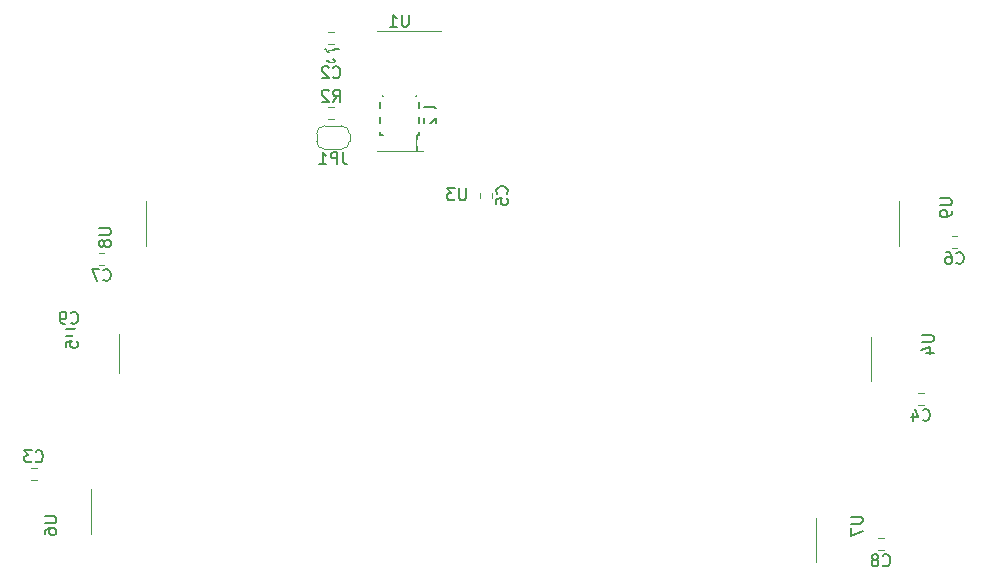
<source format=gbr>
G04 #@! TF.GenerationSoftware,KiCad,Pcbnew,(5.1.8)-1*
G04 #@! TF.CreationDate,2021-05-14T20:15:17-04:00*
G04 #@! TF.ProjectId,DogeKey2,446f6765-4b65-4793-922e-6b696361645f,1*
G04 #@! TF.SameCoordinates,Original*
G04 #@! TF.FileFunction,Legend,Bot*
G04 #@! TF.FilePolarity,Positive*
%FSLAX46Y46*%
G04 Gerber Fmt 4.6, Leading zero omitted, Abs format (unit mm)*
G04 Created by KiCad (PCBNEW (5.1.8)-1) date 2021-05-14 20:15:17*
%MOMM*%
%LPD*%
G01*
G04 APERTURE LIST*
%ADD10C,0.120000*%
%ADD11C,0.150000*%
%ADD12C,0.100000*%
%ADD13C,0.010000*%
%ADD14C,0.152400*%
G04 APERTURE END LIST*
D10*
X144150000Y-60800000D02*
X140350000Y-60800000D01*
X178500000Y-72900000D02*
X178500000Y-69100000D01*
X114875000Y-68850000D02*
X114875000Y-72650000D01*
X112500000Y-82000000D02*
X112500000Y-85800000D01*
X173850000Y-88225000D02*
X173850000Y-84425000D01*
X117100000Y-57600000D02*
X117100000Y-61400000D01*
X180850000Y-61400000D02*
X180850000Y-57600000D01*
X132562742Y-44372500D02*
X133037258Y-44372500D01*
X132562742Y-43327500D02*
X133037258Y-43327500D01*
X132562742Y-44827500D02*
X133037258Y-44827500D01*
X132562742Y-45872500D02*
X133037258Y-45872500D01*
X107862258Y-81247500D02*
X107387742Y-81247500D01*
X107862258Y-80202500D02*
X107387742Y-80202500D01*
X182487742Y-74897500D02*
X182962258Y-74897500D01*
X182487742Y-73852500D02*
X182962258Y-73852500D01*
X145377500Y-57412258D02*
X145377500Y-56937742D01*
X146422500Y-57412258D02*
X146422500Y-56937742D01*
X132270000Y-53250000D02*
X133670000Y-53250000D01*
X134370000Y-52550000D02*
X134370000Y-51950000D01*
X133670000Y-51250000D02*
X132270000Y-51250000D01*
X131570000Y-51950000D02*
X131570000Y-52550000D01*
X133670000Y-53250000D02*
G75*
G03*
X134370000Y-52550000I0J700000D01*
G01*
X134370000Y-51950000D02*
G75*
G03*
X133670000Y-51250000I-700000J0D01*
G01*
X132270000Y-51250000D02*
G75*
G03*
X131570000Y-51950000I0J-700000D01*
G01*
X131570000Y-52550000D02*
G75*
G03*
X132270000Y-53250000I700000J0D01*
G01*
X133037258Y-49677500D02*
X132562742Y-49677500D01*
X133037258Y-50722500D02*
X132562742Y-50722500D01*
X138600000Y-43240000D02*
X142100000Y-43240000D01*
X138600000Y-43240000D02*
X136650000Y-43240000D01*
X138600000Y-53360000D02*
X140550000Y-53360000D01*
X138600000Y-53360000D02*
X136650000Y-53360000D01*
D11*
X140050000Y-52075000D02*
X140050000Y-53300000D01*
X136925000Y-52075000D02*
X136925000Y-48725000D01*
X140275000Y-52075000D02*
X140275000Y-48725000D01*
X136925000Y-52075000D02*
X137225000Y-52075000D01*
X136925000Y-48725000D02*
X137225000Y-48725000D01*
X140275000Y-48725000D02*
X139975000Y-48725000D01*
X140275000Y-52075000D02*
X140050000Y-52075000D01*
D10*
X185342742Y-60557500D02*
X185817258Y-60557500D01*
X185342742Y-61602500D02*
X185817258Y-61602500D01*
X113122742Y-63032500D02*
X113597258Y-63032500D01*
X113122742Y-61987500D02*
X113597258Y-61987500D01*
X179112742Y-86147500D02*
X179587258Y-86147500D01*
X179112742Y-87192500D02*
X179587258Y-87192500D01*
X110852258Y-68467500D02*
X110377742Y-68467500D01*
X110852258Y-69512500D02*
X110377742Y-69512500D01*
D11*
X144211904Y-56552380D02*
X144211904Y-57361904D01*
X144164285Y-57457142D01*
X144116666Y-57504761D01*
X144021428Y-57552380D01*
X143830952Y-57552380D01*
X143735714Y-57504761D01*
X143688095Y-57457142D01*
X143640476Y-57361904D01*
X143640476Y-56552380D01*
X143259523Y-56552380D02*
X142640476Y-56552380D01*
X142973809Y-56933333D01*
X142830952Y-56933333D01*
X142735714Y-56980952D01*
X142688095Y-57028571D01*
X142640476Y-57123809D01*
X142640476Y-57361904D01*
X142688095Y-57457142D01*
X142735714Y-57504761D01*
X142830952Y-57552380D01*
X143116666Y-57552380D01*
X143211904Y-57504761D01*
X143259523Y-57457142D01*
X182827380Y-68988095D02*
X183636904Y-68988095D01*
X183732142Y-69035714D01*
X183779761Y-69083333D01*
X183827380Y-69178571D01*
X183827380Y-69369047D01*
X183779761Y-69464285D01*
X183732142Y-69511904D01*
X183636904Y-69559523D01*
X182827380Y-69559523D01*
X183160714Y-70464285D02*
X183827380Y-70464285D01*
X182779761Y-70226190D02*
X183494047Y-69988095D01*
X183494047Y-70607142D01*
X110352380Y-68488095D02*
X111161904Y-68488095D01*
X111257142Y-68535714D01*
X111304761Y-68583333D01*
X111352380Y-68678571D01*
X111352380Y-68869047D01*
X111304761Y-68964285D01*
X111257142Y-69011904D01*
X111161904Y-69059523D01*
X110352380Y-69059523D01*
X110352380Y-70011904D02*
X110352380Y-69535714D01*
X110828571Y-69488095D01*
X110780952Y-69535714D01*
X110733333Y-69630952D01*
X110733333Y-69869047D01*
X110780952Y-69964285D01*
X110828571Y-70011904D01*
X110923809Y-70059523D01*
X111161904Y-70059523D01*
X111257142Y-70011904D01*
X111304761Y-69964285D01*
X111352380Y-69869047D01*
X111352380Y-69630952D01*
X111304761Y-69535714D01*
X111257142Y-69488095D01*
X108552380Y-84338095D02*
X109361904Y-84338095D01*
X109457142Y-84385714D01*
X109504761Y-84433333D01*
X109552380Y-84528571D01*
X109552380Y-84719047D01*
X109504761Y-84814285D01*
X109457142Y-84861904D01*
X109361904Y-84909523D01*
X108552380Y-84909523D01*
X108552380Y-85814285D02*
X108552380Y-85623809D01*
X108600000Y-85528571D01*
X108647619Y-85480952D01*
X108790476Y-85385714D01*
X108980952Y-85338095D01*
X109361904Y-85338095D01*
X109457142Y-85385714D01*
X109504761Y-85433333D01*
X109552380Y-85528571D01*
X109552380Y-85719047D01*
X109504761Y-85814285D01*
X109457142Y-85861904D01*
X109361904Y-85909523D01*
X109123809Y-85909523D01*
X109028571Y-85861904D01*
X108980952Y-85814285D01*
X108933333Y-85719047D01*
X108933333Y-85528571D01*
X108980952Y-85433333D01*
X109028571Y-85385714D01*
X109123809Y-85338095D01*
X176802380Y-84363095D02*
X177611904Y-84363095D01*
X177707142Y-84410714D01*
X177754761Y-84458333D01*
X177802380Y-84553571D01*
X177802380Y-84744047D01*
X177754761Y-84839285D01*
X177707142Y-84886904D01*
X177611904Y-84934523D01*
X176802380Y-84934523D01*
X176802380Y-85315476D02*
X176802380Y-85982142D01*
X177802380Y-85553571D01*
X113152380Y-59938095D02*
X113961904Y-59938095D01*
X114057142Y-59985714D01*
X114104761Y-60033333D01*
X114152380Y-60128571D01*
X114152380Y-60319047D01*
X114104761Y-60414285D01*
X114057142Y-60461904D01*
X113961904Y-60509523D01*
X113152380Y-60509523D01*
X113580952Y-61128571D02*
X113533333Y-61033333D01*
X113485714Y-60985714D01*
X113390476Y-60938095D01*
X113342857Y-60938095D01*
X113247619Y-60985714D01*
X113200000Y-61033333D01*
X113152380Y-61128571D01*
X113152380Y-61319047D01*
X113200000Y-61414285D01*
X113247619Y-61461904D01*
X113342857Y-61509523D01*
X113390476Y-61509523D01*
X113485714Y-61461904D01*
X113533333Y-61414285D01*
X113580952Y-61319047D01*
X113580952Y-61128571D01*
X113628571Y-61033333D01*
X113676190Y-60985714D01*
X113771428Y-60938095D01*
X113961904Y-60938095D01*
X114057142Y-60985714D01*
X114104761Y-61033333D01*
X114152380Y-61128571D01*
X114152380Y-61319047D01*
X114104761Y-61414285D01*
X114057142Y-61461904D01*
X113961904Y-61509523D01*
X113771428Y-61509523D01*
X113676190Y-61461904D01*
X113628571Y-61414285D01*
X113580952Y-61319047D01*
X184352380Y-57413095D02*
X185161904Y-57413095D01*
X185257142Y-57460714D01*
X185304761Y-57508333D01*
X185352380Y-57603571D01*
X185352380Y-57794047D01*
X185304761Y-57889285D01*
X185257142Y-57936904D01*
X185161904Y-57984523D01*
X184352380Y-57984523D01*
X185352380Y-58508333D02*
X185352380Y-58698809D01*
X185304761Y-58794047D01*
X185257142Y-58841666D01*
X185114285Y-58936904D01*
X184923809Y-58984523D01*
X184542857Y-58984523D01*
X184447619Y-58936904D01*
X184400000Y-58889285D01*
X184352380Y-58794047D01*
X184352380Y-58603571D01*
X184400000Y-58508333D01*
X184447619Y-58460714D01*
X184542857Y-58413095D01*
X184780952Y-58413095D01*
X184876190Y-58460714D01*
X184923809Y-58508333D01*
X184971428Y-58603571D01*
X184971428Y-58794047D01*
X184923809Y-58889285D01*
X184876190Y-58936904D01*
X184780952Y-58984523D01*
X132966666Y-45637142D02*
X133014285Y-45684761D01*
X133157142Y-45732380D01*
X133252380Y-45732380D01*
X133395238Y-45684761D01*
X133490476Y-45589523D01*
X133538095Y-45494285D01*
X133585714Y-45303809D01*
X133585714Y-45160952D01*
X133538095Y-44970476D01*
X133490476Y-44875238D01*
X133395238Y-44780000D01*
X133252380Y-44732380D01*
X133157142Y-44732380D01*
X133014285Y-44780000D01*
X132966666Y-44827619D01*
X132014285Y-45732380D02*
X132585714Y-45732380D01*
X132300000Y-45732380D02*
X132300000Y-44732380D01*
X132395238Y-44875238D01*
X132490476Y-44970476D01*
X132585714Y-45018095D01*
X132966666Y-47137142D02*
X133014285Y-47184761D01*
X133157142Y-47232380D01*
X133252380Y-47232380D01*
X133395238Y-47184761D01*
X133490476Y-47089523D01*
X133538095Y-46994285D01*
X133585714Y-46803809D01*
X133585714Y-46660952D01*
X133538095Y-46470476D01*
X133490476Y-46375238D01*
X133395238Y-46280000D01*
X133252380Y-46232380D01*
X133157142Y-46232380D01*
X133014285Y-46280000D01*
X132966666Y-46327619D01*
X132585714Y-46327619D02*
X132538095Y-46280000D01*
X132442857Y-46232380D01*
X132204761Y-46232380D01*
X132109523Y-46280000D01*
X132061904Y-46327619D01*
X132014285Y-46422857D01*
X132014285Y-46518095D01*
X132061904Y-46660952D01*
X132633333Y-47232380D01*
X132014285Y-47232380D01*
X107791666Y-79652142D02*
X107839285Y-79699761D01*
X107982142Y-79747380D01*
X108077380Y-79747380D01*
X108220238Y-79699761D01*
X108315476Y-79604523D01*
X108363095Y-79509285D01*
X108410714Y-79318809D01*
X108410714Y-79175952D01*
X108363095Y-78985476D01*
X108315476Y-78890238D01*
X108220238Y-78795000D01*
X108077380Y-78747380D01*
X107982142Y-78747380D01*
X107839285Y-78795000D01*
X107791666Y-78842619D01*
X107458333Y-78747380D02*
X106839285Y-78747380D01*
X107172619Y-79128333D01*
X107029761Y-79128333D01*
X106934523Y-79175952D01*
X106886904Y-79223571D01*
X106839285Y-79318809D01*
X106839285Y-79556904D01*
X106886904Y-79652142D01*
X106934523Y-79699761D01*
X107029761Y-79747380D01*
X107315476Y-79747380D01*
X107410714Y-79699761D01*
X107458333Y-79652142D01*
X182891666Y-76162142D02*
X182939285Y-76209761D01*
X183082142Y-76257380D01*
X183177380Y-76257380D01*
X183320238Y-76209761D01*
X183415476Y-76114523D01*
X183463095Y-76019285D01*
X183510714Y-75828809D01*
X183510714Y-75685952D01*
X183463095Y-75495476D01*
X183415476Y-75400238D01*
X183320238Y-75305000D01*
X183177380Y-75257380D01*
X183082142Y-75257380D01*
X182939285Y-75305000D01*
X182891666Y-75352619D01*
X182034523Y-75590714D02*
X182034523Y-76257380D01*
X182272619Y-75209761D02*
X182510714Y-75924047D01*
X181891666Y-75924047D01*
X147687142Y-57008333D02*
X147734761Y-56960714D01*
X147782380Y-56817857D01*
X147782380Y-56722619D01*
X147734761Y-56579761D01*
X147639523Y-56484523D01*
X147544285Y-56436904D01*
X147353809Y-56389285D01*
X147210952Y-56389285D01*
X147020476Y-56436904D01*
X146925238Y-56484523D01*
X146830000Y-56579761D01*
X146782380Y-56722619D01*
X146782380Y-56817857D01*
X146830000Y-56960714D01*
X146877619Y-57008333D01*
X146782380Y-57913095D02*
X146782380Y-57436904D01*
X147258571Y-57389285D01*
X147210952Y-57436904D01*
X147163333Y-57532142D01*
X147163333Y-57770238D01*
X147210952Y-57865476D01*
X147258571Y-57913095D01*
X147353809Y-57960714D01*
X147591904Y-57960714D01*
X147687142Y-57913095D01*
X147734761Y-57865476D01*
X147782380Y-57770238D01*
X147782380Y-57532142D01*
X147734761Y-57436904D01*
X147687142Y-57389285D01*
X133803333Y-53502380D02*
X133803333Y-54216666D01*
X133850952Y-54359523D01*
X133946190Y-54454761D01*
X134089047Y-54502380D01*
X134184285Y-54502380D01*
X133327142Y-54502380D02*
X133327142Y-53502380D01*
X132946190Y-53502380D01*
X132850952Y-53550000D01*
X132803333Y-53597619D01*
X132755714Y-53692857D01*
X132755714Y-53835714D01*
X132803333Y-53930952D01*
X132850952Y-53978571D01*
X132946190Y-54026190D01*
X133327142Y-54026190D01*
X131803333Y-54502380D02*
X132374761Y-54502380D01*
X132089047Y-54502380D02*
X132089047Y-53502380D01*
X132184285Y-53645238D01*
X132279523Y-53740476D01*
X132374761Y-53788095D01*
X132966666Y-49222380D02*
X133300000Y-48746190D01*
X133538095Y-49222380D02*
X133538095Y-48222380D01*
X133157142Y-48222380D01*
X133061904Y-48270000D01*
X133014285Y-48317619D01*
X132966666Y-48412857D01*
X132966666Y-48555714D01*
X133014285Y-48650952D01*
X133061904Y-48698571D01*
X133157142Y-48746190D01*
X133538095Y-48746190D01*
X132585714Y-48317619D02*
X132538095Y-48270000D01*
X132442857Y-48222380D01*
X132204761Y-48222380D01*
X132109523Y-48270000D01*
X132061904Y-48317619D01*
X132014285Y-48412857D01*
X132014285Y-48508095D01*
X132061904Y-48650952D01*
X132633333Y-49222380D01*
X132014285Y-49222380D01*
X139361904Y-41852380D02*
X139361904Y-42661904D01*
X139314285Y-42757142D01*
X139266666Y-42804761D01*
X139171428Y-42852380D01*
X138980952Y-42852380D01*
X138885714Y-42804761D01*
X138838095Y-42757142D01*
X138790476Y-42661904D01*
X138790476Y-41852380D01*
X137790476Y-42852380D02*
X138361904Y-42852380D01*
X138076190Y-42852380D02*
X138076190Y-41852380D01*
X138171428Y-41995238D01*
X138266666Y-42090476D01*
X138361904Y-42138095D01*
X140652380Y-49638095D02*
X141461904Y-49638095D01*
X141557142Y-49685714D01*
X141604761Y-49733333D01*
X141652380Y-49828571D01*
X141652380Y-50019047D01*
X141604761Y-50114285D01*
X141557142Y-50161904D01*
X141461904Y-50209523D01*
X140652380Y-50209523D01*
X140747619Y-50638095D02*
X140700000Y-50685714D01*
X140652380Y-50780952D01*
X140652380Y-51019047D01*
X140700000Y-51114285D01*
X140747619Y-51161904D01*
X140842857Y-51209523D01*
X140938095Y-51209523D01*
X141080952Y-51161904D01*
X141652380Y-50590476D01*
X141652380Y-51209523D01*
X185746666Y-62867142D02*
X185794285Y-62914761D01*
X185937142Y-62962380D01*
X186032380Y-62962380D01*
X186175238Y-62914761D01*
X186270476Y-62819523D01*
X186318095Y-62724285D01*
X186365714Y-62533809D01*
X186365714Y-62390952D01*
X186318095Y-62200476D01*
X186270476Y-62105238D01*
X186175238Y-62010000D01*
X186032380Y-61962380D01*
X185937142Y-61962380D01*
X185794285Y-62010000D01*
X185746666Y-62057619D01*
X184889523Y-61962380D02*
X185080000Y-61962380D01*
X185175238Y-62010000D01*
X185222857Y-62057619D01*
X185318095Y-62200476D01*
X185365714Y-62390952D01*
X185365714Y-62771904D01*
X185318095Y-62867142D01*
X185270476Y-62914761D01*
X185175238Y-62962380D01*
X184984761Y-62962380D01*
X184889523Y-62914761D01*
X184841904Y-62867142D01*
X184794285Y-62771904D01*
X184794285Y-62533809D01*
X184841904Y-62438571D01*
X184889523Y-62390952D01*
X184984761Y-62343333D01*
X185175238Y-62343333D01*
X185270476Y-62390952D01*
X185318095Y-62438571D01*
X185365714Y-62533809D01*
X113526666Y-64297142D02*
X113574285Y-64344761D01*
X113717142Y-64392380D01*
X113812380Y-64392380D01*
X113955238Y-64344761D01*
X114050476Y-64249523D01*
X114098095Y-64154285D01*
X114145714Y-63963809D01*
X114145714Y-63820952D01*
X114098095Y-63630476D01*
X114050476Y-63535238D01*
X113955238Y-63440000D01*
X113812380Y-63392380D01*
X113717142Y-63392380D01*
X113574285Y-63440000D01*
X113526666Y-63487619D01*
X113193333Y-63392380D02*
X112526666Y-63392380D01*
X112955238Y-64392380D01*
X179516666Y-88457142D02*
X179564285Y-88504761D01*
X179707142Y-88552380D01*
X179802380Y-88552380D01*
X179945238Y-88504761D01*
X180040476Y-88409523D01*
X180088095Y-88314285D01*
X180135714Y-88123809D01*
X180135714Y-87980952D01*
X180088095Y-87790476D01*
X180040476Y-87695238D01*
X179945238Y-87600000D01*
X179802380Y-87552380D01*
X179707142Y-87552380D01*
X179564285Y-87600000D01*
X179516666Y-87647619D01*
X178945238Y-87980952D02*
X179040476Y-87933333D01*
X179088095Y-87885714D01*
X179135714Y-87790476D01*
X179135714Y-87742857D01*
X179088095Y-87647619D01*
X179040476Y-87600000D01*
X178945238Y-87552380D01*
X178754761Y-87552380D01*
X178659523Y-87600000D01*
X178611904Y-87647619D01*
X178564285Y-87742857D01*
X178564285Y-87790476D01*
X178611904Y-87885714D01*
X178659523Y-87933333D01*
X178754761Y-87980952D01*
X178945238Y-87980952D01*
X179040476Y-88028571D01*
X179088095Y-88076190D01*
X179135714Y-88171428D01*
X179135714Y-88361904D01*
X179088095Y-88457142D01*
X179040476Y-88504761D01*
X178945238Y-88552380D01*
X178754761Y-88552380D01*
X178659523Y-88504761D01*
X178611904Y-88457142D01*
X178564285Y-88361904D01*
X178564285Y-88171428D01*
X178611904Y-88076190D01*
X178659523Y-88028571D01*
X178754761Y-87980952D01*
X110781666Y-67917142D02*
X110829285Y-67964761D01*
X110972142Y-68012380D01*
X111067380Y-68012380D01*
X111210238Y-67964761D01*
X111305476Y-67869523D01*
X111353095Y-67774285D01*
X111400714Y-67583809D01*
X111400714Y-67440952D01*
X111353095Y-67250476D01*
X111305476Y-67155238D01*
X111210238Y-67060000D01*
X111067380Y-67012380D01*
X110972142Y-67012380D01*
X110829285Y-67060000D01*
X110781666Y-67107619D01*
X110305476Y-68012380D02*
X110115000Y-68012380D01*
X110019761Y-67964761D01*
X109972142Y-67917142D01*
X109876904Y-67774285D01*
X109829285Y-67583809D01*
X109829285Y-67202857D01*
X109876904Y-67107619D01*
X109924523Y-67060000D01*
X110019761Y-67012380D01*
X110210238Y-67012380D01*
X110305476Y-67060000D01*
X110353095Y-67107619D01*
X110400714Y-67202857D01*
X110400714Y-67440952D01*
X110353095Y-67536190D01*
X110305476Y-67583809D01*
X110210238Y-67631428D01*
X110019761Y-67631428D01*
X109924523Y-67583809D01*
X109876904Y-67536190D01*
X109829285Y-67440952D01*
%LPC*%
D12*
G36*
X144200000Y-60700000D02*
G01*
X150100000Y-63200000D01*
X150500000Y-64150000D01*
X148750000Y-65150000D01*
X136300000Y-64000000D01*
X134800000Y-62150000D01*
X135200000Y-61250000D01*
X140300000Y-60650000D01*
X144200000Y-60700000D01*
G37*
X144200000Y-60700000D02*
X150100000Y-63200000D01*
X150500000Y-64150000D01*
X148750000Y-65150000D01*
X136300000Y-64000000D01*
X134800000Y-62150000D01*
X135200000Y-61250000D01*
X140300000Y-60650000D01*
X144200000Y-60700000D01*
D13*
G36*
X157905583Y-46543235D02*
G01*
X157873007Y-46545205D01*
X157853582Y-46548178D01*
X157831937Y-46561187D01*
X157826007Y-46584148D01*
X157835783Y-46616686D01*
X157856267Y-46651348D01*
X157881374Y-46685914D01*
X157908725Y-46720761D01*
X157925636Y-46740669D01*
X157959519Y-46778465D01*
X158009818Y-46697727D01*
X158040680Y-46646863D01*
X158061376Y-46609154D01*
X158072736Y-46582490D01*
X158075594Y-46564762D01*
X158070782Y-46553860D01*
X158067574Y-46551350D01*
X158052325Y-46547584D01*
X158023392Y-46544813D01*
X157985885Y-46543114D01*
X157944913Y-46542563D01*
X157905583Y-46543235D01*
G37*
X157905583Y-46543235D02*
X157873007Y-46545205D01*
X157853582Y-46548178D01*
X157831937Y-46561187D01*
X157826007Y-46584148D01*
X157835783Y-46616686D01*
X157856267Y-46651348D01*
X157881374Y-46685914D01*
X157908725Y-46720761D01*
X157925636Y-46740669D01*
X157959519Y-46778465D01*
X158009818Y-46697727D01*
X158040680Y-46646863D01*
X158061376Y-46609154D01*
X158072736Y-46582490D01*
X158075594Y-46564762D01*
X158070782Y-46553860D01*
X158067574Y-46551350D01*
X158052325Y-46547584D01*
X158023392Y-46544813D01*
X157985885Y-46543114D01*
X157944913Y-46542563D01*
X157905583Y-46543235D01*
G36*
X157916780Y-46294055D02*
G01*
X157884135Y-46298690D01*
X157852935Y-46308706D01*
X157820846Y-46322965D01*
X157753764Y-46363930D01*
X157695611Y-46417604D01*
X157648900Y-46480641D01*
X157616146Y-46549694D01*
X157600411Y-46616409D01*
X157598428Y-46643335D01*
X157600863Y-46666332D01*
X157609262Y-46691820D01*
X157625173Y-46726222D01*
X157628487Y-46732918D01*
X157667118Y-46799123D01*
X157711578Y-46855791D01*
X157759002Y-46899709D01*
X157799104Y-46924426D01*
X157824081Y-46934809D01*
X157848582Y-46941315D01*
X157878058Y-46944742D01*
X157917960Y-46945887D01*
X157945408Y-46945840D01*
X157989185Y-46944868D01*
X158028066Y-46942823D01*
X158056825Y-46940040D01*
X158067765Y-46937951D01*
X158123071Y-46912329D01*
X158175054Y-46871909D01*
X158219413Y-46820683D01*
X158248623Y-46770067D01*
X158258803Y-46743167D01*
X158265096Y-46713577D01*
X158268340Y-46675703D01*
X158269333Y-46631593D01*
X158269194Y-46609612D01*
X158204614Y-46609612D01*
X158201496Y-46648321D01*
X158190340Y-46684970D01*
X158157840Y-46749311D01*
X158114345Y-46801579D01*
X158062293Y-46840633D01*
X158004124Y-46865330D01*
X157942275Y-46874530D01*
X157879186Y-46867089D01*
X157835284Y-46851224D01*
X157783114Y-46816605D01*
X157741713Y-46768403D01*
X157712767Y-46709514D01*
X157697962Y-46642833D01*
X157696366Y-46612778D01*
X157697598Y-46572915D01*
X157702921Y-46543615D01*
X157714221Y-46516753D01*
X157721797Y-46503232D01*
X157764785Y-46446189D01*
X157817081Y-46405496D01*
X157878715Y-46381137D01*
X157948072Y-46373095D01*
X158014376Y-46380147D01*
X158071027Y-46402343D01*
X158119339Y-46440547D01*
X158160625Y-46495624D01*
X158175640Y-46522916D01*
X158196191Y-46569966D01*
X158204614Y-46609612D01*
X158269194Y-46609612D01*
X158269041Y-46585595D01*
X158266777Y-46552422D01*
X158261556Y-46526108D01*
X158252389Y-46500688D01*
X158244936Y-46484130D01*
X158205736Y-46419314D01*
X158154818Y-46364312D01*
X158096050Y-46323194D01*
X158087850Y-46318989D01*
X158055623Y-46304844D01*
X158026016Y-46296871D01*
X157991111Y-46293460D01*
X157959519Y-46292926D01*
X157916780Y-46294055D01*
G37*
X157916780Y-46294055D02*
X157884135Y-46298690D01*
X157852935Y-46308706D01*
X157820846Y-46322965D01*
X157753764Y-46363930D01*
X157695611Y-46417604D01*
X157648900Y-46480641D01*
X157616146Y-46549694D01*
X157600411Y-46616409D01*
X157598428Y-46643335D01*
X157600863Y-46666332D01*
X157609262Y-46691820D01*
X157625173Y-46726222D01*
X157628487Y-46732918D01*
X157667118Y-46799123D01*
X157711578Y-46855791D01*
X157759002Y-46899709D01*
X157799104Y-46924426D01*
X157824081Y-46934809D01*
X157848582Y-46941315D01*
X157878058Y-46944742D01*
X157917960Y-46945887D01*
X157945408Y-46945840D01*
X157989185Y-46944868D01*
X158028066Y-46942823D01*
X158056825Y-46940040D01*
X158067765Y-46937951D01*
X158123071Y-46912329D01*
X158175054Y-46871909D01*
X158219413Y-46820683D01*
X158248623Y-46770067D01*
X158258803Y-46743167D01*
X158265096Y-46713577D01*
X158268340Y-46675703D01*
X158269333Y-46631593D01*
X158269194Y-46609612D01*
X158204614Y-46609612D01*
X158201496Y-46648321D01*
X158190340Y-46684970D01*
X158157840Y-46749311D01*
X158114345Y-46801579D01*
X158062293Y-46840633D01*
X158004124Y-46865330D01*
X157942275Y-46874530D01*
X157879186Y-46867089D01*
X157835284Y-46851224D01*
X157783114Y-46816605D01*
X157741713Y-46768403D01*
X157712767Y-46709514D01*
X157697962Y-46642833D01*
X157696366Y-46612778D01*
X157697598Y-46572915D01*
X157702921Y-46543615D01*
X157714221Y-46516753D01*
X157721797Y-46503232D01*
X157764785Y-46446189D01*
X157817081Y-46405496D01*
X157878715Y-46381137D01*
X157948072Y-46373095D01*
X158014376Y-46380147D01*
X158071027Y-46402343D01*
X158119339Y-46440547D01*
X158160625Y-46495624D01*
X158175640Y-46522916D01*
X158196191Y-46569966D01*
X158204614Y-46609612D01*
X158269194Y-46609612D01*
X158269041Y-46585595D01*
X158266777Y-46552422D01*
X158261556Y-46526108D01*
X158252389Y-46500688D01*
X158244936Y-46484130D01*
X158205736Y-46419314D01*
X158154818Y-46364312D01*
X158096050Y-46323194D01*
X158087850Y-46318989D01*
X158055623Y-46304844D01*
X158026016Y-46296871D01*
X157991111Y-46293460D01*
X157959519Y-46292926D01*
X157916780Y-46294055D01*
G36*
X161697672Y-49490172D02*
G01*
X161646416Y-49497472D01*
X161601438Y-49512400D01*
X161558648Y-49536439D01*
X161513959Y-49571071D01*
X161463280Y-49617778D01*
X161447612Y-49633072D01*
X161404074Y-49679278D01*
X161373535Y-49721432D01*
X161353036Y-49765452D01*
X161339616Y-49817251D01*
X161332658Y-49862828D01*
X161323353Y-49983222D01*
X161327456Y-50090641D01*
X161345206Y-50185545D01*
X161376843Y-50268397D01*
X161422605Y-50339658D01*
X161482732Y-50399791D01*
X161557462Y-50449257D01*
X161647034Y-50488518D01*
X161658685Y-50492529D01*
X161734695Y-50508817D01*
X161817573Y-50508705D01*
X161881675Y-50498627D01*
X161924742Y-50485515D01*
X161952819Y-50465966D01*
X161969519Y-50436368D01*
X161977088Y-50403199D01*
X161978221Y-50385167D01*
X161978935Y-50350439D01*
X161979235Y-50301130D01*
X161979132Y-50239353D01*
X161978633Y-50167222D01*
X161977746Y-50086853D01*
X161976480Y-50000358D01*
X161975252Y-49930882D01*
X161967074Y-49500852D01*
X161835370Y-49492530D01*
X161759294Y-49489018D01*
X161697672Y-49490172D01*
G37*
X161697672Y-49490172D02*
X161646416Y-49497472D01*
X161601438Y-49512400D01*
X161558648Y-49536439D01*
X161513959Y-49571071D01*
X161463280Y-49617778D01*
X161447612Y-49633072D01*
X161404074Y-49679278D01*
X161373535Y-49721432D01*
X161353036Y-49765452D01*
X161339616Y-49817251D01*
X161332658Y-49862828D01*
X161323353Y-49983222D01*
X161327456Y-50090641D01*
X161345206Y-50185545D01*
X161376843Y-50268397D01*
X161422605Y-50339658D01*
X161482732Y-50399791D01*
X161557462Y-50449257D01*
X161647034Y-50488518D01*
X161658685Y-50492529D01*
X161734695Y-50508817D01*
X161817573Y-50508705D01*
X161881675Y-50498627D01*
X161924742Y-50485515D01*
X161952819Y-50465966D01*
X161969519Y-50436368D01*
X161977088Y-50403199D01*
X161978221Y-50385167D01*
X161978935Y-50350439D01*
X161979235Y-50301130D01*
X161979132Y-50239353D01*
X161978633Y-50167222D01*
X161977746Y-50086853D01*
X161976480Y-50000358D01*
X161975252Y-49930882D01*
X161967074Y-49500852D01*
X161835370Y-49492530D01*
X161759294Y-49489018D01*
X161697672Y-49490172D01*
G36*
X156092351Y-49486329D02*
G01*
X156024033Y-49501999D01*
X155958138Y-49532453D01*
X155896607Y-49577424D01*
X155841380Y-49636641D01*
X155794396Y-49709835D01*
X155786852Y-49724704D01*
X155756340Y-49795824D01*
X155737052Y-49863889D01*
X155727310Y-49936379D01*
X155725259Y-49999444D01*
X155731474Y-50100078D01*
X155750829Y-50189011D01*
X155784388Y-50268971D01*
X155833217Y-50342686D01*
X155879495Y-50394504D01*
X155915119Y-50427749D01*
X155951716Y-50457484D01*
X155983647Y-50479254D01*
X155993370Y-50484504D01*
X156050337Y-50503152D01*
X156116194Y-50510375D01*
X156184719Y-50505956D01*
X156239736Y-50493105D01*
X156305102Y-50462113D01*
X156362521Y-50414596D01*
X156411331Y-50351374D01*
X156450868Y-50273271D01*
X156475266Y-50201024D01*
X156482480Y-50169422D01*
X156487355Y-50133399D01*
X156490207Y-50088896D01*
X156491353Y-50031852D01*
X156491376Y-49994741D01*
X156490862Y-49936895D01*
X156489504Y-49893327D01*
X156486771Y-49859502D01*
X156482133Y-49830886D01*
X156475061Y-49802944D01*
X156465371Y-49772186D01*
X156448024Y-49727220D01*
X156426132Y-49680640D01*
X156404185Y-49641924D01*
X156402392Y-49639196D01*
X156351058Y-49576896D01*
X156292446Y-49530728D01*
X156228498Y-49500425D01*
X156161153Y-49485715D01*
X156092351Y-49486329D01*
G37*
X156092351Y-49486329D02*
X156024033Y-49501999D01*
X155958138Y-49532453D01*
X155896607Y-49577424D01*
X155841380Y-49636641D01*
X155794396Y-49709835D01*
X155786852Y-49724704D01*
X155756340Y-49795824D01*
X155737052Y-49863889D01*
X155727310Y-49936379D01*
X155725259Y-49999444D01*
X155731474Y-50100078D01*
X155750829Y-50189011D01*
X155784388Y-50268971D01*
X155833217Y-50342686D01*
X155879495Y-50394504D01*
X155915119Y-50427749D01*
X155951716Y-50457484D01*
X155983647Y-50479254D01*
X155993370Y-50484504D01*
X156050337Y-50503152D01*
X156116194Y-50510375D01*
X156184719Y-50505956D01*
X156239736Y-50493105D01*
X156305102Y-50462113D01*
X156362521Y-50414596D01*
X156411331Y-50351374D01*
X156450868Y-50273271D01*
X156475266Y-50201024D01*
X156482480Y-50169422D01*
X156487355Y-50133399D01*
X156490207Y-50088896D01*
X156491353Y-50031852D01*
X156491376Y-49994741D01*
X156490862Y-49936895D01*
X156489504Y-49893327D01*
X156486771Y-49859502D01*
X156482133Y-49830886D01*
X156475061Y-49802944D01*
X156465371Y-49772186D01*
X156448024Y-49727220D01*
X156426132Y-49680640D01*
X156404185Y-49641924D01*
X156402392Y-49639196D01*
X156351058Y-49576896D01*
X156292446Y-49530728D01*
X156228498Y-49500425D01*
X156161153Y-49485715D01*
X156092351Y-49486329D01*
G36*
X158543782Y-41978690D02*
G01*
X158536634Y-42000797D01*
X158530286Y-42029018D01*
X158519940Y-42084812D01*
X158506730Y-42157777D01*
X158490897Y-42246529D01*
X158472685Y-42349684D01*
X158452334Y-42465856D01*
X158430087Y-42593661D01*
X158406186Y-42731715D01*
X158380873Y-42878632D01*
X158354391Y-43033028D01*
X158340681Y-43113222D01*
X158311899Y-43281694D01*
X158286075Y-43432689D01*
X158263010Y-43567276D01*
X158242508Y-43686527D01*
X158224372Y-43791513D01*
X158208404Y-43883303D01*
X158194408Y-43962969D01*
X158182185Y-44031581D01*
X158171539Y-44090211D01*
X158162273Y-44139928D01*
X158154189Y-44181804D01*
X158147091Y-44216909D01*
X158140780Y-44246314D01*
X158135061Y-44271089D01*
X158129735Y-44292306D01*
X158124606Y-44311035D01*
X158119476Y-44328347D01*
X158114148Y-44345312D01*
X158113272Y-44348041D01*
X158104396Y-44374386D01*
X158095344Y-44393807D01*
X158082980Y-44408601D01*
X158064167Y-44421063D01*
X158035767Y-44433493D01*
X157994643Y-44448185D01*
X157960905Y-44459599D01*
X157893195Y-44479672D01*
X157838923Y-44489390D01*
X157795931Y-44488924D01*
X157762062Y-44478445D01*
X157757148Y-44475734D01*
X157742653Y-44462202D01*
X157720027Y-44434728D01*
X157690884Y-44395466D01*
X157656837Y-44346568D01*
X157628696Y-44304318D01*
X157608406Y-44273780D01*
X157580479Y-44232427D01*
X157546215Y-44182134D01*
X157506914Y-44124770D01*
X157463874Y-44062210D01*
X157418397Y-43996325D01*
X157371781Y-43928988D01*
X157325327Y-43862070D01*
X157280335Y-43797444D01*
X157238104Y-43736981D01*
X157199934Y-43682556D01*
X157167125Y-43636038D01*
X157140976Y-43599302D01*
X157122788Y-43574218D01*
X157113859Y-43562659D01*
X157113636Y-43562426D01*
X157105471Y-43566790D01*
X157085092Y-43581193D01*
X157054908Y-43603832D01*
X157017327Y-43632906D01*
X156979680Y-43662677D01*
X156937410Y-43696227D01*
X156900331Y-43725285D01*
X156870885Y-43747968D01*
X156851513Y-43762393D01*
X156844741Y-43766760D01*
X156837817Y-43759464D01*
X156823864Y-43740094D01*
X156805705Y-43712603D01*
X156802878Y-43708158D01*
X156781653Y-43675066D01*
X156752778Y-43630713D01*
X156717415Y-43576832D01*
X156676721Y-43515157D01*
X156631857Y-43447422D01*
X156583983Y-43375361D01*
X156534257Y-43300706D01*
X156483839Y-43225192D01*
X156433890Y-43150552D01*
X156385567Y-43078520D01*
X156340032Y-43010830D01*
X156298443Y-42949214D01*
X156261960Y-42895407D01*
X156231742Y-42851143D01*
X156208950Y-42818154D01*
X156194742Y-42798175D01*
X156191016Y-42793370D01*
X156166154Y-42765148D01*
X156171963Y-42807481D01*
X156176288Y-42825907D01*
X156186161Y-42860303D01*
X156200982Y-42908857D01*
X156220151Y-42969757D01*
X156243068Y-43041192D01*
X156269130Y-43121351D01*
X156297739Y-43208420D01*
X156328293Y-43300590D01*
X156360192Y-43396047D01*
X156392835Y-43492981D01*
X156425622Y-43589579D01*
X156457951Y-43684031D01*
X156489224Y-43774523D01*
X156518838Y-43859246D01*
X156546188Y-43936370D01*
X156585166Y-44044779D01*
X156618549Y-44136393D01*
X156646748Y-44212248D01*
X156670175Y-44273381D01*
X156689242Y-44320826D01*
X156704359Y-44355620D01*
X156715938Y-44378799D01*
X156724392Y-44391398D01*
X156728144Y-44394314D01*
X156751069Y-44396204D01*
X156780442Y-44385648D01*
X156818235Y-44361743D01*
X156846511Y-44340022D01*
X156890281Y-44305932D01*
X156922701Y-44283783D01*
X156945979Y-44272474D01*
X156962322Y-44270900D01*
X156972933Y-44276901D01*
X156984335Y-44293986D01*
X157000564Y-44326098D01*
X157020534Y-44370399D01*
X157043160Y-44424053D01*
X157067357Y-44484225D01*
X157092040Y-44548078D01*
X157116123Y-44612775D01*
X157138522Y-44675481D01*
X157158151Y-44733360D01*
X157173924Y-44783575D01*
X157184757Y-44823291D01*
X157188191Y-44839481D01*
X157189690Y-44860047D01*
X157184885Y-44880255D01*
X157171815Y-44905795D01*
X157157374Y-44928852D01*
X157139943Y-44953801D01*
X157115242Y-44986677D01*
X157085867Y-45024293D01*
X157054416Y-45063464D01*
X157023486Y-45101003D01*
X156995674Y-45133724D01*
X156973577Y-45158442D01*
X156959791Y-45171971D01*
X156958345Y-45173002D01*
X156948558Y-45169690D01*
X156924051Y-45158033D01*
X156886500Y-45138919D01*
X156837581Y-45113235D01*
X156778968Y-45081869D01*
X156712336Y-45045708D01*
X156639361Y-45005639D01*
X156574901Y-44969897D01*
X156469944Y-44911613D01*
X156370770Y-44856861D01*
X156278576Y-44806287D01*
X156194558Y-44760531D01*
X156119911Y-44720237D01*
X156055833Y-44686048D01*
X156003519Y-44658606D01*
X155964166Y-44638554D01*
X155938968Y-44626534D01*
X155929493Y-44623111D01*
X155919612Y-44631140D01*
X155902765Y-44653688D01*
X155880404Y-44688448D01*
X155853980Y-44733115D01*
X155824947Y-44785380D01*
X155811737Y-44810158D01*
X155757255Y-44913632D01*
X155616609Y-44828156D01*
X155528479Y-44774923D01*
X155440408Y-44722339D01*
X155353968Y-44671299D01*
X155270732Y-44622694D01*
X155192270Y-44577420D01*
X155120155Y-44536369D01*
X155055959Y-44500435D01*
X155001255Y-44470511D01*
X154957613Y-44447492D01*
X154926607Y-44432270D01*
X154909808Y-44425740D01*
X154908321Y-44425556D01*
X154898354Y-44433027D01*
X154897408Y-44438136D01*
X154903753Y-44449738D01*
X154922039Y-44473657D01*
X154951143Y-44508674D01*
X154989940Y-44553566D01*
X155037309Y-44607113D01*
X155092124Y-44668093D01*
X155153263Y-44735285D01*
X155219602Y-44807468D01*
X155290018Y-44883420D01*
X155363386Y-44961921D01*
X155438584Y-45041749D01*
X155514488Y-45121684D01*
X155589974Y-45200503D01*
X155663919Y-45276985D01*
X155735199Y-45349911D01*
X155751115Y-45366069D01*
X155808124Y-45424248D01*
X155853180Y-45470092D01*
X155888178Y-45504008D01*
X155915010Y-45526401D01*
X155935570Y-45537675D01*
X155951751Y-45538238D01*
X155965445Y-45528495D01*
X155978547Y-45508850D01*
X155992948Y-45479711D01*
X156010543Y-45441483D01*
X156019024Y-45423475D01*
X156050078Y-45360292D01*
X156075018Y-45313691D01*
X156094449Y-45282681D01*
X156108971Y-45266267D01*
X156116584Y-45262931D01*
X156130025Y-45268894D01*
X156156407Y-45286303D01*
X156194511Y-45314216D01*
X156243118Y-45351693D01*
X156301007Y-45397790D01*
X156366960Y-45451567D01*
X156439757Y-45512083D01*
X156444926Y-45516420D01*
X156538018Y-45594304D01*
X156618064Y-45660622D01*
X156686182Y-45716190D01*
X156743490Y-45761826D01*
X156791106Y-45798346D01*
X156830150Y-45826569D01*
X156861739Y-45847310D01*
X156886991Y-45861387D01*
X156907025Y-45869618D01*
X156922960Y-45872819D01*
X156932274Y-45872504D01*
X156947108Y-45863443D01*
X156969717Y-45839126D01*
X157000516Y-45799068D01*
X157027978Y-45760229D01*
X157143694Y-45602656D01*
X157261196Y-45463118D01*
X157381405Y-45340854D01*
X157505246Y-45235105D01*
X157633641Y-45145109D01*
X157767513Y-45070108D01*
X157907784Y-45009339D01*
X157963233Y-44989729D01*
X158139426Y-44940543D01*
X158316651Y-44909498D01*
X158493730Y-44896319D01*
X158669485Y-44900731D01*
X158842738Y-44922456D01*
X159012310Y-44961220D01*
X159177023Y-45016746D01*
X159335698Y-45088758D01*
X159487158Y-45176980D01*
X159630223Y-45281137D01*
X159763717Y-45400952D01*
X159777255Y-45414557D01*
X159820000Y-45458777D01*
X159857134Y-45499358D01*
X159891221Y-45539592D01*
X159924823Y-45582769D01*
X159960501Y-45632181D01*
X160000817Y-45691118D01*
X160048074Y-45762478D01*
X160078967Y-45809161D01*
X160106751Y-45850341D01*
X160129643Y-45883437D01*
X160145859Y-45905871D01*
X160153583Y-45915044D01*
X160163524Y-45911247D01*
X160185271Y-45897154D01*
X160216260Y-45874611D01*
X160253926Y-45845467D01*
X160285612Y-45819899D01*
X160330480Y-45783014D01*
X160385567Y-45737638D01*
X160446610Y-45687289D01*
X160509343Y-45635484D01*
X160569503Y-45585743D01*
X160585688Y-45572348D01*
X160673672Y-45499893D01*
X160752022Y-45436158D01*
X160819966Y-45381747D01*
X160876734Y-45337264D01*
X160921553Y-45303315D01*
X160953653Y-45280504D01*
X160971662Y-45269703D01*
X160985703Y-45265422D01*
X160998507Y-45267792D01*
X161011738Y-45278840D01*
X161027059Y-45300589D01*
X161046135Y-45335065D01*
X161070627Y-45384293D01*
X161077509Y-45398555D01*
X161105522Y-45455035D01*
X161128047Y-45495739D01*
X161146484Y-45522396D01*
X161162238Y-45536737D01*
X161176709Y-45540492D01*
X161189306Y-45536516D01*
X161202594Y-45525927D01*
X161227282Y-45502724D01*
X161262133Y-45468234D01*
X161305912Y-45423784D01*
X161357383Y-45370702D01*
X161415310Y-45310314D01*
X161478457Y-45243947D01*
X161545588Y-45172928D01*
X161615467Y-45098583D01*
X161686859Y-45022240D01*
X161758526Y-44945226D01*
X161829234Y-44868868D01*
X161897746Y-44794492D01*
X161962827Y-44723425D01*
X162023240Y-44656995D01*
X162077750Y-44596528D01*
X162125120Y-44543351D01*
X162164115Y-44498791D01*
X162193499Y-44464175D01*
X162212035Y-44440830D01*
X162217531Y-44432611D01*
X162221336Y-44418631D01*
X162216433Y-44416148D01*
X162200900Y-44421015D01*
X162170146Y-44435322D01*
X162124960Y-44458626D01*
X162066132Y-44490483D01*
X161994452Y-44530452D01*
X161910709Y-44578089D01*
X161815692Y-44632951D01*
X161710192Y-44694596D01*
X161594997Y-44762581D01*
X161531798Y-44800130D01*
X161341114Y-44913667D01*
X161293019Y-44817778D01*
X161265004Y-44763639D01*
X161238180Y-44714946D01*
X161214055Y-44674182D01*
X161194139Y-44643830D01*
X161179944Y-44626373D01*
X161174617Y-44623114D01*
X161163550Y-44627566D01*
X161137327Y-44640457D01*
X161097238Y-44661095D01*
X161044579Y-44688786D01*
X160980640Y-44722837D01*
X160906715Y-44762555D01*
X160824096Y-44807247D01*
X160734076Y-44856219D01*
X160637948Y-44908780D01*
X160537005Y-44964235D01*
X160487290Y-44991639D01*
X160164618Y-45169707D01*
X160118360Y-45130978D01*
X160076674Y-45093557D01*
X160034405Y-45051250D01*
X159994817Y-45007745D01*
X159961169Y-44966731D01*
X159936725Y-44931896D01*
X159927828Y-44915487D01*
X159919261Y-44892487D01*
X159914680Y-44868515D01*
X159914567Y-44841260D01*
X159919403Y-44808413D01*
X159929672Y-44767665D01*
X159945855Y-44716707D01*
X159968435Y-44653230D01*
X159997894Y-44574923D01*
X160000236Y-44568802D01*
X160027695Y-44497210D01*
X160049453Y-44440999D01*
X160066493Y-44397961D01*
X160079793Y-44365886D01*
X160090336Y-44342568D01*
X160099102Y-44325797D01*
X160107072Y-44313366D01*
X160115227Y-44303067D01*
X160121334Y-44296204D01*
X160142769Y-44279591D01*
X160166868Y-44276127D01*
X160196166Y-44286371D01*
X160233200Y-44310884D01*
X160250744Y-44324807D01*
X160293970Y-44359746D01*
X160325495Y-44383774D01*
X160347666Y-44398500D01*
X160362828Y-44405533D01*
X160370242Y-44406741D01*
X160375712Y-44405134D01*
X160381771Y-44399182D01*
X160389126Y-44387189D01*
X160398479Y-44367458D01*
X160410537Y-44338293D01*
X160426001Y-44297997D01*
X160445578Y-44244874D01*
X160469971Y-44177226D01*
X160497167Y-44101000D01*
X160532465Y-44001163D01*
X160569075Y-43896471D01*
X160606493Y-43788451D01*
X160644213Y-43678625D01*
X160681731Y-43568519D01*
X160718540Y-43459656D01*
X160754135Y-43353562D01*
X160788010Y-43251759D01*
X160819662Y-43155774D01*
X160848583Y-43067129D01*
X160874269Y-42987349D01*
X160896214Y-42917960D01*
X160913914Y-42860484D01*
X160926862Y-42816446D01*
X160934553Y-42787371D01*
X160936581Y-42775622D01*
X160934935Y-42765255D01*
X160928603Y-42766464D01*
X160914587Y-42780593D01*
X160907461Y-42788667D01*
X160896363Y-42803222D01*
X160876087Y-42831719D01*
X160847830Y-42872403D01*
X160812790Y-42923523D01*
X160772165Y-42983323D01*
X160727152Y-43050050D01*
X160678948Y-43121950D01*
X160640850Y-43179074D01*
X160557546Y-43303695D01*
X160483912Y-43412643D01*
X160419979Y-43505874D01*
X160365781Y-43583341D01*
X160321349Y-43644999D01*
X160286716Y-43690803D01*
X160261915Y-43720707D01*
X160246977Y-43734666D01*
X160245379Y-43735467D01*
X160229269Y-43735576D01*
X160206094Y-43725253D01*
X160174434Y-43703546D01*
X160132868Y-43669505D01*
X160090330Y-43631659D01*
X160002414Y-43551511D01*
X159918051Y-43665959D01*
X159827020Y-43790652D01*
X159729965Y-43925778D01*
X159630815Y-44065801D01*
X159533499Y-44205188D01*
X159475611Y-44289148D01*
X159438866Y-44342648D01*
X159405016Y-44391786D01*
X159375720Y-44434165D01*
X159352637Y-44467387D01*
X159337429Y-44489053D01*
X159332525Y-44495841D01*
X159327032Y-44502139D01*
X159320098Y-44505809D01*
X159309133Y-44506326D01*
X159291546Y-44503168D01*
X159264748Y-44495813D01*
X159226147Y-44483737D01*
X159173153Y-44466417D01*
X159151700Y-44459342D01*
X159099162Y-44441958D01*
X159053212Y-44426671D01*
X159016661Y-44414423D01*
X158992322Y-44406156D01*
X158983007Y-44402813D01*
X158982997Y-44402806D01*
X158980964Y-44393344D01*
X158976271Y-44367089D01*
X158969208Y-44325830D01*
X158960065Y-44271357D01*
X158949130Y-44205457D01*
X158936696Y-44129920D01*
X158923049Y-44046536D01*
X158908482Y-43957092D01*
X158893283Y-43863379D01*
X158877742Y-43767186D01*
X158862149Y-43670300D01*
X158846794Y-43574513D01*
X158831966Y-43481612D01*
X158817955Y-43393386D01*
X158805051Y-43311625D01*
X158793544Y-43238118D01*
X158783723Y-43174653D01*
X158777944Y-43136741D01*
X158747913Y-42940795D01*
X158719727Y-42762550D01*
X158693406Y-42602102D01*
X158668969Y-42459550D01*
X158646434Y-42334990D01*
X158625822Y-42228521D01*
X158607150Y-42140241D01*
X158590439Y-42070246D01*
X158575707Y-42018635D01*
X158562973Y-41985505D01*
X158552257Y-41970954D01*
X158549622Y-41970222D01*
X158543782Y-41978690D01*
G37*
X158543782Y-41978690D02*
X158536634Y-42000797D01*
X158530286Y-42029018D01*
X158519940Y-42084812D01*
X158506730Y-42157777D01*
X158490897Y-42246529D01*
X158472685Y-42349684D01*
X158452334Y-42465856D01*
X158430087Y-42593661D01*
X158406186Y-42731715D01*
X158380873Y-42878632D01*
X158354391Y-43033028D01*
X158340681Y-43113222D01*
X158311899Y-43281694D01*
X158286075Y-43432689D01*
X158263010Y-43567276D01*
X158242508Y-43686527D01*
X158224372Y-43791513D01*
X158208404Y-43883303D01*
X158194408Y-43962969D01*
X158182185Y-44031581D01*
X158171539Y-44090211D01*
X158162273Y-44139928D01*
X158154189Y-44181804D01*
X158147091Y-44216909D01*
X158140780Y-44246314D01*
X158135061Y-44271089D01*
X158129735Y-44292306D01*
X158124606Y-44311035D01*
X158119476Y-44328347D01*
X158114148Y-44345312D01*
X158113272Y-44348041D01*
X158104396Y-44374386D01*
X158095344Y-44393807D01*
X158082980Y-44408601D01*
X158064167Y-44421063D01*
X158035767Y-44433493D01*
X157994643Y-44448185D01*
X157960905Y-44459599D01*
X157893195Y-44479672D01*
X157838923Y-44489390D01*
X157795931Y-44488924D01*
X157762062Y-44478445D01*
X157757148Y-44475734D01*
X157742653Y-44462202D01*
X157720027Y-44434728D01*
X157690884Y-44395466D01*
X157656837Y-44346568D01*
X157628696Y-44304318D01*
X157608406Y-44273780D01*
X157580479Y-44232427D01*
X157546215Y-44182134D01*
X157506914Y-44124770D01*
X157463874Y-44062210D01*
X157418397Y-43996325D01*
X157371781Y-43928988D01*
X157325327Y-43862070D01*
X157280335Y-43797444D01*
X157238104Y-43736981D01*
X157199934Y-43682556D01*
X157167125Y-43636038D01*
X157140976Y-43599302D01*
X157122788Y-43574218D01*
X157113859Y-43562659D01*
X157113636Y-43562426D01*
X157105471Y-43566790D01*
X157085092Y-43581193D01*
X157054908Y-43603832D01*
X157017327Y-43632906D01*
X156979680Y-43662677D01*
X156937410Y-43696227D01*
X156900331Y-43725285D01*
X156870885Y-43747968D01*
X156851513Y-43762393D01*
X156844741Y-43766760D01*
X156837817Y-43759464D01*
X156823864Y-43740094D01*
X156805705Y-43712603D01*
X156802878Y-43708158D01*
X156781653Y-43675066D01*
X156752778Y-43630713D01*
X156717415Y-43576832D01*
X156676721Y-43515157D01*
X156631857Y-43447422D01*
X156583983Y-43375361D01*
X156534257Y-43300706D01*
X156483839Y-43225192D01*
X156433890Y-43150552D01*
X156385567Y-43078520D01*
X156340032Y-43010830D01*
X156298443Y-42949214D01*
X156261960Y-42895407D01*
X156231742Y-42851143D01*
X156208950Y-42818154D01*
X156194742Y-42798175D01*
X156191016Y-42793370D01*
X156166154Y-42765148D01*
X156171963Y-42807481D01*
X156176288Y-42825907D01*
X156186161Y-42860303D01*
X156200982Y-42908857D01*
X156220151Y-42969757D01*
X156243068Y-43041192D01*
X156269130Y-43121351D01*
X156297739Y-43208420D01*
X156328293Y-43300590D01*
X156360192Y-43396047D01*
X156392835Y-43492981D01*
X156425622Y-43589579D01*
X156457951Y-43684031D01*
X156489224Y-43774523D01*
X156518838Y-43859246D01*
X156546188Y-43936370D01*
X156585166Y-44044779D01*
X156618549Y-44136393D01*
X156646748Y-44212248D01*
X156670175Y-44273381D01*
X156689242Y-44320826D01*
X156704359Y-44355620D01*
X156715938Y-44378799D01*
X156724392Y-44391398D01*
X156728144Y-44394314D01*
X156751069Y-44396204D01*
X156780442Y-44385648D01*
X156818235Y-44361743D01*
X156846511Y-44340022D01*
X156890281Y-44305932D01*
X156922701Y-44283783D01*
X156945979Y-44272474D01*
X156962322Y-44270900D01*
X156972933Y-44276901D01*
X156984335Y-44293986D01*
X157000564Y-44326098D01*
X157020534Y-44370399D01*
X157043160Y-44424053D01*
X157067357Y-44484225D01*
X157092040Y-44548078D01*
X157116123Y-44612775D01*
X157138522Y-44675481D01*
X157158151Y-44733360D01*
X157173924Y-44783575D01*
X157184757Y-44823291D01*
X157188191Y-44839481D01*
X157189690Y-44860047D01*
X157184885Y-44880255D01*
X157171815Y-44905795D01*
X157157374Y-44928852D01*
X157139943Y-44953801D01*
X157115242Y-44986677D01*
X157085867Y-45024293D01*
X157054416Y-45063464D01*
X157023486Y-45101003D01*
X156995674Y-45133724D01*
X156973577Y-45158442D01*
X156959791Y-45171971D01*
X156958345Y-45173002D01*
X156948558Y-45169690D01*
X156924051Y-45158033D01*
X156886500Y-45138919D01*
X156837581Y-45113235D01*
X156778968Y-45081869D01*
X156712336Y-45045708D01*
X156639361Y-45005639D01*
X156574901Y-44969897D01*
X156469944Y-44911613D01*
X156370770Y-44856861D01*
X156278576Y-44806287D01*
X156194558Y-44760531D01*
X156119911Y-44720237D01*
X156055833Y-44686048D01*
X156003519Y-44658606D01*
X155964166Y-44638554D01*
X155938968Y-44626534D01*
X155929493Y-44623111D01*
X155919612Y-44631140D01*
X155902765Y-44653688D01*
X155880404Y-44688448D01*
X155853980Y-44733115D01*
X155824947Y-44785380D01*
X155811737Y-44810158D01*
X155757255Y-44913632D01*
X155616609Y-44828156D01*
X155528479Y-44774923D01*
X155440408Y-44722339D01*
X155353968Y-44671299D01*
X155270732Y-44622694D01*
X155192270Y-44577420D01*
X155120155Y-44536369D01*
X155055959Y-44500435D01*
X155001255Y-44470511D01*
X154957613Y-44447492D01*
X154926607Y-44432270D01*
X154909808Y-44425740D01*
X154908321Y-44425556D01*
X154898354Y-44433027D01*
X154897408Y-44438136D01*
X154903753Y-44449738D01*
X154922039Y-44473657D01*
X154951143Y-44508674D01*
X154989940Y-44553566D01*
X155037309Y-44607113D01*
X155092124Y-44668093D01*
X155153263Y-44735285D01*
X155219602Y-44807468D01*
X155290018Y-44883420D01*
X155363386Y-44961921D01*
X155438584Y-45041749D01*
X155514488Y-45121684D01*
X155589974Y-45200503D01*
X155663919Y-45276985D01*
X155735199Y-45349911D01*
X155751115Y-45366069D01*
X155808124Y-45424248D01*
X155853180Y-45470092D01*
X155888178Y-45504008D01*
X155915010Y-45526401D01*
X155935570Y-45537675D01*
X155951751Y-45538238D01*
X155965445Y-45528495D01*
X155978547Y-45508850D01*
X155992948Y-45479711D01*
X156010543Y-45441483D01*
X156019024Y-45423475D01*
X156050078Y-45360292D01*
X156075018Y-45313691D01*
X156094449Y-45282681D01*
X156108971Y-45266267D01*
X156116584Y-45262931D01*
X156130025Y-45268894D01*
X156156407Y-45286303D01*
X156194511Y-45314216D01*
X156243118Y-45351693D01*
X156301007Y-45397790D01*
X156366960Y-45451567D01*
X156439757Y-45512083D01*
X156444926Y-45516420D01*
X156538018Y-45594304D01*
X156618064Y-45660622D01*
X156686182Y-45716190D01*
X156743490Y-45761826D01*
X156791106Y-45798346D01*
X156830150Y-45826569D01*
X156861739Y-45847310D01*
X156886991Y-45861387D01*
X156907025Y-45869618D01*
X156922960Y-45872819D01*
X156932274Y-45872504D01*
X156947108Y-45863443D01*
X156969717Y-45839126D01*
X157000516Y-45799068D01*
X157027978Y-45760229D01*
X157143694Y-45602656D01*
X157261196Y-45463118D01*
X157381405Y-45340854D01*
X157505246Y-45235105D01*
X157633641Y-45145109D01*
X157767513Y-45070108D01*
X157907784Y-45009339D01*
X157963233Y-44989729D01*
X158139426Y-44940543D01*
X158316651Y-44909498D01*
X158493730Y-44896319D01*
X158669485Y-44900731D01*
X158842738Y-44922456D01*
X159012310Y-44961220D01*
X159177023Y-45016746D01*
X159335698Y-45088758D01*
X159487158Y-45176980D01*
X159630223Y-45281137D01*
X159763717Y-45400952D01*
X159777255Y-45414557D01*
X159820000Y-45458777D01*
X159857134Y-45499358D01*
X159891221Y-45539592D01*
X159924823Y-45582769D01*
X159960501Y-45632181D01*
X160000817Y-45691118D01*
X160048074Y-45762478D01*
X160078967Y-45809161D01*
X160106751Y-45850341D01*
X160129643Y-45883437D01*
X160145859Y-45905871D01*
X160153583Y-45915044D01*
X160163524Y-45911247D01*
X160185271Y-45897154D01*
X160216260Y-45874611D01*
X160253926Y-45845467D01*
X160285612Y-45819899D01*
X160330480Y-45783014D01*
X160385567Y-45737638D01*
X160446610Y-45687289D01*
X160509343Y-45635484D01*
X160569503Y-45585743D01*
X160585688Y-45572348D01*
X160673672Y-45499893D01*
X160752022Y-45436158D01*
X160819966Y-45381747D01*
X160876734Y-45337264D01*
X160921553Y-45303315D01*
X160953653Y-45280504D01*
X160971662Y-45269703D01*
X160985703Y-45265422D01*
X160998507Y-45267792D01*
X161011738Y-45278840D01*
X161027059Y-45300589D01*
X161046135Y-45335065D01*
X161070627Y-45384293D01*
X161077509Y-45398555D01*
X161105522Y-45455035D01*
X161128047Y-45495739D01*
X161146484Y-45522396D01*
X161162238Y-45536737D01*
X161176709Y-45540492D01*
X161189306Y-45536516D01*
X161202594Y-45525927D01*
X161227282Y-45502724D01*
X161262133Y-45468234D01*
X161305912Y-45423784D01*
X161357383Y-45370702D01*
X161415310Y-45310314D01*
X161478457Y-45243947D01*
X161545588Y-45172928D01*
X161615467Y-45098583D01*
X161686859Y-45022240D01*
X161758526Y-44945226D01*
X161829234Y-44868868D01*
X161897746Y-44794492D01*
X161962827Y-44723425D01*
X162023240Y-44656995D01*
X162077750Y-44596528D01*
X162125120Y-44543351D01*
X162164115Y-44498791D01*
X162193499Y-44464175D01*
X162212035Y-44440830D01*
X162217531Y-44432611D01*
X162221336Y-44418631D01*
X162216433Y-44416148D01*
X162200900Y-44421015D01*
X162170146Y-44435322D01*
X162124960Y-44458626D01*
X162066132Y-44490483D01*
X161994452Y-44530452D01*
X161910709Y-44578089D01*
X161815692Y-44632951D01*
X161710192Y-44694596D01*
X161594997Y-44762581D01*
X161531798Y-44800130D01*
X161341114Y-44913667D01*
X161293019Y-44817778D01*
X161265004Y-44763639D01*
X161238180Y-44714946D01*
X161214055Y-44674182D01*
X161194139Y-44643830D01*
X161179944Y-44626373D01*
X161174617Y-44623114D01*
X161163550Y-44627566D01*
X161137327Y-44640457D01*
X161097238Y-44661095D01*
X161044579Y-44688786D01*
X160980640Y-44722837D01*
X160906715Y-44762555D01*
X160824096Y-44807247D01*
X160734076Y-44856219D01*
X160637948Y-44908780D01*
X160537005Y-44964235D01*
X160487290Y-44991639D01*
X160164618Y-45169707D01*
X160118360Y-45130978D01*
X160076674Y-45093557D01*
X160034405Y-45051250D01*
X159994817Y-45007745D01*
X159961169Y-44966731D01*
X159936725Y-44931896D01*
X159927828Y-44915487D01*
X159919261Y-44892487D01*
X159914680Y-44868515D01*
X159914567Y-44841260D01*
X159919403Y-44808413D01*
X159929672Y-44767665D01*
X159945855Y-44716707D01*
X159968435Y-44653230D01*
X159997894Y-44574923D01*
X160000236Y-44568802D01*
X160027695Y-44497210D01*
X160049453Y-44440999D01*
X160066493Y-44397961D01*
X160079793Y-44365886D01*
X160090336Y-44342568D01*
X160099102Y-44325797D01*
X160107072Y-44313366D01*
X160115227Y-44303067D01*
X160121334Y-44296204D01*
X160142769Y-44279591D01*
X160166868Y-44276127D01*
X160196166Y-44286371D01*
X160233200Y-44310884D01*
X160250744Y-44324807D01*
X160293970Y-44359746D01*
X160325495Y-44383774D01*
X160347666Y-44398500D01*
X160362828Y-44405533D01*
X160370242Y-44406741D01*
X160375712Y-44405134D01*
X160381771Y-44399182D01*
X160389126Y-44387189D01*
X160398479Y-44367458D01*
X160410537Y-44338293D01*
X160426001Y-44297997D01*
X160445578Y-44244874D01*
X160469971Y-44177226D01*
X160497167Y-44101000D01*
X160532465Y-44001163D01*
X160569075Y-43896471D01*
X160606493Y-43788451D01*
X160644213Y-43678625D01*
X160681731Y-43568519D01*
X160718540Y-43459656D01*
X160754135Y-43353562D01*
X160788010Y-43251759D01*
X160819662Y-43155774D01*
X160848583Y-43067129D01*
X160874269Y-42987349D01*
X160896214Y-42917960D01*
X160913914Y-42860484D01*
X160926862Y-42816446D01*
X160934553Y-42787371D01*
X160936581Y-42775622D01*
X160934935Y-42765255D01*
X160928603Y-42766464D01*
X160914587Y-42780593D01*
X160907461Y-42788667D01*
X160896363Y-42803222D01*
X160876087Y-42831719D01*
X160847830Y-42872403D01*
X160812790Y-42923523D01*
X160772165Y-42983323D01*
X160727152Y-43050050D01*
X160678948Y-43121950D01*
X160640850Y-43179074D01*
X160557546Y-43303695D01*
X160483912Y-43412643D01*
X160419979Y-43505874D01*
X160365781Y-43583341D01*
X160321349Y-43644999D01*
X160286716Y-43690803D01*
X160261915Y-43720707D01*
X160246977Y-43734666D01*
X160245379Y-43735467D01*
X160229269Y-43735576D01*
X160206094Y-43725253D01*
X160174434Y-43703546D01*
X160132868Y-43669505D01*
X160090330Y-43631659D01*
X160002414Y-43551511D01*
X159918051Y-43665959D01*
X159827020Y-43790652D01*
X159729965Y-43925778D01*
X159630815Y-44065801D01*
X159533499Y-44205188D01*
X159475611Y-44289148D01*
X159438866Y-44342648D01*
X159405016Y-44391786D01*
X159375720Y-44434165D01*
X159352637Y-44467387D01*
X159337429Y-44489053D01*
X159332525Y-44495841D01*
X159327032Y-44502139D01*
X159320098Y-44505809D01*
X159309133Y-44506326D01*
X159291546Y-44503168D01*
X159264748Y-44495813D01*
X159226147Y-44483737D01*
X159173153Y-44466417D01*
X159151700Y-44459342D01*
X159099162Y-44441958D01*
X159053212Y-44426671D01*
X159016661Y-44414423D01*
X158992322Y-44406156D01*
X158983007Y-44402813D01*
X158982997Y-44402806D01*
X158980964Y-44393344D01*
X158976271Y-44367089D01*
X158969208Y-44325830D01*
X158960065Y-44271357D01*
X158949130Y-44205457D01*
X158936696Y-44129920D01*
X158923049Y-44046536D01*
X158908482Y-43957092D01*
X158893283Y-43863379D01*
X158877742Y-43767186D01*
X158862149Y-43670300D01*
X158846794Y-43574513D01*
X158831966Y-43481612D01*
X158817955Y-43393386D01*
X158805051Y-43311625D01*
X158793544Y-43238118D01*
X158783723Y-43174653D01*
X158777944Y-43136741D01*
X158747913Y-42940795D01*
X158719727Y-42762550D01*
X158693406Y-42602102D01*
X158668969Y-42459550D01*
X158646434Y-42334990D01*
X158625822Y-42228521D01*
X158607150Y-42140241D01*
X158590439Y-42070246D01*
X158575707Y-42018635D01*
X158562973Y-41985505D01*
X158552257Y-41970954D01*
X158549622Y-41970222D01*
X158543782Y-41978690D01*
G36*
X160637468Y-45990277D02*
G01*
X160602353Y-45992612D01*
X160573262Y-45996619D01*
X160555017Y-46001878D01*
X160551259Y-46005774D01*
X160559719Y-46010703D01*
X160581456Y-46015859D01*
X160600648Y-46018719D01*
X160642081Y-46022606D01*
X160677985Y-46022723D01*
X160719404Y-46019009D01*
X160727648Y-46018009D01*
X160751202Y-46012978D01*
X160756850Y-46006643D01*
X160745369Y-45999946D01*
X160717534Y-45993830D01*
X160706482Y-45992296D01*
X160673786Y-45990032D01*
X160637468Y-45990277D01*
G37*
X160637468Y-45990277D02*
X160602353Y-45992612D01*
X160573262Y-45996619D01*
X160555017Y-46001878D01*
X160551259Y-46005774D01*
X160559719Y-46010703D01*
X160581456Y-46015859D01*
X160600648Y-46018719D01*
X160642081Y-46022606D01*
X160677985Y-46022723D01*
X160719404Y-46019009D01*
X160727648Y-46018009D01*
X160751202Y-46012978D01*
X160756850Y-46006643D01*
X160745369Y-45999946D01*
X160717534Y-45993830D01*
X160706482Y-45992296D01*
X160673786Y-45990032D01*
X160637468Y-45990277D01*
G36*
X157705248Y-45276751D02*
G01*
X157676205Y-45286250D01*
X157639851Y-45304347D01*
X157595268Y-45332879D01*
X157546960Y-45368425D01*
X157499427Y-45407567D01*
X157457171Y-45446883D01*
X157437795Y-45467361D01*
X157416646Y-45491739D01*
X157401695Y-45512560D01*
X157393533Y-45532309D01*
X157392755Y-45553469D01*
X157399951Y-45578525D01*
X157415714Y-45609961D01*
X157440636Y-45650261D01*
X157475309Y-45701911D01*
X157503492Y-45742942D01*
X157555561Y-45818341D01*
X157598334Y-45879692D01*
X157633010Y-45928562D01*
X157660785Y-45966521D01*
X157682858Y-45995136D01*
X157700425Y-46015975D01*
X157714685Y-46030608D01*
X157726835Y-46040601D01*
X157734614Y-46045612D01*
X157761878Y-46055888D01*
X157804190Y-46065098D01*
X157857797Y-46072918D01*
X157918947Y-46079023D01*
X157983886Y-46083087D01*
X158048864Y-46084785D01*
X158110127Y-46083792D01*
X158147667Y-46081420D01*
X158187612Y-46076755D01*
X158211932Y-46069745D01*
X158223815Y-46058057D01*
X158226451Y-46039354D01*
X158225052Y-46024759D01*
X158216454Y-45990241D01*
X158198894Y-45942836D01*
X158173800Y-45885340D01*
X158142603Y-45820552D01*
X158106731Y-45751268D01*
X158067615Y-45680285D01*
X158026682Y-45610401D01*
X157985363Y-45544413D01*
X157960768Y-45507543D01*
X157929515Y-45465038D01*
X157893332Y-45420716D01*
X157855130Y-45377661D01*
X157817822Y-45338961D01*
X157784319Y-45307701D01*
X157757534Y-45286968D01*
X157747419Y-45281450D01*
X157726398Y-45275267D01*
X157705248Y-45276751D01*
G37*
X157705248Y-45276751D02*
X157676205Y-45286250D01*
X157639851Y-45304347D01*
X157595268Y-45332879D01*
X157546960Y-45368425D01*
X157499427Y-45407567D01*
X157457171Y-45446883D01*
X157437795Y-45467361D01*
X157416646Y-45491739D01*
X157401695Y-45512560D01*
X157393533Y-45532309D01*
X157392755Y-45553469D01*
X157399951Y-45578525D01*
X157415714Y-45609961D01*
X157440636Y-45650261D01*
X157475309Y-45701911D01*
X157503492Y-45742942D01*
X157555561Y-45818341D01*
X157598334Y-45879692D01*
X157633010Y-45928562D01*
X157660785Y-45966521D01*
X157682858Y-45995136D01*
X157700425Y-46015975D01*
X157714685Y-46030608D01*
X157726835Y-46040601D01*
X157734614Y-46045612D01*
X157761878Y-46055888D01*
X157804190Y-46065098D01*
X157857797Y-46072918D01*
X157918947Y-46079023D01*
X157983886Y-46083087D01*
X158048864Y-46084785D01*
X158110127Y-46083792D01*
X158147667Y-46081420D01*
X158187612Y-46076755D01*
X158211932Y-46069745D01*
X158223815Y-46058057D01*
X158226451Y-46039354D01*
X158225052Y-46024759D01*
X158216454Y-45990241D01*
X158198894Y-45942836D01*
X158173800Y-45885340D01*
X158142603Y-45820552D01*
X158106731Y-45751268D01*
X158067615Y-45680285D01*
X158026682Y-45610401D01*
X157985363Y-45544413D01*
X157960768Y-45507543D01*
X157929515Y-45465038D01*
X157893332Y-45420716D01*
X157855130Y-45377661D01*
X157817822Y-45338961D01*
X157784319Y-45307701D01*
X157757534Y-45286968D01*
X157747419Y-45281450D01*
X157726398Y-45275267D01*
X157705248Y-45276751D01*
G36*
X160614544Y-46104359D02*
G01*
X160588981Y-46116727D01*
X160579507Y-46136451D01*
X160579482Y-46137704D01*
X160587051Y-46156468D01*
X160597678Y-46165595D01*
X160622234Y-46172479D01*
X160655562Y-46174738D01*
X160688761Y-46172406D01*
X160712930Y-46165516D01*
X160713537Y-46165172D01*
X160727776Y-46148096D01*
X160727388Y-46127216D01*
X160712613Y-46110259D01*
X160711804Y-46109812D01*
X160690779Y-46103519D01*
X160661672Y-46100218D01*
X160654741Y-46100074D01*
X160614544Y-46104359D01*
G37*
X160614544Y-46104359D02*
X160588981Y-46116727D01*
X160579507Y-46136451D01*
X160579482Y-46137704D01*
X160587051Y-46156468D01*
X160597678Y-46165595D01*
X160622234Y-46172479D01*
X160655562Y-46174738D01*
X160688761Y-46172406D01*
X160712930Y-46165516D01*
X160713537Y-46165172D01*
X160727776Y-46148096D01*
X160727388Y-46127216D01*
X160712613Y-46110259D01*
X160711804Y-46109812D01*
X160690779Y-46103519D01*
X160661672Y-46100218D01*
X160654741Y-46100074D01*
X160614544Y-46104359D01*
G36*
X160404904Y-45968943D02*
G01*
X160401690Y-45991301D01*
X160400741Y-46023907D01*
X160408026Y-46099353D01*
X160430534Y-46165021D01*
X160469247Y-46223424D01*
X160485513Y-46241294D01*
X160518569Y-46271460D01*
X160544503Y-46285929D01*
X160565299Y-46285467D01*
X160577600Y-46276933D01*
X160587479Y-46260047D01*
X160584868Y-46239337D01*
X160568845Y-46212279D01*
X160542317Y-46180551D01*
X160514560Y-46145177D01*
X160485373Y-46100334D01*
X160459995Y-46054144D01*
X160457647Y-46049300D01*
X160440072Y-46013879D01*
X160424579Y-45985176D01*
X160413452Y-45967308D01*
X160410145Y-45963664D01*
X160404904Y-45968943D01*
G37*
X160404904Y-45968943D02*
X160401690Y-45991301D01*
X160400741Y-46023907D01*
X160408026Y-46099353D01*
X160430534Y-46165021D01*
X160469247Y-46223424D01*
X160485513Y-46241294D01*
X160518569Y-46271460D01*
X160544503Y-46285929D01*
X160565299Y-46285467D01*
X160577600Y-46276933D01*
X160587479Y-46260047D01*
X160584868Y-46239337D01*
X160568845Y-46212279D01*
X160542317Y-46180551D01*
X160514560Y-46145177D01*
X160485373Y-46100334D01*
X160459995Y-46054144D01*
X160457647Y-46049300D01*
X160440072Y-46013879D01*
X160424579Y-45985176D01*
X160413452Y-45967308D01*
X160410145Y-45963664D01*
X160404904Y-45968943D01*
G36*
X160614219Y-46474381D02*
G01*
X160599755Y-46481183D01*
X160599101Y-46489857D01*
X160612380Y-46496978D01*
X160634733Y-46501917D01*
X160661301Y-46504044D01*
X160687226Y-46502728D01*
X160707647Y-46497342D01*
X160710867Y-46495581D01*
X160717038Y-46488239D01*
X160708010Y-46480876D01*
X160696755Y-46476150D01*
X160671271Y-46470862D01*
X160641075Y-46470412D01*
X160614219Y-46474381D01*
G37*
X160614219Y-46474381D02*
X160599755Y-46481183D01*
X160599101Y-46489857D01*
X160612380Y-46496978D01*
X160634733Y-46501917D01*
X160661301Y-46504044D01*
X160687226Y-46502728D01*
X160707647Y-46497342D01*
X160710867Y-46495581D01*
X160717038Y-46488239D01*
X160708010Y-46480876D01*
X160696755Y-46476150D01*
X160671271Y-46470862D01*
X160641075Y-46470412D01*
X160614219Y-46474381D01*
G36*
X160606788Y-46581613D02*
G01*
X160573895Y-46585952D01*
X160557377Y-46592861D01*
X160556624Y-46599736D01*
X160567469Y-46603349D01*
X160591771Y-46605915D01*
X160624850Y-46607434D01*
X160662027Y-46607905D01*
X160698621Y-46607328D01*
X160729953Y-46605702D01*
X160751341Y-46603026D01*
X160758222Y-46599764D01*
X160749067Y-46590098D01*
X160722121Y-46583601D01*
X160678165Y-46580420D01*
X160654741Y-46580109D01*
X160606788Y-46581613D01*
G37*
X160606788Y-46581613D02*
X160573895Y-46585952D01*
X160557377Y-46592861D01*
X160556624Y-46599736D01*
X160567469Y-46603349D01*
X160591771Y-46605915D01*
X160624850Y-46607434D01*
X160662027Y-46607905D01*
X160698621Y-46607328D01*
X160729953Y-46605702D01*
X160751341Y-46603026D01*
X160758222Y-46599764D01*
X160749067Y-46590098D01*
X160722121Y-46583601D01*
X160678165Y-46580420D01*
X160654741Y-46580109D01*
X160606788Y-46581613D01*
G36*
X160641780Y-46732222D02*
G01*
X160616369Y-46737027D01*
X160601728Y-46744791D01*
X160600592Y-46746833D01*
X160606658Y-46752939D01*
X160625656Y-46756995D01*
X160651800Y-46758871D01*
X160679304Y-46758434D01*
X160702384Y-46755552D01*
X160715253Y-46750092D01*
X160715719Y-46749461D01*
X160712360Y-46740733D01*
X160698914Y-46734695D01*
X160671461Y-46731177D01*
X160641780Y-46732222D01*
G37*
X160641780Y-46732222D02*
X160616369Y-46737027D01*
X160601728Y-46744791D01*
X160600592Y-46746833D01*
X160606658Y-46752939D01*
X160625656Y-46756995D01*
X160651800Y-46758871D01*
X160679304Y-46758434D01*
X160702384Y-46755552D01*
X160715253Y-46750092D01*
X160715719Y-46749461D01*
X160712360Y-46740733D01*
X160698914Y-46734695D01*
X160671461Y-46731177D01*
X160641780Y-46732222D01*
G36*
X160880298Y-45965205D02*
G01*
X160865933Y-45980259D01*
X160850709Y-46005897D01*
X160839553Y-46038656D01*
X160837708Y-46048237D01*
X160829410Y-46081040D01*
X160813467Y-46112538D01*
X160787905Y-46145051D01*
X160750753Y-46180898D01*
X160700036Y-46222401D01*
X160670488Y-46244866D01*
X160596091Y-46304013D01*
X160531050Y-46362876D01*
X160477464Y-46419309D01*
X160437431Y-46471170D01*
X160419950Y-46500853D01*
X160397810Y-46565336D01*
X160393037Y-46633639D01*
X160405807Y-46701939D01*
X160410151Y-46714388D01*
X160428345Y-46752023D01*
X160453209Y-46789048D01*
X160482004Y-46822906D01*
X160511992Y-46851036D01*
X160540437Y-46870881D01*
X160564600Y-46879882D01*
X160581744Y-46875479D01*
X160582117Y-46875118D01*
X160587656Y-46865349D01*
X160586285Y-46851349D01*
X160576805Y-46830299D01*
X160558018Y-46799378D01*
X160535734Y-46766012D01*
X160503224Y-46716792D01*
X160480802Y-46678392D01*
X160466782Y-46646955D01*
X160459478Y-46618627D01*
X160457201Y-46589553D01*
X160457185Y-46586471D01*
X160462585Y-46548205D01*
X160480704Y-46510138D01*
X160485073Y-46503345D01*
X160497131Y-46485994D01*
X160509987Y-46470117D01*
X160525963Y-46453668D01*
X160547380Y-46434601D01*
X160576559Y-46410872D01*
X160615823Y-46380434D01*
X160667491Y-46341243D01*
X160678259Y-46333123D01*
X160752893Y-46273710D01*
X160811569Y-46219463D01*
X160855758Y-46168464D01*
X160886934Y-46118796D01*
X160906567Y-46068541D01*
X160915213Y-46024502D01*
X160916732Y-45994646D01*
X160911469Y-45976568D01*
X160904029Y-45968363D01*
X160891643Y-45961010D01*
X160880298Y-45965205D01*
G37*
X160880298Y-45965205D02*
X160865933Y-45980259D01*
X160850709Y-46005897D01*
X160839553Y-46038656D01*
X160837708Y-46048237D01*
X160829410Y-46081040D01*
X160813467Y-46112538D01*
X160787905Y-46145051D01*
X160750753Y-46180898D01*
X160700036Y-46222401D01*
X160670488Y-46244866D01*
X160596091Y-46304013D01*
X160531050Y-46362876D01*
X160477464Y-46419309D01*
X160437431Y-46471170D01*
X160419950Y-46500853D01*
X160397810Y-46565336D01*
X160393037Y-46633639D01*
X160405807Y-46701939D01*
X160410151Y-46714388D01*
X160428345Y-46752023D01*
X160453209Y-46789048D01*
X160482004Y-46822906D01*
X160511992Y-46851036D01*
X160540437Y-46870881D01*
X160564600Y-46879882D01*
X160581744Y-46875479D01*
X160582117Y-46875118D01*
X160587656Y-46865349D01*
X160586285Y-46851349D01*
X160576805Y-46830299D01*
X160558018Y-46799378D01*
X160535734Y-46766012D01*
X160503224Y-46716792D01*
X160480802Y-46678392D01*
X160466782Y-46646955D01*
X160459478Y-46618627D01*
X160457201Y-46589553D01*
X160457185Y-46586471D01*
X160462585Y-46548205D01*
X160480704Y-46510138D01*
X160485073Y-46503345D01*
X160497131Y-46485994D01*
X160509987Y-46470117D01*
X160525963Y-46453668D01*
X160547380Y-46434601D01*
X160576559Y-46410872D01*
X160615823Y-46380434D01*
X160667491Y-46341243D01*
X160678259Y-46333123D01*
X160752893Y-46273710D01*
X160811569Y-46219463D01*
X160855758Y-46168464D01*
X160886934Y-46118796D01*
X160906567Y-46068541D01*
X160915213Y-46024502D01*
X160916732Y-45994646D01*
X160911469Y-45976568D01*
X160904029Y-45968363D01*
X160891643Y-45961010D01*
X160880298Y-45965205D01*
G36*
X160625520Y-47062461D02*
G01*
X160604138Y-47070234D01*
X160598296Y-47079451D01*
X160606640Y-47084060D01*
X160627598Y-47086801D01*
X160655064Y-47087676D01*
X160682932Y-47086685D01*
X160705096Y-47083829D01*
X160715280Y-47079430D01*
X160713032Y-47069746D01*
X160695228Y-47062790D01*
X160665057Y-47059692D01*
X160659445Y-47059630D01*
X160625520Y-47062461D01*
G37*
X160625520Y-47062461D02*
X160604138Y-47070234D01*
X160598296Y-47079451D01*
X160606640Y-47084060D01*
X160627598Y-47086801D01*
X160655064Y-47087676D01*
X160682932Y-47086685D01*
X160705096Y-47083829D01*
X160715280Y-47079430D01*
X160713032Y-47069746D01*
X160695228Y-47062790D01*
X160665057Y-47059692D01*
X160659445Y-47059630D01*
X160625520Y-47062461D01*
G36*
X160714801Y-46361218D02*
G01*
X160704420Y-46369489D01*
X160708505Y-46381140D01*
X160722451Y-46402785D01*
X160743568Y-46430400D01*
X160751573Y-46440045D01*
X160791782Y-46490659D01*
X160818554Y-46532994D01*
X160833129Y-46570543D01*
X160836748Y-46606801D01*
X160830650Y-46645261D01*
X160827903Y-46655123D01*
X160814072Y-46688358D01*
X160791087Y-46723360D01*
X160757395Y-46761788D01*
X160711446Y-46805301D01*
X160651686Y-46855558D01*
X160608431Y-46889736D01*
X160539793Y-46944590D01*
X160486221Y-46991042D01*
X160446549Y-47030202D01*
X160419612Y-47063183D01*
X160409839Y-47079022D01*
X160403234Y-47100917D01*
X160399446Y-47131923D01*
X160398790Y-47164361D01*
X160401578Y-47190552D01*
X160404914Y-47199883D01*
X160418253Y-47209645D01*
X160433823Y-47201036D01*
X160436080Y-47198389D01*
X160445679Y-47183397D01*
X160459419Y-47158598D01*
X160466805Y-47144296D01*
X160492672Y-47099860D01*
X160524508Y-47059564D01*
X160565551Y-47020091D01*
X160619037Y-46978123D01*
X160651008Y-46955478D01*
X160733848Y-46892854D01*
X160802455Y-46829564D01*
X160855877Y-46766773D01*
X160893160Y-46705647D01*
X160913351Y-46647351D01*
X160915813Y-46631689D01*
X160914865Y-46583513D01*
X160903061Y-46532979D01*
X160882489Y-46483285D01*
X160855240Y-46437631D01*
X160823402Y-46399215D01*
X160789065Y-46371236D01*
X160754319Y-46356894D01*
X160735731Y-46355983D01*
X160714801Y-46361218D01*
G37*
X160714801Y-46361218D02*
X160704420Y-46369489D01*
X160708505Y-46381140D01*
X160722451Y-46402785D01*
X160743568Y-46430400D01*
X160751573Y-46440045D01*
X160791782Y-46490659D01*
X160818554Y-46532994D01*
X160833129Y-46570543D01*
X160836748Y-46606801D01*
X160830650Y-46645261D01*
X160827903Y-46655123D01*
X160814072Y-46688358D01*
X160791087Y-46723360D01*
X160757395Y-46761788D01*
X160711446Y-46805301D01*
X160651686Y-46855558D01*
X160608431Y-46889736D01*
X160539793Y-46944590D01*
X160486221Y-46991042D01*
X160446549Y-47030202D01*
X160419612Y-47063183D01*
X160409839Y-47079022D01*
X160403234Y-47100917D01*
X160399446Y-47131923D01*
X160398790Y-47164361D01*
X160401578Y-47190552D01*
X160404914Y-47199883D01*
X160418253Y-47209645D01*
X160433823Y-47201036D01*
X160436080Y-47198389D01*
X160445679Y-47183397D01*
X160459419Y-47158598D01*
X160466805Y-47144296D01*
X160492672Y-47099860D01*
X160524508Y-47059564D01*
X160565551Y-47020091D01*
X160619037Y-46978123D01*
X160651008Y-46955478D01*
X160733848Y-46892854D01*
X160802455Y-46829564D01*
X160855877Y-46766773D01*
X160893160Y-46705647D01*
X160913351Y-46647351D01*
X160915813Y-46631689D01*
X160914865Y-46583513D01*
X160903061Y-46532979D01*
X160882489Y-46483285D01*
X160855240Y-46437631D01*
X160823402Y-46399215D01*
X160789065Y-46371236D01*
X160754319Y-46356894D01*
X160735731Y-46355983D01*
X160714801Y-46361218D01*
G36*
X160599739Y-47167442D02*
G01*
X160554713Y-47175002D01*
X160524833Y-47185888D01*
X160510569Y-47198717D01*
X160512388Y-47212104D01*
X160530759Y-47224667D01*
X160566149Y-47235022D01*
X160619027Y-47241784D01*
X160633030Y-47242651D01*
X160671602Y-47243918D01*
X160705530Y-47243773D01*
X160728192Y-47242262D01*
X160730000Y-47241961D01*
X160771272Y-47231030D01*
X160795056Y-47218145D01*
X160802418Y-47204475D01*
X160794423Y-47191190D01*
X160772138Y-47179458D01*
X160736628Y-47170447D01*
X160688959Y-47165328D01*
X160659445Y-47164591D01*
X160599739Y-47167442D01*
G37*
X160599739Y-47167442D02*
X160554713Y-47175002D01*
X160524833Y-47185888D01*
X160510569Y-47198717D01*
X160512388Y-47212104D01*
X160530759Y-47224667D01*
X160566149Y-47235022D01*
X160619027Y-47241784D01*
X160633030Y-47242651D01*
X160671602Y-47243918D01*
X160705530Y-47243773D01*
X160728192Y-47242262D01*
X160730000Y-47241961D01*
X160771272Y-47231030D01*
X160795056Y-47218145D01*
X160802418Y-47204475D01*
X160794423Y-47191190D01*
X160772138Y-47179458D01*
X160736628Y-47170447D01*
X160688959Y-47165328D01*
X160659445Y-47164591D01*
X160599739Y-47167442D01*
G36*
X160748716Y-46948257D02*
G01*
X160740104Y-46963511D01*
X160739457Y-46972611D01*
X160744826Y-46999648D01*
X160755920Y-47023087D01*
X160771312Y-47046150D01*
X160790783Y-47075313D01*
X160798501Y-47086871D01*
X160816489Y-47121105D01*
X160830583Y-47160549D01*
X160833805Y-47174221D01*
X160845109Y-47216050D01*
X160859539Y-47240850D01*
X160876412Y-47248106D01*
X160895046Y-47237302D01*
X160903504Y-47226870D01*
X160916035Y-47193322D01*
X160914549Y-47151390D01*
X160900045Y-47104028D01*
X160873522Y-47054188D01*
X160835979Y-47004824D01*
X160824029Y-46991906D01*
X160791899Y-46962733D01*
X160766388Y-46948091D01*
X160748716Y-46948257D01*
G37*
X160748716Y-46948257D02*
X160740104Y-46963511D01*
X160739457Y-46972611D01*
X160744826Y-46999648D01*
X160755920Y-47023087D01*
X160771312Y-47046150D01*
X160790783Y-47075313D01*
X160798501Y-47086871D01*
X160816489Y-47121105D01*
X160830583Y-47160549D01*
X160833805Y-47174221D01*
X160845109Y-47216050D01*
X160859539Y-47240850D01*
X160876412Y-47248106D01*
X160895046Y-47237302D01*
X160903504Y-47226870D01*
X160916035Y-47193322D01*
X160914549Y-47151390D01*
X160900045Y-47104028D01*
X160873522Y-47054188D01*
X160835979Y-47004824D01*
X160824029Y-46991906D01*
X160791899Y-46962733D01*
X160766388Y-46948091D01*
X160748716Y-46948257D01*
G36*
X156367816Y-46992251D02*
G01*
X156347649Y-47011509D01*
X156332707Y-47042375D01*
X156322966Y-47081075D01*
X156318402Y-47123836D01*
X156318990Y-47166883D01*
X156324705Y-47206444D01*
X156335524Y-47238742D01*
X156351421Y-47260006D01*
X156369587Y-47266593D01*
X156391382Y-47261119D01*
X156401812Y-47253422D01*
X156411009Y-47233407D01*
X156418892Y-47200312D01*
X156424691Y-47159867D01*
X156427642Y-47117799D01*
X156426977Y-47079835D01*
X156426152Y-47071633D01*
X156417216Y-47029359D01*
X156403188Y-47001314D01*
X156385229Y-46989079D01*
X156367816Y-46992251D01*
G37*
X156367816Y-46992251D02*
X156347649Y-47011509D01*
X156332707Y-47042375D01*
X156322966Y-47081075D01*
X156318402Y-47123836D01*
X156318990Y-47166883D01*
X156324705Y-47206444D01*
X156335524Y-47238742D01*
X156351421Y-47260006D01*
X156369587Y-47266593D01*
X156391382Y-47261119D01*
X156401812Y-47253422D01*
X156411009Y-47233407D01*
X156418892Y-47200312D01*
X156424691Y-47159867D01*
X156427642Y-47117799D01*
X156426977Y-47079835D01*
X156426152Y-47071633D01*
X156417216Y-47029359D01*
X156403188Y-47001314D01*
X156385229Y-46989079D01*
X156367816Y-46992251D01*
G36*
X156351346Y-46000476D02*
G01*
X156333084Y-46023967D01*
X156320815Y-46058956D01*
X156315371Y-46102037D01*
X156317585Y-46149804D01*
X156326058Y-46191368D01*
X156339766Y-46225363D01*
X156359149Y-46255945D01*
X156380533Y-46278430D01*
X156400249Y-46288135D01*
X156401971Y-46288222D01*
X156423960Y-46296805D01*
X156441795Y-46319553D01*
X156453669Y-46351960D01*
X156457776Y-46389525D01*
X156454495Y-46419190D01*
X156447075Y-46439737D01*
X156432667Y-46447451D01*
X156418308Y-46448357D01*
X156379723Y-46457018D01*
X156349713Y-46482020D01*
X156328615Y-46522789D01*
X156316762Y-46578754D01*
X156314143Y-46626889D01*
X156315363Y-46674761D01*
X156320188Y-46710634D01*
X156329670Y-46741148D01*
X156333805Y-46750744D01*
X156352346Y-46782798D01*
X156373662Y-46806698D01*
X156394401Y-46819686D01*
X156411215Y-46819004D01*
X156414023Y-46816777D01*
X156418442Y-46803809D01*
X156423070Y-46775621D01*
X156427451Y-46735798D01*
X156431130Y-46687922D01*
X156431803Y-46676619D01*
X156434501Y-46629000D01*
X156436834Y-46588250D01*
X156438591Y-46557989D01*
X156439564Y-46541835D01*
X156439671Y-46540298D01*
X156445730Y-46541648D01*
X156459956Y-46553479D01*
X156463313Y-46556761D01*
X156494348Y-46575967D01*
X156529058Y-46577966D01*
X156563097Y-46562567D01*
X156564896Y-46561186D01*
X156588625Y-46542521D01*
X156594258Y-46563538D01*
X156597963Y-46589110D01*
X156599620Y-46625123D01*
X156599221Y-46663401D01*
X156596754Y-46695768D01*
X156594446Y-46708334D01*
X156589563Y-46722202D01*
X156582379Y-46721351D01*
X156571296Y-46710925D01*
X156548105Y-46694801D01*
X156528245Y-46686858D01*
X156502083Y-46688626D01*
X156481428Y-46707502D01*
X156467286Y-46742325D01*
X156463508Y-46761568D01*
X156460721Y-46791737D01*
X156459363Y-46832308D01*
X156459287Y-46879373D01*
X156460351Y-46929027D01*
X156462409Y-46977363D01*
X156465318Y-47020472D01*
X156468933Y-47054448D01*
X156473110Y-47075384D01*
X156475259Y-47079641D01*
X156487879Y-47085940D01*
X156509442Y-47085240D01*
X156531672Y-47080859D01*
X156563756Y-47075857D01*
X156584122Y-47077611D01*
X156587002Y-47079245D01*
X156592749Y-47092321D01*
X156598229Y-47118775D01*
X156602355Y-47153188D01*
X156602706Y-47157576D01*
X156610056Y-47214446D01*
X156622337Y-47253962D01*
X156639830Y-47277000D01*
X156641538Y-47278208D01*
X156653926Y-47284117D01*
X156665296Y-47280764D01*
X156680706Y-47265742D01*
X156689658Y-47255303D01*
X156703797Y-47236307D01*
X156710832Y-47218021D01*
X156712492Y-47193374D01*
X156711275Y-47166864D01*
X156702364Y-47112169D01*
X156684157Y-47061382D01*
X156658903Y-47018907D01*
X156628848Y-46989146D01*
X156617052Y-46982282D01*
X156593579Y-46967490D01*
X156578500Y-46951193D01*
X156576933Y-46947695D01*
X156577103Y-46919893D01*
X156591089Y-46884962D01*
X156617094Y-46846275D01*
X156650093Y-46810264D01*
X156688071Y-46767608D01*
X156709542Y-46728578D01*
X156710864Y-46724505D01*
X156720985Y-46667033D01*
X156719661Y-46606176D01*
X156707867Y-46547385D01*
X156686579Y-46496109D01*
X156664499Y-46465356D01*
X156644110Y-46446965D01*
X156626023Y-46441306D01*
X156610667Y-46443200D01*
X156592625Y-46445644D01*
X156583490Y-46439374D01*
X156578248Y-46419914D01*
X156577086Y-46413218D01*
X156576349Y-46374370D01*
X156583222Y-46339765D01*
X156593689Y-46315649D01*
X156609600Y-46298697D01*
X156636732Y-46283167D01*
X156643248Y-46280082D01*
X156672430Y-46264013D01*
X156695471Y-46246917D01*
X156703744Y-46237749D01*
X156712764Y-46212787D01*
X156718593Y-46175413D01*
X156721057Y-46131785D01*
X156719981Y-46088062D01*
X156715192Y-46050403D01*
X156709592Y-46031078D01*
X156697294Y-46007472D01*
X156684390Y-45998338D01*
X156673728Y-45998264D01*
X156650980Y-46010930D01*
X156631145Y-46041955D01*
X156614179Y-46091429D01*
X156603099Y-46141848D01*
X156595741Y-46177907D01*
X156588683Y-46205621D01*
X156583063Y-46220770D01*
X156581398Y-46222370D01*
X156574320Y-46214388D01*
X156564071Y-46194079D01*
X156558315Y-46180037D01*
X156543214Y-46149948D01*
X156527957Y-46137911D01*
X156525706Y-46137704D01*
X156511412Y-46144887D01*
X156492174Y-46163362D01*
X156478862Y-46180037D01*
X156460891Y-46203339D01*
X156446661Y-46218715D01*
X156441020Y-46222370D01*
X156437294Y-46213653D01*
X156433384Y-46190231D01*
X156429878Y-46156199D01*
X156428282Y-46133573D01*
X156423022Y-46075063D01*
X156414859Y-46033473D01*
X156403130Y-46007042D01*
X156387168Y-45994011D01*
X156374771Y-45991889D01*
X156351346Y-46000476D01*
G37*
X156351346Y-46000476D02*
X156333084Y-46023967D01*
X156320815Y-46058956D01*
X156315371Y-46102037D01*
X156317585Y-46149804D01*
X156326058Y-46191368D01*
X156339766Y-46225363D01*
X156359149Y-46255945D01*
X156380533Y-46278430D01*
X156400249Y-46288135D01*
X156401971Y-46288222D01*
X156423960Y-46296805D01*
X156441795Y-46319553D01*
X156453669Y-46351960D01*
X156457776Y-46389525D01*
X156454495Y-46419190D01*
X156447075Y-46439737D01*
X156432667Y-46447451D01*
X156418308Y-46448357D01*
X156379723Y-46457018D01*
X156349713Y-46482020D01*
X156328615Y-46522789D01*
X156316762Y-46578754D01*
X156314143Y-46626889D01*
X156315363Y-46674761D01*
X156320188Y-46710634D01*
X156329670Y-46741148D01*
X156333805Y-46750744D01*
X156352346Y-46782798D01*
X156373662Y-46806698D01*
X156394401Y-46819686D01*
X156411215Y-46819004D01*
X156414023Y-46816777D01*
X156418442Y-46803809D01*
X156423070Y-46775621D01*
X156427451Y-46735798D01*
X156431130Y-46687922D01*
X156431803Y-46676619D01*
X156434501Y-46629000D01*
X156436834Y-46588250D01*
X156438591Y-46557989D01*
X156439564Y-46541835D01*
X156439671Y-46540298D01*
X156445730Y-46541648D01*
X156459956Y-46553479D01*
X156463313Y-46556761D01*
X156494348Y-46575967D01*
X156529058Y-46577966D01*
X156563097Y-46562567D01*
X156564896Y-46561186D01*
X156588625Y-46542521D01*
X156594258Y-46563538D01*
X156597963Y-46589110D01*
X156599620Y-46625123D01*
X156599221Y-46663401D01*
X156596754Y-46695768D01*
X156594446Y-46708334D01*
X156589563Y-46722202D01*
X156582379Y-46721351D01*
X156571296Y-46710925D01*
X156548105Y-46694801D01*
X156528245Y-46686858D01*
X156502083Y-46688626D01*
X156481428Y-46707502D01*
X156467286Y-46742325D01*
X156463508Y-46761568D01*
X156460721Y-46791737D01*
X156459363Y-46832308D01*
X156459287Y-46879373D01*
X156460351Y-46929027D01*
X156462409Y-46977363D01*
X156465318Y-47020472D01*
X156468933Y-47054448D01*
X156473110Y-47075384D01*
X156475259Y-47079641D01*
X156487879Y-47085940D01*
X156509442Y-47085240D01*
X156531672Y-47080859D01*
X156563756Y-47075857D01*
X156584122Y-47077611D01*
X156587002Y-47079245D01*
X156592749Y-47092321D01*
X156598229Y-47118775D01*
X156602355Y-47153188D01*
X156602706Y-47157576D01*
X156610056Y-47214446D01*
X156622337Y-47253962D01*
X156639830Y-47277000D01*
X156641538Y-47278208D01*
X156653926Y-47284117D01*
X156665296Y-47280764D01*
X156680706Y-47265742D01*
X156689658Y-47255303D01*
X156703797Y-47236307D01*
X156710832Y-47218021D01*
X156712492Y-47193374D01*
X156711275Y-47166864D01*
X156702364Y-47112169D01*
X156684157Y-47061382D01*
X156658903Y-47018907D01*
X156628848Y-46989146D01*
X156617052Y-46982282D01*
X156593579Y-46967490D01*
X156578500Y-46951193D01*
X156576933Y-46947695D01*
X156577103Y-46919893D01*
X156591089Y-46884962D01*
X156617094Y-46846275D01*
X156650093Y-46810264D01*
X156688071Y-46767608D01*
X156709542Y-46728578D01*
X156710864Y-46724505D01*
X156720985Y-46667033D01*
X156719661Y-46606176D01*
X156707867Y-46547385D01*
X156686579Y-46496109D01*
X156664499Y-46465356D01*
X156644110Y-46446965D01*
X156626023Y-46441306D01*
X156610667Y-46443200D01*
X156592625Y-46445644D01*
X156583490Y-46439374D01*
X156578248Y-46419914D01*
X156577086Y-46413218D01*
X156576349Y-46374370D01*
X156583222Y-46339765D01*
X156593689Y-46315649D01*
X156609600Y-46298697D01*
X156636732Y-46283167D01*
X156643248Y-46280082D01*
X156672430Y-46264013D01*
X156695471Y-46246917D01*
X156703744Y-46237749D01*
X156712764Y-46212787D01*
X156718593Y-46175413D01*
X156721057Y-46131785D01*
X156719981Y-46088062D01*
X156715192Y-46050403D01*
X156709592Y-46031078D01*
X156697294Y-46007472D01*
X156684390Y-45998338D01*
X156673728Y-45998264D01*
X156650980Y-46010930D01*
X156631145Y-46041955D01*
X156614179Y-46091429D01*
X156603099Y-46141848D01*
X156595741Y-46177907D01*
X156588683Y-46205621D01*
X156583063Y-46220770D01*
X156581398Y-46222370D01*
X156574320Y-46214388D01*
X156564071Y-46194079D01*
X156558315Y-46180037D01*
X156543214Y-46149948D01*
X156527957Y-46137911D01*
X156525706Y-46137704D01*
X156511412Y-46144887D01*
X156492174Y-46163362D01*
X156478862Y-46180037D01*
X156460891Y-46203339D01*
X156446661Y-46218715D01*
X156441020Y-46222370D01*
X156437294Y-46213653D01*
X156433384Y-46190231D01*
X156429878Y-46156199D01*
X156428282Y-46133573D01*
X156423022Y-46075063D01*
X156414859Y-46033473D01*
X156403130Y-46007042D01*
X156387168Y-45994011D01*
X156374771Y-45991889D01*
X156351346Y-46000476D01*
G36*
X158497182Y-45057039D02*
G01*
X158467368Y-45059658D01*
X158426679Y-45063529D01*
X158379031Y-45068289D01*
X158364037Y-45069828D01*
X158272423Y-45080122D01*
X158195264Y-45090937D01*
X158128209Y-45103253D01*
X158066903Y-45118050D01*
X158006993Y-45136306D01*
X157944127Y-45159001D01*
X157912482Y-45171415D01*
X157873882Y-45186975D01*
X157842335Y-45199914D01*
X157821573Y-45208686D01*
X157815239Y-45211664D01*
X157819592Y-45219616D01*
X157833620Y-45240109D01*
X157855588Y-45270722D01*
X157883760Y-45309034D01*
X157913730Y-45349082D01*
X157952623Y-45401790D01*
X157992862Y-45458274D01*
X158030788Y-45513270D01*
X158062743Y-45561513D01*
X158076082Y-45582667D01*
X158122987Y-45662938D01*
X158165967Y-45744132D01*
X158204296Y-45824244D01*
X158237250Y-45901271D01*
X158264106Y-45973208D01*
X158284139Y-46038050D01*
X158296625Y-46093793D01*
X158300840Y-46138433D01*
X158296060Y-46169965D01*
X158291370Y-46178589D01*
X158282753Y-46188074D01*
X158272307Y-46191286D01*
X158254520Y-46188390D01*
X158227095Y-46180524D01*
X158197712Y-46174354D01*
X158151806Y-46168235D01*
X158091670Y-46162341D01*
X158019595Y-46156849D01*
X157937875Y-46151933D01*
X157848800Y-46147770D01*
X157759093Y-46144662D01*
X157680964Y-46142407D01*
X157643303Y-46057741D01*
X157596207Y-45966208D01*
X157534291Y-45869037D01*
X157459507Y-45769107D01*
X157397639Y-45695761D01*
X157310408Y-45597189D01*
X157305564Y-46786127D01*
X157265652Y-46796209D01*
X157206233Y-46813619D01*
X157163804Y-46831433D01*
X157139147Y-46849298D01*
X157135098Y-46855044D01*
X157128325Y-46881827D01*
X157129789Y-46922174D01*
X157139626Y-46976873D01*
X157157975Y-47046709D01*
X157182231Y-47124215D01*
X157223667Y-47241401D01*
X157265594Y-47342197D01*
X157309615Y-47428992D01*
X157357330Y-47504177D01*
X157410342Y-47570144D01*
X157470254Y-47629283D01*
X157538667Y-47683984D01*
X157573815Y-47708573D01*
X157602767Y-47727367D01*
X157639935Y-47750465D01*
X157682155Y-47776022D01*
X157726262Y-47802188D01*
X157769094Y-47827116D01*
X157807484Y-47848960D01*
X157838271Y-47865870D01*
X157858290Y-47876000D01*
X157864077Y-47878074D01*
X157869521Y-47870442D01*
X157870148Y-47864415D01*
X157868733Y-47847973D01*
X157864791Y-47816071D01*
X157858779Y-47771827D01*
X157851153Y-47718356D01*
X157842371Y-47658777D01*
X157832887Y-47596206D01*
X157823160Y-47533759D01*
X157813644Y-47474555D01*
X157808591Y-47444054D01*
X157800447Y-47394865D01*
X157793560Y-47352007D01*
X157788486Y-47319031D01*
X157785780Y-47299490D01*
X157785482Y-47296064D01*
X157793391Y-47292215D01*
X157817539Y-47289051D01*
X157858561Y-47286535D01*
X157917087Y-47284628D01*
X157993751Y-47283293D01*
X157998757Y-47283232D01*
X158212033Y-47280704D01*
X158370157Y-47012593D01*
X158528281Y-46744481D01*
X158528311Y-46612819D01*
X158364982Y-46612819D01*
X158361970Y-46696558D01*
X158341184Y-46776975D01*
X158302827Y-46852582D01*
X158251522Y-46917324D01*
X158183958Y-46975819D01*
X158109615Y-47017601D01*
X158030207Y-47042152D01*
X157947447Y-47048956D01*
X157863050Y-47037499D01*
X157857270Y-47036037D01*
X157767017Y-47004398D01*
X157690907Y-46960458D01*
X157629302Y-46904733D01*
X157582569Y-46837734D01*
X157551071Y-46759976D01*
X157535174Y-46671974D01*
X157534687Y-46581733D01*
X157540798Y-46528559D01*
X157552598Y-46483670D01*
X157572389Y-46442517D01*
X157602471Y-46400547D01*
X157645146Y-46353211D01*
X157655725Y-46342364D01*
X157708977Y-46292714D01*
X157758210Y-46257470D01*
X157807930Y-46234267D01*
X157862641Y-46220735D01*
X157894858Y-46216708D01*
X157989262Y-46215942D01*
X158075330Y-46231668D01*
X158152346Y-46263507D01*
X158219597Y-46311077D01*
X158276367Y-46374000D01*
X158316866Y-46441317D01*
X158350015Y-46527243D01*
X158364982Y-46612819D01*
X158528311Y-46612819D01*
X158528474Y-45900167D01*
X158528492Y-45754760D01*
X158528461Y-45627027D01*
X158528360Y-45515830D01*
X158528166Y-45420027D01*
X158527856Y-45338478D01*
X158527410Y-45270044D01*
X158526806Y-45213585D01*
X158526020Y-45167959D01*
X158525032Y-45132028D01*
X158523819Y-45104652D01*
X158522360Y-45084689D01*
X158520632Y-45071000D01*
X158518613Y-45062446D01*
X158516282Y-45057885D01*
X158513616Y-45056178D01*
X158512204Y-45056038D01*
X158497182Y-45057039D01*
G37*
X158497182Y-45057039D02*
X158467368Y-45059658D01*
X158426679Y-45063529D01*
X158379031Y-45068289D01*
X158364037Y-45069828D01*
X158272423Y-45080122D01*
X158195264Y-45090937D01*
X158128209Y-45103253D01*
X158066903Y-45118050D01*
X158006993Y-45136306D01*
X157944127Y-45159001D01*
X157912482Y-45171415D01*
X157873882Y-45186975D01*
X157842335Y-45199914D01*
X157821573Y-45208686D01*
X157815239Y-45211664D01*
X157819592Y-45219616D01*
X157833620Y-45240109D01*
X157855588Y-45270722D01*
X157883760Y-45309034D01*
X157913730Y-45349082D01*
X157952623Y-45401790D01*
X157992862Y-45458274D01*
X158030788Y-45513270D01*
X158062743Y-45561513D01*
X158076082Y-45582667D01*
X158122987Y-45662938D01*
X158165967Y-45744132D01*
X158204296Y-45824244D01*
X158237250Y-45901271D01*
X158264106Y-45973208D01*
X158284139Y-46038050D01*
X158296625Y-46093793D01*
X158300840Y-46138433D01*
X158296060Y-46169965D01*
X158291370Y-46178589D01*
X158282753Y-46188074D01*
X158272307Y-46191286D01*
X158254520Y-46188390D01*
X158227095Y-46180524D01*
X158197712Y-46174354D01*
X158151806Y-46168235D01*
X158091670Y-46162341D01*
X158019595Y-46156849D01*
X157937875Y-46151933D01*
X157848800Y-46147770D01*
X157759093Y-46144662D01*
X157680964Y-46142407D01*
X157643303Y-46057741D01*
X157596207Y-45966208D01*
X157534291Y-45869037D01*
X157459507Y-45769107D01*
X157397639Y-45695761D01*
X157310408Y-45597189D01*
X157305564Y-46786127D01*
X157265652Y-46796209D01*
X157206233Y-46813619D01*
X157163804Y-46831433D01*
X157139147Y-46849298D01*
X157135098Y-46855044D01*
X157128325Y-46881827D01*
X157129789Y-46922174D01*
X157139626Y-46976873D01*
X157157975Y-47046709D01*
X157182231Y-47124215D01*
X157223667Y-47241401D01*
X157265594Y-47342197D01*
X157309615Y-47428992D01*
X157357330Y-47504177D01*
X157410342Y-47570144D01*
X157470254Y-47629283D01*
X157538667Y-47683984D01*
X157573815Y-47708573D01*
X157602767Y-47727367D01*
X157639935Y-47750465D01*
X157682155Y-47776022D01*
X157726262Y-47802188D01*
X157769094Y-47827116D01*
X157807484Y-47848960D01*
X157838271Y-47865870D01*
X157858290Y-47876000D01*
X157864077Y-47878074D01*
X157869521Y-47870442D01*
X157870148Y-47864415D01*
X157868733Y-47847973D01*
X157864791Y-47816071D01*
X157858779Y-47771827D01*
X157851153Y-47718356D01*
X157842371Y-47658777D01*
X157832887Y-47596206D01*
X157823160Y-47533759D01*
X157813644Y-47474555D01*
X157808591Y-47444054D01*
X157800447Y-47394865D01*
X157793560Y-47352007D01*
X157788486Y-47319031D01*
X157785780Y-47299490D01*
X157785482Y-47296064D01*
X157793391Y-47292215D01*
X157817539Y-47289051D01*
X157858561Y-47286535D01*
X157917087Y-47284628D01*
X157993751Y-47283293D01*
X157998757Y-47283232D01*
X158212033Y-47280704D01*
X158370157Y-47012593D01*
X158528281Y-46744481D01*
X158528311Y-46612819D01*
X158364982Y-46612819D01*
X158361970Y-46696558D01*
X158341184Y-46776975D01*
X158302827Y-46852582D01*
X158251522Y-46917324D01*
X158183958Y-46975819D01*
X158109615Y-47017601D01*
X158030207Y-47042152D01*
X157947447Y-47048956D01*
X157863050Y-47037499D01*
X157857270Y-47036037D01*
X157767017Y-47004398D01*
X157690907Y-46960458D01*
X157629302Y-46904733D01*
X157582569Y-46837734D01*
X157551071Y-46759976D01*
X157535174Y-46671974D01*
X157534687Y-46581733D01*
X157540798Y-46528559D01*
X157552598Y-46483670D01*
X157572389Y-46442517D01*
X157602471Y-46400547D01*
X157645146Y-46353211D01*
X157655725Y-46342364D01*
X157708977Y-46292714D01*
X157758210Y-46257470D01*
X157807930Y-46234267D01*
X157862641Y-46220735D01*
X157894858Y-46216708D01*
X157989262Y-46215942D01*
X158075330Y-46231668D01*
X158152346Y-46263507D01*
X158219597Y-46311077D01*
X158276367Y-46374000D01*
X158316866Y-46441317D01*
X158350015Y-46527243D01*
X158364982Y-46612819D01*
X158528311Y-46612819D01*
X158528474Y-45900167D01*
X158528492Y-45754760D01*
X158528461Y-45627027D01*
X158528360Y-45515830D01*
X158528166Y-45420027D01*
X158527856Y-45338478D01*
X158527410Y-45270044D01*
X158526806Y-45213585D01*
X158526020Y-45167959D01*
X158525032Y-45132028D01*
X158523819Y-45104652D01*
X158522360Y-45084689D01*
X158520632Y-45071000D01*
X158518613Y-45062446D01*
X158516282Y-45057885D01*
X158513616Y-45056178D01*
X158512204Y-45056038D01*
X158497182Y-45057039D01*
G36*
X160911567Y-47510107D02*
G01*
X160783052Y-47550619D01*
X160672067Y-47586766D01*
X160577910Y-47618823D01*
X160499878Y-47647067D01*
X160437268Y-47671776D01*
X160389378Y-47693225D01*
X160355505Y-47711693D01*
X160334946Y-47727454D01*
X160327087Y-47740279D01*
X160330834Y-47764357D01*
X160352129Y-47782646D01*
X160390528Y-47794851D01*
X160415626Y-47798541D01*
X160470466Y-47808509D01*
X160524797Y-47827361D01*
X160581007Y-47856477D01*
X160641484Y-47897238D01*
X160708615Y-47951021D01*
X160763344Y-47999435D01*
X160798020Y-48030748D01*
X160827610Y-48056829D01*
X160849431Y-48075362D01*
X160860801Y-48084028D01*
X160861704Y-48084381D01*
X160869465Y-48078119D01*
X160889515Y-48060524D01*
X160920295Y-48033000D01*
X160960249Y-47996954D01*
X161007819Y-47953790D01*
X161061447Y-47904916D01*
X161119575Y-47851735D01*
X161123729Y-47847928D01*
X161331652Y-47657304D01*
X161115704Y-47657304D01*
X161109756Y-47671632D01*
X161094505Y-47693501D01*
X161081683Y-47708714D01*
X161049811Y-47736279D01*
X161020232Y-47746853D01*
X160994491Y-47740179D01*
X160979830Y-47725462D01*
X160966439Y-47694410D01*
X160971692Y-47665112D01*
X160985640Y-47645847D01*
X161007950Y-47631477D01*
X161036980Y-47624659D01*
X161067456Y-47624929D01*
X161094106Y-47631822D01*
X161111656Y-47644873D01*
X161115704Y-47657304D01*
X161331652Y-47657304D01*
X161381050Y-47612016D01*
X161191912Y-47422878D01*
X160911567Y-47510107D01*
G37*
X160911567Y-47510107D02*
X160783052Y-47550619D01*
X160672067Y-47586766D01*
X160577910Y-47618823D01*
X160499878Y-47647067D01*
X160437268Y-47671776D01*
X160389378Y-47693225D01*
X160355505Y-47711693D01*
X160334946Y-47727454D01*
X160327087Y-47740279D01*
X160330834Y-47764357D01*
X160352129Y-47782646D01*
X160390528Y-47794851D01*
X160415626Y-47798541D01*
X160470466Y-47808509D01*
X160524797Y-47827361D01*
X160581007Y-47856477D01*
X160641484Y-47897238D01*
X160708615Y-47951021D01*
X160763344Y-47999435D01*
X160798020Y-48030748D01*
X160827610Y-48056829D01*
X160849431Y-48075362D01*
X160860801Y-48084028D01*
X160861704Y-48084381D01*
X160869465Y-48078119D01*
X160889515Y-48060524D01*
X160920295Y-48033000D01*
X160960249Y-47996954D01*
X161007819Y-47953790D01*
X161061447Y-47904916D01*
X161119575Y-47851735D01*
X161123729Y-47847928D01*
X161331652Y-47657304D01*
X161115704Y-47657304D01*
X161109756Y-47671632D01*
X161094505Y-47693501D01*
X161081683Y-47708714D01*
X161049811Y-47736279D01*
X161020232Y-47746853D01*
X160994491Y-47740179D01*
X160979830Y-47725462D01*
X160966439Y-47694410D01*
X160971692Y-47665112D01*
X160985640Y-47645847D01*
X161007950Y-47631477D01*
X161036980Y-47624659D01*
X161067456Y-47624929D01*
X161094106Y-47631822D01*
X161111656Y-47644873D01*
X161115704Y-47657304D01*
X161331652Y-47657304D01*
X161381050Y-47612016D01*
X161191912Y-47422878D01*
X160911567Y-47510107D01*
G36*
X155669241Y-47684670D02*
G01*
X155620027Y-47686997D01*
X155578985Y-47691261D01*
X155550601Y-47697495D01*
X155547647Y-47698629D01*
X155515850Y-47712037D01*
X155521097Y-47788000D01*
X155527406Y-47843442D01*
X155538369Y-47904153D01*
X155552568Y-47964163D01*
X155568586Y-48017504D01*
X155585005Y-48058207D01*
X155585487Y-48059167D01*
X155597180Y-48080897D01*
X155605208Y-48093319D01*
X155606589Y-48094444D01*
X155615418Y-48089265D01*
X155632365Y-48076719D01*
X155633393Y-48075912D01*
X155651828Y-48058340D01*
X155675310Y-48031917D01*
X155693458Y-48009221D01*
X155717728Y-47979160D01*
X155740335Y-47957631D01*
X155764641Y-47943841D01*
X155794007Y-47936996D01*
X155831792Y-47936303D01*
X155881358Y-47940969D01*
X155944481Y-47949957D01*
X155995218Y-47956747D01*
X156031595Y-47959502D01*
X156051942Y-47958121D01*
X156055085Y-47956530D01*
X156055368Y-47943878D01*
X156045726Y-47919940D01*
X156028306Y-47887863D01*
X156005252Y-47850795D01*
X155978708Y-47811885D01*
X155950820Y-47774279D01*
X155923733Y-47741126D01*
X155899591Y-47715573D01*
X155880950Y-47700989D01*
X155858138Y-47694103D01*
X155821077Y-47688997D01*
X155774250Y-47685702D01*
X155722144Y-47684249D01*
X155669241Y-47684670D01*
G37*
X155669241Y-47684670D02*
X155620027Y-47686997D01*
X155578985Y-47691261D01*
X155550601Y-47697495D01*
X155547647Y-47698629D01*
X155515850Y-47712037D01*
X155521097Y-47788000D01*
X155527406Y-47843442D01*
X155538369Y-47904153D01*
X155552568Y-47964163D01*
X155568586Y-48017504D01*
X155585005Y-48058207D01*
X155585487Y-48059167D01*
X155597180Y-48080897D01*
X155605208Y-48093319D01*
X155606589Y-48094444D01*
X155615418Y-48089265D01*
X155632365Y-48076719D01*
X155633393Y-48075912D01*
X155651828Y-48058340D01*
X155675310Y-48031917D01*
X155693458Y-48009221D01*
X155717728Y-47979160D01*
X155740335Y-47957631D01*
X155764641Y-47943841D01*
X155794007Y-47936996D01*
X155831792Y-47936303D01*
X155881358Y-47940969D01*
X155944481Y-47949957D01*
X155995218Y-47956747D01*
X156031595Y-47959502D01*
X156051942Y-47958121D01*
X156055085Y-47956530D01*
X156055368Y-47943878D01*
X156045726Y-47919940D01*
X156028306Y-47887863D01*
X156005252Y-47850795D01*
X155978708Y-47811885D01*
X155950820Y-47774279D01*
X155923733Y-47741126D01*
X155899591Y-47715573D01*
X155880950Y-47700989D01*
X155858138Y-47694103D01*
X155821077Y-47688997D01*
X155774250Y-47685702D01*
X155722144Y-47684249D01*
X155669241Y-47684670D01*
G36*
X161392255Y-47748080D02*
G01*
X161352219Y-47751407D01*
X161323367Y-47758206D01*
X161298112Y-47770664D01*
X161285778Y-47778783D01*
X161251095Y-47804997D01*
X161219058Y-47833047D01*
X161193042Y-47859560D01*
X161176421Y-47881165D01*
X161172148Y-47892313D01*
X161181303Y-47909343D01*
X161207845Y-47926985D01*
X161250393Y-47944546D01*
X161307565Y-47961335D01*
X161312184Y-47962489D01*
X161384147Y-47983739D01*
X161439957Y-48008447D01*
X161482169Y-48038055D01*
X161513337Y-48074007D01*
X161515519Y-48077338D01*
X161536637Y-48107903D01*
X161552441Y-48123148D01*
X161566044Y-48124576D01*
X161580563Y-48113686D01*
X161583791Y-48110228D01*
X161601552Y-48086871D01*
X161623437Y-48052595D01*
X161647406Y-48011292D01*
X161671422Y-47966854D01*
X161693442Y-47923171D01*
X161711429Y-47884137D01*
X161723342Y-47853642D01*
X161727185Y-47836631D01*
X161718390Y-47823590D01*
X161694221Y-47809343D01*
X161658004Y-47794771D01*
X161613065Y-47780752D01*
X161562728Y-47768166D01*
X161510320Y-47757891D01*
X161459166Y-47750808D01*
X161412591Y-47747795D01*
X161392255Y-47748080D01*
G37*
X161392255Y-47748080D02*
X161352219Y-47751407D01*
X161323367Y-47758206D01*
X161298112Y-47770664D01*
X161285778Y-47778783D01*
X161251095Y-47804997D01*
X161219058Y-47833047D01*
X161193042Y-47859560D01*
X161176421Y-47881165D01*
X161172148Y-47892313D01*
X161181303Y-47909343D01*
X161207845Y-47926985D01*
X161250393Y-47944546D01*
X161307565Y-47961335D01*
X161312184Y-47962489D01*
X161384147Y-47983739D01*
X161439957Y-48008447D01*
X161482169Y-48038055D01*
X161513337Y-48074007D01*
X161515519Y-48077338D01*
X161536637Y-48107903D01*
X161552441Y-48123148D01*
X161566044Y-48124576D01*
X161580563Y-48113686D01*
X161583791Y-48110228D01*
X161601552Y-48086871D01*
X161623437Y-48052595D01*
X161647406Y-48011292D01*
X161671422Y-47966854D01*
X161693442Y-47923171D01*
X161711429Y-47884137D01*
X161723342Y-47853642D01*
X161727185Y-47836631D01*
X161718390Y-47823590D01*
X161694221Y-47809343D01*
X161658004Y-47794771D01*
X161613065Y-47780752D01*
X161562728Y-47768166D01*
X161510320Y-47757891D01*
X161459166Y-47750808D01*
X161412591Y-47747795D01*
X161392255Y-47748080D01*
G36*
X155976946Y-47497279D02*
G01*
X155952425Y-47519735D01*
X155940280Y-47539261D01*
X155927700Y-47566922D01*
X155923935Y-47590341D01*
X155930263Y-47613423D01*
X155947961Y-47640074D01*
X155978304Y-47674200D01*
X155987549Y-47683873D01*
X156037915Y-47741002D01*
X156076301Y-47797106D01*
X156106272Y-47858474D01*
X156131397Y-47931394D01*
X156135027Y-47943926D01*
X156156283Y-48011372D01*
X156177837Y-48065809D01*
X156198872Y-48105499D01*
X156218571Y-48128700D01*
X156223221Y-48131736D01*
X156237888Y-48139174D01*
X156248151Y-48139841D01*
X156263245Y-48133298D01*
X156270889Y-48129467D01*
X156286313Y-48116020D01*
X156307345Y-48089925D01*
X156330881Y-48055213D01*
X156341445Y-48037884D01*
X156400775Y-47950316D01*
X156465645Y-47880309D01*
X156537059Y-47827160D01*
X156616023Y-47790171D01*
X156703539Y-47768642D01*
X156732929Y-47764961D01*
X156788634Y-47759161D01*
X156828774Y-47754075D01*
X156856544Y-47748976D01*
X156875140Y-47743134D01*
X156887755Y-47735822D01*
X156896331Y-47727722D01*
X156907767Y-47705945D01*
X156900689Y-47685983D01*
X156875566Y-47667753D01*
X156857597Y-47661292D01*
X156823618Y-47651724D01*
X156776074Y-47639583D01*
X156717415Y-47625404D01*
X156650087Y-47609720D01*
X156576538Y-47593066D01*
X156499217Y-47575975D01*
X156420571Y-47558983D01*
X156343047Y-47542623D01*
X156269094Y-47527428D01*
X156201159Y-47513934D01*
X156141689Y-47502674D01*
X156093134Y-47494183D01*
X156057939Y-47488994D01*
X156054519Y-47488595D01*
X156009570Y-47487523D01*
X155976946Y-47497279D01*
G37*
X155976946Y-47497279D02*
X155952425Y-47519735D01*
X155940280Y-47539261D01*
X155927700Y-47566922D01*
X155923935Y-47590341D01*
X155930263Y-47613423D01*
X155947961Y-47640074D01*
X155978304Y-47674200D01*
X155987549Y-47683873D01*
X156037915Y-47741002D01*
X156076301Y-47797106D01*
X156106272Y-47858474D01*
X156131397Y-47931394D01*
X156135027Y-47943926D01*
X156156283Y-48011372D01*
X156177837Y-48065809D01*
X156198872Y-48105499D01*
X156218571Y-48128700D01*
X156223221Y-48131736D01*
X156237888Y-48139174D01*
X156248151Y-48139841D01*
X156263245Y-48133298D01*
X156270889Y-48129467D01*
X156286313Y-48116020D01*
X156307345Y-48089925D01*
X156330881Y-48055213D01*
X156341445Y-48037884D01*
X156400775Y-47950316D01*
X156465645Y-47880309D01*
X156537059Y-47827160D01*
X156616023Y-47790171D01*
X156703539Y-47768642D01*
X156732929Y-47764961D01*
X156788634Y-47759161D01*
X156828774Y-47754075D01*
X156856544Y-47748976D01*
X156875140Y-47743134D01*
X156887755Y-47735822D01*
X156896331Y-47727722D01*
X156907767Y-47705945D01*
X156900689Y-47685983D01*
X156875566Y-47667753D01*
X156857597Y-47661292D01*
X156823618Y-47651724D01*
X156776074Y-47639583D01*
X156717415Y-47625404D01*
X156650087Y-47609720D01*
X156576538Y-47593066D01*
X156499217Y-47575975D01*
X156420571Y-47558983D01*
X156343047Y-47542623D01*
X156269094Y-47527428D01*
X156201159Y-47513934D01*
X156141689Y-47502674D01*
X156093134Y-47494183D01*
X156057939Y-47488994D01*
X156054519Y-47488595D01*
X156009570Y-47487523D01*
X155976946Y-47497279D01*
G36*
X158594519Y-46741832D02*
G01*
X158419527Y-47035343D01*
X158244536Y-47328854D01*
X158087916Y-47339279D01*
X158032439Y-47343577D01*
X157980753Y-47348690D01*
X157937006Y-47354125D01*
X157905347Y-47359390D01*
X157893667Y-47362332D01*
X157869862Y-47371836D01*
X157859710Y-47382376D01*
X157858569Y-47399397D01*
X157858913Y-47403091D01*
X157874938Y-47471662D01*
X157907394Y-47532243D01*
X157954922Y-47582964D01*
X158016161Y-47621954D01*
X158019063Y-47623330D01*
X158045486Y-47637400D01*
X158063151Y-47650057D01*
X158067704Y-47656616D01*
X158060977Y-47667842D01*
X158043528Y-47686240D01*
X158024301Y-47703407D01*
X158000143Y-47724619D01*
X157987711Y-47740342D01*
X157983862Y-47756613D01*
X157985319Y-47778307D01*
X157990924Y-47800522D01*
X158003244Y-47835505D01*
X158020516Y-47879229D01*
X158040975Y-47927667D01*
X158062858Y-47976791D01*
X158084400Y-48022575D01*
X158103838Y-48060989D01*
X158119408Y-48088008D01*
X158123581Y-48093981D01*
X158138523Y-48107797D01*
X158152613Y-48107065D01*
X158167206Y-48090659D01*
X158183659Y-48057450D01*
X158191830Y-48037241D01*
X158203834Y-48008485D01*
X158213858Y-47988372D01*
X158219320Y-47981556D01*
X158225390Y-47989573D01*
X158237161Y-48011239D01*
X158252773Y-48042972D01*
X158265748Y-48070926D01*
X158282948Y-48107754D01*
X158297612Y-48137120D01*
X158307905Y-48155466D01*
X158311640Y-48159858D01*
X158319497Y-48152871D01*
X158336439Y-48134369D01*
X158359698Y-48107448D01*
X158378148Y-48085385D01*
X158403992Y-48055029D01*
X158425398Y-48031631D01*
X158439669Y-48018037D01*
X158444000Y-48015907D01*
X158448897Y-48026571D01*
X158457292Y-48050255D01*
X158467404Y-48081921D01*
X158467810Y-48083252D01*
X158481758Y-48122394D01*
X158495345Y-48143433D01*
X158510358Y-48146961D01*
X158528588Y-48133566D01*
X158547737Y-48109607D01*
X158566911Y-48085145D01*
X158583635Y-48067606D01*
X158591048Y-48062347D01*
X158604114Y-48066775D01*
X158623768Y-48085422D01*
X158639087Y-48104401D01*
X158660095Y-48129257D01*
X158678382Y-48145116D01*
X158688447Y-48148795D01*
X158698915Y-48138635D01*
X158711679Y-48113784D01*
X158723770Y-48081211D01*
X158734414Y-48049162D01*
X158742894Y-48025057D01*
X158747537Y-48013625D01*
X158747745Y-48013342D01*
X158754497Y-48018928D01*
X158770568Y-48036302D01*
X158793425Y-48062635D01*
X158816049Y-48089646D01*
X158842977Y-48121742D01*
X158865554Y-48147674D01*
X158881123Y-48164452D01*
X158886804Y-48169281D01*
X158891027Y-48160917D01*
X158898241Y-48137979D01*
X158907334Y-48104255D01*
X158914714Y-48074174D01*
X158937266Y-47978644D01*
X158965800Y-48014751D01*
X159000014Y-48057073D01*
X159025548Y-48084553D01*
X159044903Y-48097478D01*
X159060582Y-48096139D01*
X159075084Y-48080824D01*
X159090912Y-48051822D01*
X159100984Y-48030371D01*
X159144938Y-47926833D01*
X159176084Y-47834558D01*
X159194921Y-47751508D01*
X159201951Y-47675647D01*
X159200211Y-47626791D01*
X159197651Y-47585958D01*
X159200155Y-47560238D01*
X159209533Y-47546216D01*
X159227597Y-47540474D01*
X159246449Y-47539551D01*
X159285996Y-47547490D01*
X159320982Y-47568959D01*
X159342346Y-47595732D01*
X159359863Y-47620459D01*
X159383583Y-47635881D01*
X159416023Y-47642362D01*
X159459701Y-47640266D01*
X159517135Y-47629957D01*
X159541032Y-47624457D01*
X159632125Y-47597326D01*
X159708625Y-47563349D01*
X159766934Y-47524822D01*
X159810650Y-47482410D01*
X159856014Y-47426940D01*
X159897914Y-47366390D01*
X158788015Y-47366390D01*
X158785769Y-47413751D01*
X158765172Y-47460592D01*
X158742639Y-47489655D01*
X158730107Y-47500985D01*
X158717522Y-47504147D01*
X158701229Y-47497947D01*
X158677571Y-47481190D01*
X158651447Y-47459849D01*
X158626456Y-47441217D01*
X158605068Y-47429120D01*
X158595914Y-47426518D01*
X158581186Y-47432200D01*
X158557391Y-47447122D01*
X158529589Y-47468097D01*
X158528648Y-47468868D01*
X158501912Y-47489394D01*
X158480197Y-47503510D01*
X158467944Y-47508351D01*
X158467566Y-47508272D01*
X158453976Y-47497175D01*
X158436789Y-47474367D01*
X158419389Y-47445609D01*
X158405159Y-47416664D01*
X158397483Y-47393292D01*
X158396963Y-47388040D01*
X158401039Y-47361958D01*
X158412290Y-47325038D01*
X158429251Y-47280253D01*
X158450460Y-47230577D01*
X158474450Y-47178983D01*
X158499758Y-47128444D01*
X158524920Y-47081933D01*
X158548471Y-47042424D01*
X158568947Y-47012890D01*
X158584884Y-46996304D01*
X158591136Y-46993778D01*
X158602795Y-47001908D01*
X158620400Y-47024321D01*
X158642384Y-47058049D01*
X158667179Y-47100125D01*
X158693217Y-47147584D01*
X158718930Y-47197457D01*
X158742752Y-47246778D01*
X158763114Y-47292580D01*
X158778449Y-47331896D01*
X158787189Y-47361760D01*
X158788015Y-47366390D01*
X159897914Y-47366390D01*
X159900447Y-47362731D01*
X159941370Y-47294104D01*
X159976205Y-47225379D01*
X160002371Y-47160875D01*
X160017170Y-47105629D01*
X160022314Y-47067505D01*
X160021866Y-47036797D01*
X160013929Y-47010937D01*
X159996604Y-46987356D01*
X159967995Y-46963488D01*
X159926203Y-46936763D01*
X159869333Y-46904616D01*
X159868145Y-46903964D01*
X159820030Y-46877562D01*
X159820815Y-46506941D01*
X159531618Y-46506941D01*
X159530906Y-46545033D01*
X159525894Y-46570268D01*
X159505434Y-46624682D01*
X159470912Y-46682423D01*
X159425609Y-46739518D01*
X159372802Y-46791991D01*
X159315771Y-46835868D01*
X159297274Y-46847379D01*
X159226267Y-46880854D01*
X159151658Y-46901535D01*
X159077981Y-46908665D01*
X159009770Y-46901488D01*
X158995425Y-46897761D01*
X158960318Y-46881062D01*
X158922586Y-46852714D01*
X158885608Y-46816614D01*
X158852761Y-46776658D01*
X158827425Y-46736744D01*
X158812977Y-46700767D01*
X158810889Y-46684904D01*
X158820216Y-46657017D01*
X158848018Y-46627674D01*
X158894023Y-46597034D01*
X158957960Y-46565258D01*
X159039557Y-46532507D01*
X159109145Y-46508395D01*
X159206299Y-46478256D01*
X159288171Y-46456787D01*
X159356087Y-46443811D01*
X159411371Y-46439153D01*
X159455348Y-46442638D01*
X159489344Y-46454090D01*
X159495025Y-46457299D01*
X159519976Y-46478860D01*
X159531618Y-46506941D01*
X159820815Y-46506941D01*
X159821108Y-46368874D01*
X159821301Y-46256702D01*
X159821335Y-46161686D01*
X159821165Y-46082167D01*
X159820745Y-46016488D01*
X159820030Y-45962990D01*
X159818973Y-45920014D01*
X159817529Y-45885903D01*
X159815652Y-45858997D01*
X159813296Y-45837638D01*
X159810417Y-45820168D01*
X159806968Y-45804928D01*
X159805405Y-45799037D01*
X159768241Y-45694553D01*
X159715648Y-45597044D01*
X159646747Y-45505279D01*
X159560657Y-45418024D01*
X159493327Y-45361788D01*
X159360381Y-45268450D01*
X159223574Y-45192260D01*
X159083849Y-45133569D01*
X158942150Y-45092729D01*
X158799420Y-45070091D01*
X158696768Y-45065259D01*
X158594519Y-45065259D01*
X158594519Y-46741832D01*
G37*
X158594519Y-46741832D02*
X158419527Y-47035343D01*
X158244536Y-47328854D01*
X158087916Y-47339279D01*
X158032439Y-47343577D01*
X157980753Y-47348690D01*
X157937006Y-47354125D01*
X157905347Y-47359390D01*
X157893667Y-47362332D01*
X157869862Y-47371836D01*
X157859710Y-47382376D01*
X157858569Y-47399397D01*
X157858913Y-47403091D01*
X157874938Y-47471662D01*
X157907394Y-47532243D01*
X157954922Y-47582964D01*
X158016161Y-47621954D01*
X158019063Y-47623330D01*
X158045486Y-47637400D01*
X158063151Y-47650057D01*
X158067704Y-47656616D01*
X158060977Y-47667842D01*
X158043528Y-47686240D01*
X158024301Y-47703407D01*
X158000143Y-47724619D01*
X157987711Y-47740342D01*
X157983862Y-47756613D01*
X157985319Y-47778307D01*
X157990924Y-47800522D01*
X158003244Y-47835505D01*
X158020516Y-47879229D01*
X158040975Y-47927667D01*
X158062858Y-47976791D01*
X158084400Y-48022575D01*
X158103838Y-48060989D01*
X158119408Y-48088008D01*
X158123581Y-48093981D01*
X158138523Y-48107797D01*
X158152613Y-48107065D01*
X158167206Y-48090659D01*
X158183659Y-48057450D01*
X158191830Y-48037241D01*
X158203834Y-48008485D01*
X158213858Y-47988372D01*
X158219320Y-47981556D01*
X158225390Y-47989573D01*
X158237161Y-48011239D01*
X158252773Y-48042972D01*
X158265748Y-48070926D01*
X158282948Y-48107754D01*
X158297612Y-48137120D01*
X158307905Y-48155466D01*
X158311640Y-48159858D01*
X158319497Y-48152871D01*
X158336439Y-48134369D01*
X158359698Y-48107448D01*
X158378148Y-48085385D01*
X158403992Y-48055029D01*
X158425398Y-48031631D01*
X158439669Y-48018037D01*
X158444000Y-48015907D01*
X158448897Y-48026571D01*
X158457292Y-48050255D01*
X158467404Y-48081921D01*
X158467810Y-48083252D01*
X158481758Y-48122394D01*
X158495345Y-48143433D01*
X158510358Y-48146961D01*
X158528588Y-48133566D01*
X158547737Y-48109607D01*
X158566911Y-48085145D01*
X158583635Y-48067606D01*
X158591048Y-48062347D01*
X158604114Y-48066775D01*
X158623768Y-48085422D01*
X158639087Y-48104401D01*
X158660095Y-48129257D01*
X158678382Y-48145116D01*
X158688447Y-48148795D01*
X158698915Y-48138635D01*
X158711679Y-48113784D01*
X158723770Y-48081211D01*
X158734414Y-48049162D01*
X158742894Y-48025057D01*
X158747537Y-48013625D01*
X158747745Y-48013342D01*
X158754497Y-48018928D01*
X158770568Y-48036302D01*
X158793425Y-48062635D01*
X158816049Y-48089646D01*
X158842977Y-48121742D01*
X158865554Y-48147674D01*
X158881123Y-48164452D01*
X158886804Y-48169281D01*
X158891027Y-48160917D01*
X158898241Y-48137979D01*
X158907334Y-48104255D01*
X158914714Y-48074174D01*
X158937266Y-47978644D01*
X158965800Y-48014751D01*
X159000014Y-48057073D01*
X159025548Y-48084553D01*
X159044903Y-48097478D01*
X159060582Y-48096139D01*
X159075084Y-48080824D01*
X159090912Y-48051822D01*
X159100984Y-48030371D01*
X159144938Y-47926833D01*
X159176084Y-47834558D01*
X159194921Y-47751508D01*
X159201951Y-47675647D01*
X159200211Y-47626791D01*
X159197651Y-47585958D01*
X159200155Y-47560238D01*
X159209533Y-47546216D01*
X159227597Y-47540474D01*
X159246449Y-47539551D01*
X159285996Y-47547490D01*
X159320982Y-47568959D01*
X159342346Y-47595732D01*
X159359863Y-47620459D01*
X159383583Y-47635881D01*
X159416023Y-47642362D01*
X159459701Y-47640266D01*
X159517135Y-47629957D01*
X159541032Y-47624457D01*
X159632125Y-47597326D01*
X159708625Y-47563349D01*
X159766934Y-47524822D01*
X159810650Y-47482410D01*
X159856014Y-47426940D01*
X159897914Y-47366390D01*
X158788015Y-47366390D01*
X158785769Y-47413751D01*
X158765172Y-47460592D01*
X158742639Y-47489655D01*
X158730107Y-47500985D01*
X158717522Y-47504147D01*
X158701229Y-47497947D01*
X158677571Y-47481190D01*
X158651447Y-47459849D01*
X158626456Y-47441217D01*
X158605068Y-47429120D01*
X158595914Y-47426518D01*
X158581186Y-47432200D01*
X158557391Y-47447122D01*
X158529589Y-47468097D01*
X158528648Y-47468868D01*
X158501912Y-47489394D01*
X158480197Y-47503510D01*
X158467944Y-47508351D01*
X158467566Y-47508272D01*
X158453976Y-47497175D01*
X158436789Y-47474367D01*
X158419389Y-47445609D01*
X158405159Y-47416664D01*
X158397483Y-47393292D01*
X158396963Y-47388040D01*
X158401039Y-47361958D01*
X158412290Y-47325038D01*
X158429251Y-47280253D01*
X158450460Y-47230577D01*
X158474450Y-47178983D01*
X158499758Y-47128444D01*
X158524920Y-47081933D01*
X158548471Y-47042424D01*
X158568947Y-47012890D01*
X158584884Y-46996304D01*
X158591136Y-46993778D01*
X158602795Y-47001908D01*
X158620400Y-47024321D01*
X158642384Y-47058049D01*
X158667179Y-47100125D01*
X158693217Y-47147584D01*
X158718930Y-47197457D01*
X158742752Y-47246778D01*
X158763114Y-47292580D01*
X158778449Y-47331896D01*
X158787189Y-47361760D01*
X158788015Y-47366390D01*
X159897914Y-47366390D01*
X159900447Y-47362731D01*
X159941370Y-47294104D01*
X159976205Y-47225379D01*
X160002371Y-47160875D01*
X160017170Y-47105629D01*
X160022314Y-47067505D01*
X160021866Y-47036797D01*
X160013929Y-47010937D01*
X159996604Y-46987356D01*
X159967995Y-46963488D01*
X159926203Y-46936763D01*
X159869333Y-46904616D01*
X159868145Y-46903964D01*
X159820030Y-46877562D01*
X159820815Y-46506941D01*
X159531618Y-46506941D01*
X159530906Y-46545033D01*
X159525894Y-46570268D01*
X159505434Y-46624682D01*
X159470912Y-46682423D01*
X159425609Y-46739518D01*
X159372802Y-46791991D01*
X159315771Y-46835868D01*
X159297274Y-46847379D01*
X159226267Y-46880854D01*
X159151658Y-46901535D01*
X159077981Y-46908665D01*
X159009770Y-46901488D01*
X158995425Y-46897761D01*
X158960318Y-46881062D01*
X158922586Y-46852714D01*
X158885608Y-46816614D01*
X158852761Y-46776658D01*
X158827425Y-46736744D01*
X158812977Y-46700767D01*
X158810889Y-46684904D01*
X158820216Y-46657017D01*
X158848018Y-46627674D01*
X158894023Y-46597034D01*
X158957960Y-46565258D01*
X159039557Y-46532507D01*
X159109145Y-46508395D01*
X159206299Y-46478256D01*
X159288171Y-46456787D01*
X159356087Y-46443811D01*
X159411371Y-46439153D01*
X159455348Y-46442638D01*
X159489344Y-46454090D01*
X159495025Y-46457299D01*
X159519976Y-46478860D01*
X159531618Y-46506941D01*
X159820815Y-46506941D01*
X159821108Y-46368874D01*
X159821301Y-46256702D01*
X159821335Y-46161686D01*
X159821165Y-46082167D01*
X159820745Y-46016488D01*
X159820030Y-45962990D01*
X159818973Y-45920014D01*
X159817529Y-45885903D01*
X159815652Y-45858997D01*
X159813296Y-45837638D01*
X159810417Y-45820168D01*
X159806968Y-45804928D01*
X159805405Y-45799037D01*
X159768241Y-45694553D01*
X159715648Y-45597044D01*
X159646747Y-45505279D01*
X159560657Y-45418024D01*
X159493327Y-45361788D01*
X159360381Y-45268450D01*
X159223574Y-45192260D01*
X159083849Y-45133569D01*
X158942150Y-45092729D01*
X158799420Y-45070091D01*
X158696768Y-45065259D01*
X158594519Y-45065259D01*
X158594519Y-46741832D01*
G36*
X156626120Y-47872841D02*
G01*
X156623853Y-47873912D01*
X156594019Y-47891821D01*
X156556480Y-47919673D01*
X156516043Y-47953358D01*
X156477518Y-47988770D01*
X156445712Y-48021799D01*
X156433540Y-48036518D01*
X156414431Y-48066342D01*
X156404722Y-48096145D01*
X156404241Y-48130297D01*
X156412819Y-48173165D01*
X156426456Y-48217777D01*
X156439276Y-48252114D01*
X156457912Y-48296430D01*
X156481141Y-48348290D01*
X156507737Y-48405259D01*
X156536477Y-48464903D01*
X156566138Y-48524788D01*
X156595494Y-48582479D01*
X156623321Y-48635542D01*
X156648396Y-48681541D01*
X156669495Y-48718044D01*
X156685393Y-48742614D01*
X156694865Y-48752819D01*
X156695563Y-48752963D01*
X156704667Y-48746219D01*
X156722139Y-48728349D01*
X156744562Y-48702899D01*
X156749798Y-48696662D01*
X156783504Y-48654273D01*
X156823632Y-48600853D01*
X156866653Y-48541339D01*
X156909037Y-48480668D01*
X156947254Y-48423776D01*
X156967707Y-48391929D01*
X156987266Y-48359702D01*
X156997841Y-48338038D01*
X157000984Y-48321910D01*
X156998245Y-48306291D01*
X156996122Y-48299837D01*
X156983634Y-48273471D01*
X156961447Y-48236054D01*
X156931672Y-48190432D01*
X156896420Y-48139449D01*
X156857803Y-48085951D01*
X156817931Y-48032784D01*
X156778916Y-47982792D01*
X156742868Y-47938822D01*
X156711900Y-47903719D01*
X156688123Y-47880327D01*
X156680551Y-47874524D01*
X156662861Y-47864735D01*
X156647780Y-47864207D01*
X156626120Y-47872841D01*
G37*
X156626120Y-47872841D02*
X156623853Y-47873912D01*
X156594019Y-47891821D01*
X156556480Y-47919673D01*
X156516043Y-47953358D01*
X156477518Y-47988770D01*
X156445712Y-48021799D01*
X156433540Y-48036518D01*
X156414431Y-48066342D01*
X156404722Y-48096145D01*
X156404241Y-48130297D01*
X156412819Y-48173165D01*
X156426456Y-48217777D01*
X156439276Y-48252114D01*
X156457912Y-48296430D01*
X156481141Y-48348290D01*
X156507737Y-48405259D01*
X156536477Y-48464903D01*
X156566138Y-48524788D01*
X156595494Y-48582479D01*
X156623321Y-48635542D01*
X156648396Y-48681541D01*
X156669495Y-48718044D01*
X156685393Y-48742614D01*
X156694865Y-48752819D01*
X156695563Y-48752963D01*
X156704667Y-48746219D01*
X156722139Y-48728349D01*
X156744562Y-48702899D01*
X156749798Y-48696662D01*
X156783504Y-48654273D01*
X156823632Y-48600853D01*
X156866653Y-48541339D01*
X156909037Y-48480668D01*
X156947254Y-48423776D01*
X156967707Y-48391929D01*
X156987266Y-48359702D01*
X156997841Y-48338038D01*
X157000984Y-48321910D01*
X156998245Y-48306291D01*
X156996122Y-48299837D01*
X156983634Y-48273471D01*
X156961447Y-48236054D01*
X156931672Y-48190432D01*
X156896420Y-48139449D01*
X156857803Y-48085951D01*
X156817931Y-48032784D01*
X156778916Y-47982792D01*
X156742868Y-47938822D01*
X156711900Y-47903719D01*
X156688123Y-47880327D01*
X156680551Y-47874524D01*
X156662861Y-47864735D01*
X156647780Y-47864207D01*
X156626120Y-47872841D01*
G36*
X160459499Y-47949022D02*
G01*
X160428525Y-47967925D01*
X160391255Y-47999887D01*
X160350487Y-48041497D01*
X160309021Y-48089346D01*
X160269655Y-48140021D01*
X160235189Y-48190113D01*
X160208421Y-48236211D01*
X160192207Y-48274718D01*
X160186587Y-48297258D01*
X160186700Y-48315572D01*
X160193774Y-48336578D01*
X160208414Y-48366004D01*
X160228513Y-48400908D01*
X160255694Y-48443101D01*
X160288082Y-48490156D01*
X160323804Y-48539643D01*
X160360983Y-48589134D01*
X160397746Y-48636201D01*
X160432216Y-48678415D01*
X160462521Y-48713347D01*
X160486784Y-48738570D01*
X160503130Y-48751654D01*
X160507129Y-48752946D01*
X160518192Y-48745561D01*
X160533962Y-48726746D01*
X160543241Y-48712965D01*
X160563674Y-48677575D01*
X160590603Y-48626807D01*
X160623079Y-48562566D01*
X160660155Y-48486752D01*
X160700883Y-48401270D01*
X160735435Y-48327247D01*
X160804018Y-48179050D01*
X160728954Y-48099750D01*
X160672989Y-48044695D01*
X160618944Y-47999276D01*
X160569435Y-47965464D01*
X160527075Y-47945228D01*
X160521518Y-47943490D01*
X160487218Y-47940918D01*
X160459499Y-47949022D01*
G37*
X160459499Y-47949022D02*
X160428525Y-47967925D01*
X160391255Y-47999887D01*
X160350487Y-48041497D01*
X160309021Y-48089346D01*
X160269655Y-48140021D01*
X160235189Y-48190113D01*
X160208421Y-48236211D01*
X160192207Y-48274718D01*
X160186587Y-48297258D01*
X160186700Y-48315572D01*
X160193774Y-48336578D01*
X160208414Y-48366004D01*
X160228513Y-48400908D01*
X160255694Y-48443101D01*
X160288082Y-48490156D01*
X160323804Y-48539643D01*
X160360983Y-48589134D01*
X160397746Y-48636201D01*
X160432216Y-48678415D01*
X160462521Y-48713347D01*
X160486784Y-48738570D01*
X160503130Y-48751654D01*
X160507129Y-48752946D01*
X160518192Y-48745561D01*
X160533962Y-48726746D01*
X160543241Y-48712965D01*
X160563674Y-48677575D01*
X160590603Y-48626807D01*
X160623079Y-48562566D01*
X160660155Y-48486752D01*
X160700883Y-48401270D01*
X160735435Y-48327247D01*
X160804018Y-48179050D01*
X160728954Y-48099750D01*
X160672989Y-48044695D01*
X160618944Y-47999276D01*
X160569435Y-47965464D01*
X160527075Y-47945228D01*
X160521518Y-47943490D01*
X160487218Y-47940918D01*
X160459499Y-47949022D01*
G36*
X157174787Y-48323011D02*
G01*
X157135112Y-48332050D01*
X157103972Y-48346043D01*
X157085928Y-48364247D01*
X157084368Y-48368083D01*
X157081191Y-48385656D01*
X157086751Y-48396743D01*
X157103576Y-48402247D01*
X157134195Y-48403073D01*
X157175245Y-48400595D01*
X157214960Y-48397735D01*
X157239547Y-48397098D01*
X157252619Y-48399224D01*
X157257787Y-48404651D01*
X157258667Y-48413035D01*
X157251191Y-48429665D01*
X157230231Y-48454099D01*
X157200112Y-48481945D01*
X157146102Y-48528673D01*
X157105666Y-48565859D01*
X157077595Y-48595601D01*
X157060682Y-48619997D01*
X157053718Y-48641146D01*
X157055496Y-48661146D01*
X157064808Y-48682096D01*
X157075338Y-48698710D01*
X157114514Y-48740438D01*
X157164388Y-48769205D01*
X157220737Y-48783509D01*
X157279338Y-48781850D01*
X157297720Y-48777746D01*
X157335405Y-48764783D01*
X157365356Y-48749512D01*
X157383961Y-48734174D01*
X157387908Y-48721789D01*
X157372320Y-48703307D01*
X157341200Y-48693878D01*
X157295634Y-48693730D01*
X157269319Y-48696965D01*
X157227399Y-48702019D01*
X157199573Y-48701580D01*
X157183978Y-48696824D01*
X157170310Y-48686603D01*
X157165297Y-48673711D01*
X157169953Y-48656453D01*
X157185293Y-48633134D01*
X157212331Y-48602058D01*
X157252082Y-48561530D01*
X157282876Y-48531568D01*
X157317873Y-48496868D01*
X157347356Y-48465691D01*
X157368875Y-48440779D01*
X157379982Y-48424873D01*
X157380963Y-48421752D01*
X157373681Y-48401112D01*
X157355096Y-48376219D01*
X157330104Y-48352394D01*
X157303598Y-48334959D01*
X157299390Y-48333054D01*
X157261489Y-48322770D01*
X157218434Y-48319670D01*
X157174787Y-48323011D01*
G37*
X157174787Y-48323011D02*
X157135112Y-48332050D01*
X157103972Y-48346043D01*
X157085928Y-48364247D01*
X157084368Y-48368083D01*
X157081191Y-48385656D01*
X157086751Y-48396743D01*
X157103576Y-48402247D01*
X157134195Y-48403073D01*
X157175245Y-48400595D01*
X157214960Y-48397735D01*
X157239547Y-48397098D01*
X157252619Y-48399224D01*
X157257787Y-48404651D01*
X157258667Y-48413035D01*
X157251191Y-48429665D01*
X157230231Y-48454099D01*
X157200112Y-48481945D01*
X157146102Y-48528673D01*
X157105666Y-48565859D01*
X157077595Y-48595601D01*
X157060682Y-48619997D01*
X157053718Y-48641146D01*
X157055496Y-48661146D01*
X157064808Y-48682096D01*
X157075338Y-48698710D01*
X157114514Y-48740438D01*
X157164388Y-48769205D01*
X157220737Y-48783509D01*
X157279338Y-48781850D01*
X157297720Y-48777746D01*
X157335405Y-48764783D01*
X157365356Y-48749512D01*
X157383961Y-48734174D01*
X157387908Y-48721789D01*
X157372320Y-48703307D01*
X157341200Y-48693878D01*
X157295634Y-48693730D01*
X157269319Y-48696965D01*
X157227399Y-48702019D01*
X157199573Y-48701580D01*
X157183978Y-48696824D01*
X157170310Y-48686603D01*
X157165297Y-48673711D01*
X157169953Y-48656453D01*
X157185293Y-48633134D01*
X157212331Y-48602058D01*
X157252082Y-48561530D01*
X157282876Y-48531568D01*
X157317873Y-48496868D01*
X157347356Y-48465691D01*
X157368875Y-48440779D01*
X157379982Y-48424873D01*
X157380963Y-48421752D01*
X157373681Y-48401112D01*
X157355096Y-48376219D01*
X157330104Y-48352394D01*
X157303598Y-48334959D01*
X157299390Y-48333054D01*
X157261489Y-48322770D01*
X157218434Y-48319670D01*
X157174787Y-48323011D01*
G36*
X157841827Y-48316913D02*
G01*
X157836687Y-48321477D01*
X157824705Y-48342447D01*
X157813018Y-48379685D01*
X157802179Y-48430644D01*
X157792740Y-48492779D01*
X157786051Y-48554475D01*
X157780095Y-48611373D01*
X157773120Y-48652095D01*
X157763651Y-48679275D01*
X157750207Y-48695546D01*
X157731311Y-48703542D01*
X157705484Y-48705896D01*
X157701041Y-48705926D01*
X157668284Y-48703749D01*
X157639719Y-48698256D01*
X157631220Y-48695244D01*
X157621678Y-48689736D01*
X157614311Y-48681362D01*
X157608663Y-48667610D01*
X157604279Y-48645971D01*
X157600707Y-48613932D01*
X157597491Y-48568985D01*
X157594177Y-48508617D01*
X157592921Y-48483620D01*
X157588080Y-48416526D01*
X157581034Y-48367533D01*
X157571643Y-48336044D01*
X157559766Y-48321458D01*
X157554411Y-48320222D01*
X157539900Y-48327639D01*
X157532297Y-48337514D01*
X157524465Y-48361631D01*
X157517452Y-48401494D01*
X157511543Y-48454039D01*
X157507020Y-48516204D01*
X157504167Y-48584928D01*
X157503259Y-48651586D01*
X157503259Y-48790593D01*
X157623204Y-48789630D01*
X157671547Y-48788732D01*
X157715427Y-48786989D01*
X157750122Y-48784651D01*
X157770908Y-48781964D01*
X157771370Y-48781856D01*
X157811907Y-48767879D01*
X157837788Y-48749666D01*
X157845505Y-48736510D01*
X157854406Y-48697344D01*
X157861790Y-48647639D01*
X157867506Y-48591230D01*
X157871402Y-48531951D01*
X157873326Y-48473636D01*
X157873127Y-48420121D01*
X157870653Y-48375240D01*
X157865753Y-48342828D01*
X157861543Y-48330884D01*
X157851253Y-48316116D01*
X157841827Y-48316913D01*
G37*
X157841827Y-48316913D02*
X157836687Y-48321477D01*
X157824705Y-48342447D01*
X157813018Y-48379685D01*
X157802179Y-48430644D01*
X157792740Y-48492779D01*
X157786051Y-48554475D01*
X157780095Y-48611373D01*
X157773120Y-48652095D01*
X157763651Y-48679275D01*
X157750207Y-48695546D01*
X157731311Y-48703542D01*
X157705484Y-48705896D01*
X157701041Y-48705926D01*
X157668284Y-48703749D01*
X157639719Y-48698256D01*
X157631220Y-48695244D01*
X157621678Y-48689736D01*
X157614311Y-48681362D01*
X157608663Y-48667610D01*
X157604279Y-48645971D01*
X157600707Y-48613932D01*
X157597491Y-48568985D01*
X157594177Y-48508617D01*
X157592921Y-48483620D01*
X157588080Y-48416526D01*
X157581034Y-48367533D01*
X157571643Y-48336044D01*
X157559766Y-48321458D01*
X157554411Y-48320222D01*
X157539900Y-48327639D01*
X157532297Y-48337514D01*
X157524465Y-48361631D01*
X157517452Y-48401494D01*
X157511543Y-48454039D01*
X157507020Y-48516204D01*
X157504167Y-48584928D01*
X157503259Y-48651586D01*
X157503259Y-48790593D01*
X157623204Y-48789630D01*
X157671547Y-48788732D01*
X157715427Y-48786989D01*
X157750122Y-48784651D01*
X157770908Y-48781964D01*
X157771370Y-48781856D01*
X157811907Y-48767879D01*
X157837788Y-48749666D01*
X157845505Y-48736510D01*
X157854406Y-48697344D01*
X157861790Y-48647639D01*
X157867506Y-48591230D01*
X157871402Y-48531951D01*
X157873326Y-48473636D01*
X157873127Y-48420121D01*
X157870653Y-48375240D01*
X157865753Y-48342828D01*
X157861543Y-48330884D01*
X157851253Y-48316116D01*
X157841827Y-48316913D01*
G36*
X158107707Y-48305635D02*
G01*
X158058660Y-48309396D01*
X158016674Y-48316432D01*
X157986190Y-48326291D01*
X157975005Y-48333630D01*
X157965151Y-48346597D01*
X157969874Y-48357862D01*
X157975192Y-48363446D01*
X157992798Y-48373107D01*
X158021381Y-48381371D01*
X158040585Y-48384613D01*
X158067771Y-48389118D01*
X158087597Y-48396713D01*
X158100920Y-48409950D01*
X158108597Y-48431381D01*
X158111484Y-48463557D01*
X158110437Y-48509029D01*
X158106314Y-48570351D01*
X158105679Y-48578557D01*
X158101094Y-48648212D01*
X158099889Y-48701326D01*
X158102525Y-48739945D01*
X158109458Y-48766114D01*
X158121148Y-48781879D01*
X158138053Y-48789286D01*
X158153191Y-48790593D01*
X158179560Y-48783226D01*
X158191376Y-48769426D01*
X158196060Y-48752586D01*
X158199176Y-48721481D01*
X158200790Y-48674777D01*
X158200971Y-48611142D01*
X158200678Y-48582386D01*
X158200140Y-48516856D01*
X158200930Y-48467768D01*
X158203769Y-48432758D01*
X158209376Y-48409464D01*
X158218471Y-48395521D01*
X158231773Y-48388569D01*
X158250002Y-48386242D01*
X158260458Y-48386074D01*
X158296236Y-48383015D01*
X158316013Y-48373244D01*
X158321704Y-48357176D01*
X158317221Y-48342187D01*
X158302150Y-48330477D01*
X158274060Y-48321020D01*
X158230519Y-48312791D01*
X158209225Y-48309746D01*
X158159376Y-48305600D01*
X158107707Y-48305635D01*
G37*
X158107707Y-48305635D02*
X158058660Y-48309396D01*
X158016674Y-48316432D01*
X157986190Y-48326291D01*
X157975005Y-48333630D01*
X157965151Y-48346597D01*
X157969874Y-48357862D01*
X157975192Y-48363446D01*
X157992798Y-48373107D01*
X158021381Y-48381371D01*
X158040585Y-48384613D01*
X158067771Y-48389118D01*
X158087597Y-48396713D01*
X158100920Y-48409950D01*
X158108597Y-48431381D01*
X158111484Y-48463557D01*
X158110437Y-48509029D01*
X158106314Y-48570351D01*
X158105679Y-48578557D01*
X158101094Y-48648212D01*
X158099889Y-48701326D01*
X158102525Y-48739945D01*
X158109458Y-48766114D01*
X158121148Y-48781879D01*
X158138053Y-48789286D01*
X158153191Y-48790593D01*
X158179560Y-48783226D01*
X158191376Y-48769426D01*
X158196060Y-48752586D01*
X158199176Y-48721481D01*
X158200790Y-48674777D01*
X158200971Y-48611142D01*
X158200678Y-48582386D01*
X158200140Y-48516856D01*
X158200930Y-48467768D01*
X158203769Y-48432758D01*
X158209376Y-48409464D01*
X158218471Y-48395521D01*
X158231773Y-48388569D01*
X158250002Y-48386242D01*
X158260458Y-48386074D01*
X158296236Y-48383015D01*
X158316013Y-48373244D01*
X158321704Y-48357176D01*
X158317221Y-48342187D01*
X158302150Y-48330477D01*
X158274060Y-48321020D01*
X158230519Y-48312791D01*
X158209225Y-48309746D01*
X158159376Y-48305600D01*
X158107707Y-48305635D01*
G36*
X158537998Y-48305608D02*
G01*
X158493506Y-48316236D01*
X158449451Y-48335286D01*
X158409481Y-48361763D01*
X158377244Y-48394674D01*
X158368465Y-48407525D01*
X158356417Y-48428980D01*
X158350193Y-48443374D01*
X158349961Y-48444843D01*
X158357295Y-48460525D01*
X158376746Y-48482437D01*
X158404315Y-48507101D01*
X158436003Y-48531036D01*
X158467813Y-48550762D01*
X158477081Y-48555481D01*
X158507678Y-48571917D01*
X158531129Y-48587915D01*
X158542334Y-48599977D01*
X158546418Y-48617590D01*
X158550792Y-48647145D01*
X158554060Y-48677588D01*
X158562017Y-48730673D01*
X158574796Y-48767515D01*
X158592025Y-48787279D01*
X158604400Y-48790593D01*
X158622989Y-48781914D01*
X158634401Y-48764722D01*
X158638769Y-48744945D01*
X158642578Y-48708058D01*
X158645712Y-48655763D01*
X158648058Y-48589757D01*
X158648979Y-48547769D01*
X158649959Y-48481067D01*
X158650101Y-48437815D01*
X158556889Y-48437815D01*
X158549390Y-48456871D01*
X158531731Y-48476012D01*
X158511167Y-48488201D01*
X158503537Y-48489556D01*
X158484528Y-48483556D01*
X158470611Y-48473986D01*
X158457035Y-48454348D01*
X158453408Y-48439449D01*
X158460807Y-48415122D01*
X158478739Y-48394990D01*
X158500803Y-48386097D01*
X158501903Y-48386074D01*
X158522550Y-48393261D01*
X158542832Y-48410299D01*
X158555541Y-48430404D01*
X158556889Y-48437815D01*
X158650101Y-48437815D01*
X158650125Y-48430551D01*
X158649338Y-48393604D01*
X158647459Y-48367610D01*
X158644349Y-48349951D01*
X158639869Y-48338010D01*
X158637623Y-48334190D01*
X158613705Y-48313591D01*
X158579280Y-48304395D01*
X158537998Y-48305608D01*
G37*
X158537998Y-48305608D02*
X158493506Y-48316236D01*
X158449451Y-48335286D01*
X158409481Y-48361763D01*
X158377244Y-48394674D01*
X158368465Y-48407525D01*
X158356417Y-48428980D01*
X158350193Y-48443374D01*
X158349961Y-48444843D01*
X158357295Y-48460525D01*
X158376746Y-48482437D01*
X158404315Y-48507101D01*
X158436003Y-48531036D01*
X158467813Y-48550762D01*
X158477081Y-48555481D01*
X158507678Y-48571917D01*
X158531129Y-48587915D01*
X158542334Y-48599977D01*
X158546418Y-48617590D01*
X158550792Y-48647145D01*
X158554060Y-48677588D01*
X158562017Y-48730673D01*
X158574796Y-48767515D01*
X158592025Y-48787279D01*
X158604400Y-48790593D01*
X158622989Y-48781914D01*
X158634401Y-48764722D01*
X158638769Y-48744945D01*
X158642578Y-48708058D01*
X158645712Y-48655763D01*
X158648058Y-48589757D01*
X158648979Y-48547769D01*
X158649959Y-48481067D01*
X158650101Y-48437815D01*
X158556889Y-48437815D01*
X158549390Y-48456871D01*
X158531731Y-48476012D01*
X158511167Y-48488201D01*
X158503537Y-48489556D01*
X158484528Y-48483556D01*
X158470611Y-48473986D01*
X158457035Y-48454348D01*
X158453408Y-48439449D01*
X158460807Y-48415122D01*
X158478739Y-48394990D01*
X158500803Y-48386097D01*
X158501903Y-48386074D01*
X158522550Y-48393261D01*
X158542832Y-48410299D01*
X158555541Y-48430404D01*
X158556889Y-48437815D01*
X158650101Y-48437815D01*
X158650125Y-48430551D01*
X158649338Y-48393604D01*
X158647459Y-48367610D01*
X158644349Y-48349951D01*
X158639869Y-48338010D01*
X158637623Y-48334190D01*
X158613705Y-48313591D01*
X158579280Y-48304395D01*
X158537998Y-48305608D01*
G36*
X158964554Y-48307266D02*
G01*
X158904626Y-48312523D01*
X158853426Y-48324898D01*
X158815318Y-48343266D01*
X158810283Y-48347044D01*
X158795759Y-48364111D01*
X158799075Y-48376667D01*
X158819672Y-48384139D01*
X158848461Y-48386074D01*
X158898775Y-48390385D01*
X158933326Y-48403565D01*
X158951896Y-48423509D01*
X158956595Y-48438519D01*
X158950592Y-48453118D01*
X158935412Y-48469961D01*
X158910962Y-48488034D01*
X158877302Y-48505335D01*
X158854981Y-48513757D01*
X158826590Y-48523699D01*
X158807191Y-48532389D01*
X158801482Y-48537087D01*
X158809908Y-48542163D01*
X158831799Y-48548813D01*
X158856831Y-48554441D01*
X158906330Y-48569607D01*
X158940736Y-48592166D01*
X158958838Y-48621140D01*
X158961408Y-48638942D01*
X158952885Y-48669196D01*
X158927319Y-48691484D01*
X158884713Y-48705804D01*
X158859402Y-48709715D01*
X158822373Y-48717234D01*
X158793968Y-48729338D01*
X158777457Y-48744011D01*
X158776112Y-48759234D01*
X158776882Y-48760620D01*
X158792451Y-48770840D01*
X158823629Y-48779448D01*
X158867239Y-48785927D01*
X158920107Y-48789761D01*
X158960870Y-48790593D01*
X159055482Y-48790593D01*
X159055482Y-48570561D01*
X159055379Y-48500094D01*
X159054947Y-48445965D01*
X159054002Y-48405695D01*
X159052360Y-48376808D01*
X159049836Y-48356826D01*
X159046247Y-48343272D01*
X159041407Y-48333668D01*
X159037462Y-48328320D01*
X159024218Y-48315459D01*
X159007369Y-48308985D01*
X158980709Y-48307105D01*
X158964554Y-48307266D01*
G37*
X158964554Y-48307266D02*
X158904626Y-48312523D01*
X158853426Y-48324898D01*
X158815318Y-48343266D01*
X158810283Y-48347044D01*
X158795759Y-48364111D01*
X158799075Y-48376667D01*
X158819672Y-48384139D01*
X158848461Y-48386074D01*
X158898775Y-48390385D01*
X158933326Y-48403565D01*
X158951896Y-48423509D01*
X158956595Y-48438519D01*
X158950592Y-48453118D01*
X158935412Y-48469961D01*
X158910962Y-48488034D01*
X158877302Y-48505335D01*
X158854981Y-48513757D01*
X158826590Y-48523699D01*
X158807191Y-48532389D01*
X158801482Y-48537087D01*
X158809908Y-48542163D01*
X158831799Y-48548813D01*
X158856831Y-48554441D01*
X158906330Y-48569607D01*
X158940736Y-48592166D01*
X158958838Y-48621140D01*
X158961408Y-48638942D01*
X158952885Y-48669196D01*
X158927319Y-48691484D01*
X158884713Y-48705804D01*
X158859402Y-48709715D01*
X158822373Y-48717234D01*
X158793968Y-48729338D01*
X158777457Y-48744011D01*
X158776112Y-48759234D01*
X158776882Y-48760620D01*
X158792451Y-48770840D01*
X158823629Y-48779448D01*
X158867239Y-48785927D01*
X158920107Y-48789761D01*
X158960870Y-48790593D01*
X159055482Y-48790593D01*
X159055482Y-48570561D01*
X159055379Y-48500094D01*
X159054947Y-48445965D01*
X159054002Y-48405695D01*
X159052360Y-48376808D01*
X159049836Y-48356826D01*
X159046247Y-48343272D01*
X159041407Y-48333668D01*
X159037462Y-48328320D01*
X159024218Y-48315459D01*
X159007369Y-48308985D01*
X158980709Y-48307105D01*
X158964554Y-48307266D01*
G36*
X159439960Y-48310183D02*
G01*
X159360185Y-48329363D01*
X159294369Y-48360257D01*
X159242972Y-48402523D01*
X159206456Y-48455817D01*
X159191129Y-48495482D01*
X159181081Y-48556712D01*
X159188706Y-48612618D01*
X159214429Y-48664929D01*
X159240939Y-48697697D01*
X159273153Y-48728231D01*
X159307128Y-48751118D01*
X159346340Y-48767489D01*
X159394263Y-48778477D01*
X159454370Y-48785214D01*
X159519580Y-48788509D01*
X159649716Y-48792771D01*
X159643426Y-48671737D01*
X159638218Y-48578459D01*
X159635484Y-48537649D01*
X159543944Y-48537649D01*
X159543164Y-48600681D01*
X159543012Y-48603453D01*
X159539944Y-48640738D01*
X159534864Y-48664453D01*
X159526186Y-48679836D01*
X159517383Y-48688243D01*
X159488189Y-48701648D01*
X159448725Y-48706441D01*
X159405375Y-48702764D01*
X159364522Y-48690763D01*
X159351815Y-48684522D01*
X159313868Y-48652868D01*
X159288781Y-48608730D01*
X159277719Y-48554359D01*
X159277280Y-48540370D01*
X159281175Y-48499213D01*
X159294982Y-48467788D01*
X159321735Y-48441480D01*
X159356278Y-48420039D01*
X159401891Y-48400695D01*
X159445673Y-48391964D01*
X159483579Y-48394031D01*
X159511559Y-48407079D01*
X159517063Y-48412724D01*
X159530443Y-48440358D01*
X159539554Y-48483104D01*
X159543944Y-48537649D01*
X159635484Y-48537649D01*
X159633130Y-48502512D01*
X159628003Y-48442415D01*
X159622676Y-48396687D01*
X159616988Y-48363848D01*
X159610777Y-48342416D01*
X159606798Y-48334513D01*
X159583006Y-48315196D01*
X159543414Y-48305223D01*
X159488602Y-48304678D01*
X159439960Y-48310183D01*
G37*
X159439960Y-48310183D02*
X159360185Y-48329363D01*
X159294369Y-48360257D01*
X159242972Y-48402523D01*
X159206456Y-48455817D01*
X159191129Y-48495482D01*
X159181081Y-48556712D01*
X159188706Y-48612618D01*
X159214429Y-48664929D01*
X159240939Y-48697697D01*
X159273153Y-48728231D01*
X159307128Y-48751118D01*
X159346340Y-48767489D01*
X159394263Y-48778477D01*
X159454370Y-48785214D01*
X159519580Y-48788509D01*
X159649716Y-48792771D01*
X159643426Y-48671737D01*
X159638218Y-48578459D01*
X159635484Y-48537649D01*
X159543944Y-48537649D01*
X159543164Y-48600681D01*
X159543012Y-48603453D01*
X159539944Y-48640738D01*
X159534864Y-48664453D01*
X159526186Y-48679836D01*
X159517383Y-48688243D01*
X159488189Y-48701648D01*
X159448725Y-48706441D01*
X159405375Y-48702764D01*
X159364522Y-48690763D01*
X159351815Y-48684522D01*
X159313868Y-48652868D01*
X159288781Y-48608730D01*
X159277719Y-48554359D01*
X159277280Y-48540370D01*
X159281175Y-48499213D01*
X159294982Y-48467788D01*
X159321735Y-48441480D01*
X159356278Y-48420039D01*
X159401891Y-48400695D01*
X159445673Y-48391964D01*
X159483579Y-48394031D01*
X159511559Y-48407079D01*
X159517063Y-48412724D01*
X159530443Y-48440358D01*
X159539554Y-48483104D01*
X159543944Y-48537649D01*
X159635484Y-48537649D01*
X159633130Y-48502512D01*
X159628003Y-48442415D01*
X159622676Y-48396687D01*
X159616988Y-48363848D01*
X159610777Y-48342416D01*
X159606798Y-48334513D01*
X159583006Y-48315196D01*
X159543414Y-48305223D01*
X159488602Y-48304678D01*
X159439960Y-48310183D01*
G36*
X159973031Y-48359401D02*
G01*
X159961215Y-48377579D01*
X159944736Y-48408817D01*
X159925815Y-48448662D01*
X159907466Y-48490761D01*
X159870050Y-48576183D01*
X159836016Y-48644919D01*
X159805648Y-48696448D01*
X159779229Y-48730247D01*
X159775966Y-48733436D01*
X159759449Y-48753504D01*
X159751710Y-48771946D01*
X159751630Y-48773418D01*
X159755411Y-48784733D01*
X159769829Y-48789734D01*
X159789727Y-48790593D01*
X159837894Y-48783053D01*
X159878435Y-48759457D01*
X159905567Y-48730293D01*
X159940595Y-48698790D01*
X159984001Y-48683320D01*
X160033049Y-48684737D01*
X160043756Y-48687245D01*
X160071216Y-48697523D01*
X160091928Y-48710263D01*
X160095135Y-48713478D01*
X160134128Y-48756665D01*
X160165334Y-48782839D01*
X160188865Y-48792062D01*
X160204835Y-48784394D01*
X160209462Y-48775775D01*
X160210437Y-48757944D01*
X160205989Y-48731297D01*
X160203450Y-48721915D01*
X160192564Y-48693223D01*
X160174031Y-48652361D01*
X160149903Y-48603280D01*
X160136340Y-48577130D01*
X160040934Y-48577130D01*
X160031971Y-48591156D01*
X160019176Y-48600662D01*
X160006150Y-48599175D01*
X159987081Y-48585532D01*
X159981903Y-48581133D01*
X159965058Y-48562707D01*
X159961718Y-48544143D01*
X159963774Y-48533336D01*
X159975286Y-48508482D01*
X159992066Y-48501537D01*
X160012872Y-48512761D01*
X160021223Y-48521431D01*
X160039894Y-48551460D01*
X160040934Y-48577130D01*
X160136340Y-48577130D01*
X160122232Y-48549930D01*
X160093070Y-48496264D01*
X160064470Y-48446232D01*
X160038483Y-48403786D01*
X160037151Y-48401720D01*
X159994003Y-48335020D01*
X159973031Y-48359401D01*
G37*
X159973031Y-48359401D02*
X159961215Y-48377579D01*
X159944736Y-48408817D01*
X159925815Y-48448662D01*
X159907466Y-48490761D01*
X159870050Y-48576183D01*
X159836016Y-48644919D01*
X159805648Y-48696448D01*
X159779229Y-48730247D01*
X159775966Y-48733436D01*
X159759449Y-48753504D01*
X159751710Y-48771946D01*
X159751630Y-48773418D01*
X159755411Y-48784733D01*
X159769829Y-48789734D01*
X159789727Y-48790593D01*
X159837894Y-48783053D01*
X159878435Y-48759457D01*
X159905567Y-48730293D01*
X159940595Y-48698790D01*
X159984001Y-48683320D01*
X160033049Y-48684737D01*
X160043756Y-48687245D01*
X160071216Y-48697523D01*
X160091928Y-48710263D01*
X160095135Y-48713478D01*
X160134128Y-48756665D01*
X160165334Y-48782839D01*
X160188865Y-48792062D01*
X160204835Y-48784394D01*
X160209462Y-48775775D01*
X160210437Y-48757944D01*
X160205989Y-48731297D01*
X160203450Y-48721915D01*
X160192564Y-48693223D01*
X160174031Y-48652361D01*
X160149903Y-48603280D01*
X160136340Y-48577130D01*
X160040934Y-48577130D01*
X160031971Y-48591156D01*
X160019176Y-48600662D01*
X160006150Y-48599175D01*
X159987081Y-48585532D01*
X159981903Y-48581133D01*
X159965058Y-48562707D01*
X159961718Y-48544143D01*
X159963774Y-48533336D01*
X159975286Y-48508482D01*
X159992066Y-48501537D01*
X160012872Y-48512761D01*
X160021223Y-48521431D01*
X160039894Y-48551460D01*
X160040934Y-48577130D01*
X160136340Y-48577130D01*
X160122232Y-48549930D01*
X160093070Y-48496264D01*
X160064470Y-48446232D01*
X160038483Y-48403786D01*
X160037151Y-48401720D01*
X159994003Y-48335020D01*
X159973031Y-48359401D01*
G36*
X163655108Y-49493068D02*
G01*
X163614140Y-49512827D01*
X163570945Y-49542066D01*
X163543621Y-49574733D01*
X163529232Y-49614924D01*
X163526292Y-49635529D01*
X163528359Y-49688353D01*
X163543034Y-49739708D01*
X163567969Y-49785631D01*
X163600816Y-49822163D01*
X163639226Y-49845342D01*
X163653115Y-49849473D01*
X163675551Y-49854385D01*
X163688630Y-49857232D01*
X163703668Y-49857234D01*
X163727836Y-49854536D01*
X163730715Y-49854094D01*
X163760948Y-49842644D01*
X163775261Y-49825407D01*
X163780434Y-49805163D01*
X163784172Y-49770854D01*
X163786441Y-49727179D01*
X163787202Y-49678836D01*
X163786419Y-49630522D01*
X163784056Y-49586936D01*
X163780076Y-49552777D01*
X163777481Y-49540744D01*
X163760855Y-49504917D01*
X163735119Y-49485063D01*
X163699971Y-49481131D01*
X163655108Y-49493068D01*
G37*
X163655108Y-49493068D02*
X163614140Y-49512827D01*
X163570945Y-49542066D01*
X163543621Y-49574733D01*
X163529232Y-49614924D01*
X163526292Y-49635529D01*
X163528359Y-49688353D01*
X163543034Y-49739708D01*
X163567969Y-49785631D01*
X163600816Y-49822163D01*
X163639226Y-49845342D01*
X163653115Y-49849473D01*
X163675551Y-49854385D01*
X163688630Y-49857232D01*
X163703668Y-49857234D01*
X163727836Y-49854536D01*
X163730715Y-49854094D01*
X163760948Y-49842644D01*
X163775261Y-49825407D01*
X163780434Y-49805163D01*
X163784172Y-49770854D01*
X163786441Y-49727179D01*
X163787202Y-49678836D01*
X163786419Y-49630522D01*
X163784056Y-49586936D01*
X163780076Y-49552777D01*
X163777481Y-49540744D01*
X163760855Y-49504917D01*
X163735119Y-49485063D01*
X163699971Y-49481131D01*
X163655108Y-49493068D01*
G36*
X156554697Y-50954365D02*
G01*
X156440985Y-50954566D01*
X156334221Y-50954887D01*
X156235790Y-50955318D01*
X156147074Y-50955850D01*
X156069458Y-50956471D01*
X156004326Y-50957171D01*
X155953061Y-50957940D01*
X155917046Y-50958767D01*
X155897666Y-50959642D01*
X155894593Y-50960163D01*
X155900736Y-50968784D01*
X155917536Y-50988177D01*
X155942547Y-51015616D01*
X155973321Y-51048370D01*
X155978822Y-51054136D01*
X156063051Y-51142241D01*
X156048301Y-51177543D01*
X156038867Y-51198447D01*
X156022869Y-51232134D01*
X156002239Y-51274600D01*
X155978913Y-51321844D01*
X155968775Y-51342149D01*
X155946421Y-51387071D01*
X155927405Y-51425852D01*
X155913181Y-51455485D01*
X155905201Y-51472960D01*
X155904000Y-51476282D01*
X155913180Y-51477012D01*
X155939808Y-51477708D01*
X155982519Y-51478363D01*
X156039947Y-51478967D01*
X156110725Y-51479514D01*
X156193487Y-51479993D01*
X156286868Y-51480399D01*
X156389501Y-51480721D01*
X156500020Y-51480951D01*
X156617059Y-51481083D01*
X156703630Y-51481111D01*
X156850062Y-51481059D01*
X156978674Y-51480895D01*
X157090456Y-51480603D01*
X157186404Y-51480168D01*
X157267509Y-51479577D01*
X157334765Y-51478814D01*
X157389165Y-51477865D01*
X157431702Y-51476716D01*
X157463369Y-51475351D01*
X157485159Y-51473757D01*
X157498065Y-51471918D01*
X157503081Y-51469820D01*
X157503225Y-51469352D01*
X157502045Y-51456325D01*
X157498816Y-51428181D01*
X157493965Y-51388454D01*
X157487918Y-51340678D01*
X157484427Y-51313704D01*
X157476970Y-51252107D01*
X157469926Y-51186031D01*
X157464016Y-51122762D01*
X157459963Y-51069585D01*
X157459510Y-51062056D01*
X157453355Y-50954296D01*
X156673974Y-50954296D01*
X156554697Y-50954365D01*
G37*
X156554697Y-50954365D02*
X156440985Y-50954566D01*
X156334221Y-50954887D01*
X156235790Y-50955318D01*
X156147074Y-50955850D01*
X156069458Y-50956471D01*
X156004326Y-50957171D01*
X155953061Y-50957940D01*
X155917046Y-50958767D01*
X155897666Y-50959642D01*
X155894593Y-50960163D01*
X155900736Y-50968784D01*
X155917536Y-50988177D01*
X155942547Y-51015616D01*
X155973321Y-51048370D01*
X155978822Y-51054136D01*
X156063051Y-51142241D01*
X156048301Y-51177543D01*
X156038867Y-51198447D01*
X156022869Y-51232134D01*
X156002239Y-51274600D01*
X155978913Y-51321844D01*
X155968775Y-51342149D01*
X155946421Y-51387071D01*
X155927405Y-51425852D01*
X155913181Y-51455485D01*
X155905201Y-51472960D01*
X155904000Y-51476282D01*
X155913180Y-51477012D01*
X155939808Y-51477708D01*
X155982519Y-51478363D01*
X156039947Y-51478967D01*
X156110725Y-51479514D01*
X156193487Y-51479993D01*
X156286868Y-51480399D01*
X156389501Y-51480721D01*
X156500020Y-51480951D01*
X156617059Y-51481083D01*
X156703630Y-51481111D01*
X156850062Y-51481059D01*
X156978674Y-51480895D01*
X157090456Y-51480603D01*
X157186404Y-51480168D01*
X157267509Y-51479577D01*
X157334765Y-51478814D01*
X157389165Y-51477865D01*
X157431702Y-51476716D01*
X157463369Y-51475351D01*
X157485159Y-51473757D01*
X157498065Y-51471918D01*
X157503081Y-51469820D01*
X157503225Y-51469352D01*
X157502045Y-51456325D01*
X157498816Y-51428181D01*
X157493965Y-51388454D01*
X157487918Y-51340678D01*
X157484427Y-51313704D01*
X157476970Y-51252107D01*
X157469926Y-51186031D01*
X157464016Y-51122762D01*
X157459963Y-51069585D01*
X157459510Y-51062056D01*
X157453355Y-50954296D01*
X156673974Y-50954296D01*
X156554697Y-50954365D01*
G36*
X160064337Y-50954685D02*
G01*
X159967183Y-50954895D01*
X159885200Y-50955257D01*
X159817175Y-50955795D01*
X159761894Y-50956531D01*
X159718142Y-50957491D01*
X159684706Y-50958698D01*
X159660370Y-50960174D01*
X159643921Y-50961944D01*
X159634144Y-50964031D01*
X159629825Y-50966459D01*
X159629333Y-50967827D01*
X159627722Y-50994001D01*
X159623301Y-51034611D01*
X159616688Y-51085590D01*
X159608500Y-51142875D01*
X159599356Y-51202400D01*
X159589874Y-51260100D01*
X159580671Y-51311910D01*
X159572367Y-51353765D01*
X159567462Y-51374799D01*
X159557630Y-51413553D01*
X159549928Y-51445651D01*
X159545412Y-51466602D01*
X159544667Y-51471821D01*
X159554031Y-51473578D01*
X159581952Y-51475157D01*
X159628173Y-51476558D01*
X159692436Y-51477776D01*
X159774485Y-51478809D01*
X159874062Y-51479655D01*
X159990910Y-51480311D01*
X160124772Y-51480774D01*
X160275392Y-51481040D01*
X160414852Y-51481111D01*
X160541030Y-51481028D01*
X160661717Y-51480787D01*
X160775604Y-51480399D01*
X160881381Y-51479878D01*
X160977739Y-51479233D01*
X161063369Y-51478478D01*
X161136960Y-51477623D01*
X161197203Y-51476682D01*
X161242789Y-51475665D01*
X161272408Y-51474584D01*
X161284751Y-51473452D01*
X161285037Y-51473250D01*
X161279941Y-51463445D01*
X161265718Y-51440623D01*
X161243964Y-51407226D01*
X161216274Y-51365698D01*
X161184246Y-51318480D01*
X161176596Y-51307309D01*
X161144039Y-51259556D01*
X161115647Y-51217350D01*
X161092961Y-51183030D01*
X161077523Y-51158933D01*
X161070876Y-51147400D01*
X161070762Y-51146759D01*
X161079589Y-51141541D01*
X161101458Y-51129335D01*
X161132853Y-51112087D01*
X161162300Y-51096058D01*
X161212308Y-51068219D01*
X161247427Y-51046726D01*
X161269815Y-51029966D01*
X161281632Y-51016325D01*
X161285037Y-51004346D01*
X161282610Y-50996276D01*
X161274673Y-50989103D01*
X161260239Y-50982777D01*
X161238324Y-50977246D01*
X161207941Y-50972462D01*
X161168105Y-50968374D01*
X161117830Y-50964932D01*
X161056132Y-50962085D01*
X160982023Y-50959783D01*
X160894519Y-50957977D01*
X160792634Y-50956615D01*
X160675382Y-50955648D01*
X160541778Y-50955026D01*
X160390836Y-50954697D01*
X160309019Y-50954628D01*
X160177878Y-50954604D01*
X160064337Y-50954685D01*
G37*
X160064337Y-50954685D02*
X159967183Y-50954895D01*
X159885200Y-50955257D01*
X159817175Y-50955795D01*
X159761894Y-50956531D01*
X159718142Y-50957491D01*
X159684706Y-50958698D01*
X159660370Y-50960174D01*
X159643921Y-50961944D01*
X159634144Y-50964031D01*
X159629825Y-50966459D01*
X159629333Y-50967827D01*
X159627722Y-50994001D01*
X159623301Y-51034611D01*
X159616688Y-51085590D01*
X159608500Y-51142875D01*
X159599356Y-51202400D01*
X159589874Y-51260100D01*
X159580671Y-51311910D01*
X159572367Y-51353765D01*
X159567462Y-51374799D01*
X159557630Y-51413553D01*
X159549928Y-51445651D01*
X159545412Y-51466602D01*
X159544667Y-51471821D01*
X159554031Y-51473578D01*
X159581952Y-51475157D01*
X159628173Y-51476558D01*
X159692436Y-51477776D01*
X159774485Y-51478809D01*
X159874062Y-51479655D01*
X159990910Y-51480311D01*
X160124772Y-51480774D01*
X160275392Y-51481040D01*
X160414852Y-51481111D01*
X160541030Y-51481028D01*
X160661717Y-51480787D01*
X160775604Y-51480399D01*
X160881381Y-51479878D01*
X160977739Y-51479233D01*
X161063369Y-51478478D01*
X161136960Y-51477623D01*
X161197203Y-51476682D01*
X161242789Y-51475665D01*
X161272408Y-51474584D01*
X161284751Y-51473452D01*
X161285037Y-51473250D01*
X161279941Y-51463445D01*
X161265718Y-51440623D01*
X161243964Y-51407226D01*
X161216274Y-51365698D01*
X161184246Y-51318480D01*
X161176596Y-51307309D01*
X161144039Y-51259556D01*
X161115647Y-51217350D01*
X161092961Y-51183030D01*
X161077523Y-51158933D01*
X161070876Y-51147400D01*
X161070762Y-51146759D01*
X161079589Y-51141541D01*
X161101458Y-51129335D01*
X161132853Y-51112087D01*
X161162300Y-51096058D01*
X161212308Y-51068219D01*
X161247427Y-51046726D01*
X161269815Y-51029966D01*
X161281632Y-51016325D01*
X161285037Y-51004346D01*
X161282610Y-50996276D01*
X161274673Y-50989103D01*
X161260239Y-50982777D01*
X161238324Y-50977246D01*
X161207941Y-50972462D01*
X161168105Y-50968374D01*
X161117830Y-50964932D01*
X161056132Y-50962085D01*
X160982023Y-50959783D01*
X160894519Y-50957977D01*
X160792634Y-50956615D01*
X160675382Y-50955648D01*
X160541778Y-50955026D01*
X160390836Y-50954697D01*
X160309019Y-50954628D01*
X160177878Y-50954604D01*
X160064337Y-50954685D01*
G36*
X157526147Y-51398796D02*
G01*
X157526189Y-51508084D01*
X157525957Y-51600020D01*
X157525413Y-51676065D01*
X157524521Y-51737681D01*
X157523245Y-51786328D01*
X157521549Y-51823468D01*
X157519396Y-51850562D01*
X157516751Y-51869071D01*
X157514238Y-51878728D01*
X157503833Y-51899657D01*
X157484458Y-51931266D01*
X157458776Y-51969451D01*
X157429452Y-52010106D01*
X157426071Y-52014615D01*
X157391250Y-52062440D01*
X157368862Y-52096967D01*
X157358585Y-52118731D01*
X157358648Y-52127021D01*
X157367126Y-52135702D01*
X157388056Y-52155699D01*
X157419981Y-52185657D01*
X157461441Y-52224224D01*
X157510980Y-52270046D01*
X157567138Y-52321770D01*
X157628458Y-52378041D01*
X157671435Y-52417367D01*
X157805350Y-52539628D01*
X157925980Y-52649457D01*
X158033793Y-52747268D01*
X158129254Y-52833469D01*
X158212829Y-52908474D01*
X158284984Y-52972693D01*
X158346186Y-53026538D01*
X158396900Y-53070420D01*
X158437593Y-53104750D01*
X158468731Y-53129940D01*
X158490780Y-53146401D01*
X158504206Y-53154545D01*
X158507978Y-53155630D01*
X158519206Y-53150092D01*
X158541338Y-53135181D01*
X158570727Y-53113446D01*
X158591550Y-53097218D01*
X158637329Y-53059874D01*
X158693848Y-53012204D01*
X158758153Y-52956783D01*
X158827291Y-52896190D01*
X158898310Y-52833001D01*
X158968256Y-52769793D01*
X158999037Y-52741623D01*
X159085149Y-52662375D01*
X159169260Y-52584784D01*
X159250258Y-52509887D01*
X159327031Y-52438723D01*
X159398466Y-52372329D01*
X159463452Y-52311745D01*
X159520876Y-52258006D01*
X159569627Y-52212153D01*
X159608592Y-52175222D01*
X159636659Y-52148251D01*
X159652716Y-52132279D01*
X159656197Y-52128261D01*
X159652713Y-52117206D01*
X159640630Y-52094454D01*
X159622063Y-52063779D01*
X159607829Y-52041849D01*
X159564880Y-51974235D01*
X159533142Y-51915653D01*
X159511078Y-51861300D01*
X159497148Y-51806373D01*
X159489815Y-51746067D01*
X159487540Y-51675579D01*
X159487534Y-51666177D01*
X159487944Y-51622720D01*
X159489385Y-51585347D01*
X159492458Y-51550400D01*
X159497763Y-51514222D01*
X159505900Y-51473156D01*
X159517469Y-51423545D01*
X159533072Y-51361732D01*
X159545088Y-51315465D01*
X159549345Y-51298373D01*
X159347111Y-51298373D01*
X159343751Y-51336845D01*
X159334442Y-51388788D01*
X159320342Y-51450252D01*
X159302608Y-51517288D01*
X159282398Y-51585945D01*
X159260870Y-51652273D01*
X159239180Y-51712323D01*
X159218488Y-51762145D01*
X159201487Y-51795284D01*
X159178398Y-51838741D01*
X159165266Y-51878887D01*
X159161089Y-51921880D01*
X159164866Y-51973878D01*
X159168401Y-51998714D01*
X159173251Y-52034426D01*
X159175747Y-52062522D01*
X159175511Y-52078247D01*
X159174860Y-52079832D01*
X159165579Y-52076942D01*
X159145974Y-52064404D01*
X159120018Y-52044803D01*
X159115914Y-52041488D01*
X159088499Y-52020649D01*
X159065917Y-52006192D01*
X159052600Y-52000914D01*
X159051835Y-52001030D01*
X159035025Y-52015863D01*
X159020876Y-52049015D01*
X159009476Y-52100168D01*
X159000912Y-52169003D01*
X158999032Y-52191442D01*
X158995388Y-52236812D01*
X158991996Y-52274797D01*
X158989202Y-52301788D01*
X158987355Y-52314173D01*
X158987178Y-52314551D01*
X158980659Y-52308680D01*
X158964743Y-52290731D01*
X158941716Y-52263373D01*
X158913864Y-52229276D01*
X158909463Y-52223809D01*
X158880703Y-52188601D01*
X158855997Y-52159448D01*
X158837772Y-52139135D01*
X158828453Y-52130445D01*
X158828019Y-52130314D01*
X158822981Y-52138684D01*
X158816449Y-52160478D01*
X158811187Y-52184315D01*
X158798008Y-52251120D01*
X158787399Y-52301235D01*
X158778857Y-52336529D01*
X158771878Y-52358876D01*
X158765962Y-52370145D01*
X158760740Y-52372255D01*
X158744891Y-52360341D01*
X158725036Y-52336462D01*
X158704698Y-52305894D01*
X158687400Y-52273916D01*
X158676877Y-52246616D01*
X158665645Y-52217125D01*
X158652370Y-52205684D01*
X158650128Y-52205481D01*
X158628981Y-52213938D01*
X158604305Y-52237379D01*
X158578440Y-52272914D01*
X158553728Y-52317651D01*
X158546321Y-52333721D01*
X158515850Y-52403059D01*
X158454633Y-52285455D01*
X158432227Y-52243224D01*
X158412586Y-52207717D01*
X158397428Y-52181931D01*
X158388474Y-52168865D01*
X158387122Y-52167852D01*
X158381063Y-52175962D01*
X158369904Y-52197769D01*
X158355501Y-52229488D01*
X158346204Y-52251384D01*
X158329022Y-52289855D01*
X158311916Y-52323133D01*
X158297538Y-52346255D01*
X158292226Y-52352432D01*
X158277702Y-52363875D01*
X158267693Y-52362139D01*
X158255565Y-52348574D01*
X158246091Y-52330294D01*
X158234885Y-52298783D01*
X158223695Y-52259302D01*
X158218108Y-52235767D01*
X158206638Y-52183864D01*
X158197895Y-52149142D01*
X158190144Y-52130506D01*
X158181650Y-52126860D01*
X158170676Y-52137109D01*
X158155488Y-52160155D01*
X158139649Y-52186226D01*
X158105502Y-52239575D01*
X158076928Y-52278409D01*
X158054658Y-52301822D01*
X158040373Y-52308963D01*
X158029780Y-52299641D01*
X158021570Y-52271718D01*
X158015751Y-52225255D01*
X158012331Y-52160317D01*
X158011312Y-52085537D01*
X158010878Y-52034296D01*
X158009713Y-51990360D01*
X158007963Y-51956853D01*
X158005775Y-51936899D01*
X158004103Y-51932667D01*
X157995050Y-51939489D01*
X157978211Y-51957368D01*
X157957361Y-51982276D01*
X157930374Y-52014421D01*
X157901699Y-52046024D01*
X157883356Y-52064591D01*
X157848937Y-52097296D01*
X157855182Y-52010206D01*
X157857494Y-51950326D01*
X157853928Y-51903313D01*
X157843383Y-51863835D01*
X157824758Y-51826561D01*
X157813717Y-51809480D01*
X157784431Y-51754505D01*
X157759418Y-51682011D01*
X157738959Y-51592864D01*
X157733526Y-51561616D01*
X157725206Y-51498961D01*
X157720862Y-51440412D01*
X157720338Y-51388464D01*
X157723475Y-51345616D01*
X157730118Y-51314364D01*
X157740109Y-51297206D01*
X157750262Y-51295257D01*
X157763310Y-51308479D01*
X157774171Y-51336459D01*
X157781744Y-51375174D01*
X157784932Y-51420597D01*
X157784951Y-51422315D01*
X157785482Y-51481111D01*
X158281722Y-51480675D01*
X158454359Y-51480190D01*
X158610890Y-51479059D01*
X158750995Y-51477291D01*
X158874355Y-51474896D01*
X158980648Y-51471885D01*
X159069555Y-51468266D01*
X159140756Y-51464050D01*
X159193931Y-51459246D01*
X159228759Y-51453865D01*
X159238142Y-51451333D01*
X159256102Y-51444321D01*
X159268767Y-51435260D01*
X159278939Y-51420087D01*
X159289419Y-51394740D01*
X159301619Y-51359308D01*
X159318527Y-51311551D01*
X159331298Y-51281784D01*
X159340164Y-51269697D01*
X159345357Y-51274978D01*
X159347109Y-51297317D01*
X159347111Y-51298373D01*
X159549345Y-51298373D01*
X159562566Y-51245300D01*
X159574859Y-51187229D01*
X159582947Y-51135573D01*
X159587814Y-51084653D01*
X159589230Y-51060130D01*
X159594328Y-50954296D01*
X157525515Y-50954296D01*
X157526147Y-51398796D01*
G37*
X157526147Y-51398796D02*
X157526189Y-51508084D01*
X157525957Y-51600020D01*
X157525413Y-51676065D01*
X157524521Y-51737681D01*
X157523245Y-51786328D01*
X157521549Y-51823468D01*
X157519396Y-51850562D01*
X157516751Y-51869071D01*
X157514238Y-51878728D01*
X157503833Y-51899657D01*
X157484458Y-51931266D01*
X157458776Y-51969451D01*
X157429452Y-52010106D01*
X157426071Y-52014615D01*
X157391250Y-52062440D01*
X157368862Y-52096967D01*
X157358585Y-52118731D01*
X157358648Y-52127021D01*
X157367126Y-52135702D01*
X157388056Y-52155699D01*
X157419981Y-52185657D01*
X157461441Y-52224224D01*
X157510980Y-52270046D01*
X157567138Y-52321770D01*
X157628458Y-52378041D01*
X157671435Y-52417367D01*
X157805350Y-52539628D01*
X157925980Y-52649457D01*
X158033793Y-52747268D01*
X158129254Y-52833469D01*
X158212829Y-52908474D01*
X158284984Y-52972693D01*
X158346186Y-53026538D01*
X158396900Y-53070420D01*
X158437593Y-53104750D01*
X158468731Y-53129940D01*
X158490780Y-53146401D01*
X158504206Y-53154545D01*
X158507978Y-53155630D01*
X158519206Y-53150092D01*
X158541338Y-53135181D01*
X158570727Y-53113446D01*
X158591550Y-53097218D01*
X158637329Y-53059874D01*
X158693848Y-53012204D01*
X158758153Y-52956783D01*
X158827291Y-52896190D01*
X158898310Y-52833001D01*
X158968256Y-52769793D01*
X158999037Y-52741623D01*
X159085149Y-52662375D01*
X159169260Y-52584784D01*
X159250258Y-52509887D01*
X159327031Y-52438723D01*
X159398466Y-52372329D01*
X159463452Y-52311745D01*
X159520876Y-52258006D01*
X159569627Y-52212153D01*
X159608592Y-52175222D01*
X159636659Y-52148251D01*
X159652716Y-52132279D01*
X159656197Y-52128261D01*
X159652713Y-52117206D01*
X159640630Y-52094454D01*
X159622063Y-52063779D01*
X159607829Y-52041849D01*
X159564880Y-51974235D01*
X159533142Y-51915653D01*
X159511078Y-51861300D01*
X159497148Y-51806373D01*
X159489815Y-51746067D01*
X159487540Y-51675579D01*
X159487534Y-51666177D01*
X159487944Y-51622720D01*
X159489385Y-51585347D01*
X159492458Y-51550400D01*
X159497763Y-51514222D01*
X159505900Y-51473156D01*
X159517469Y-51423545D01*
X159533072Y-51361732D01*
X159545088Y-51315465D01*
X159549345Y-51298373D01*
X159347111Y-51298373D01*
X159343751Y-51336845D01*
X159334442Y-51388788D01*
X159320342Y-51450252D01*
X159302608Y-51517288D01*
X159282398Y-51585945D01*
X159260870Y-51652273D01*
X159239180Y-51712323D01*
X159218488Y-51762145D01*
X159201487Y-51795284D01*
X159178398Y-51838741D01*
X159165266Y-51878887D01*
X159161089Y-51921880D01*
X159164866Y-51973878D01*
X159168401Y-51998714D01*
X159173251Y-52034426D01*
X159175747Y-52062522D01*
X159175511Y-52078247D01*
X159174860Y-52079832D01*
X159165579Y-52076942D01*
X159145974Y-52064404D01*
X159120018Y-52044803D01*
X159115914Y-52041488D01*
X159088499Y-52020649D01*
X159065917Y-52006192D01*
X159052600Y-52000914D01*
X159051835Y-52001030D01*
X159035025Y-52015863D01*
X159020876Y-52049015D01*
X159009476Y-52100168D01*
X159000912Y-52169003D01*
X158999032Y-52191442D01*
X158995388Y-52236812D01*
X158991996Y-52274797D01*
X158989202Y-52301788D01*
X158987355Y-52314173D01*
X158987178Y-52314551D01*
X158980659Y-52308680D01*
X158964743Y-52290731D01*
X158941716Y-52263373D01*
X158913864Y-52229276D01*
X158909463Y-52223809D01*
X158880703Y-52188601D01*
X158855997Y-52159448D01*
X158837772Y-52139135D01*
X158828453Y-52130445D01*
X158828019Y-52130314D01*
X158822981Y-52138684D01*
X158816449Y-52160478D01*
X158811187Y-52184315D01*
X158798008Y-52251120D01*
X158787399Y-52301235D01*
X158778857Y-52336529D01*
X158771878Y-52358876D01*
X158765962Y-52370145D01*
X158760740Y-52372255D01*
X158744891Y-52360341D01*
X158725036Y-52336462D01*
X158704698Y-52305894D01*
X158687400Y-52273916D01*
X158676877Y-52246616D01*
X158665645Y-52217125D01*
X158652370Y-52205684D01*
X158650128Y-52205481D01*
X158628981Y-52213938D01*
X158604305Y-52237379D01*
X158578440Y-52272914D01*
X158553728Y-52317651D01*
X158546321Y-52333721D01*
X158515850Y-52403059D01*
X158454633Y-52285455D01*
X158432227Y-52243224D01*
X158412586Y-52207717D01*
X158397428Y-52181931D01*
X158388474Y-52168865D01*
X158387122Y-52167852D01*
X158381063Y-52175962D01*
X158369904Y-52197769D01*
X158355501Y-52229488D01*
X158346204Y-52251384D01*
X158329022Y-52289855D01*
X158311916Y-52323133D01*
X158297538Y-52346255D01*
X158292226Y-52352432D01*
X158277702Y-52363875D01*
X158267693Y-52362139D01*
X158255565Y-52348574D01*
X158246091Y-52330294D01*
X158234885Y-52298783D01*
X158223695Y-52259302D01*
X158218108Y-52235767D01*
X158206638Y-52183864D01*
X158197895Y-52149142D01*
X158190144Y-52130506D01*
X158181650Y-52126860D01*
X158170676Y-52137109D01*
X158155488Y-52160155D01*
X158139649Y-52186226D01*
X158105502Y-52239575D01*
X158076928Y-52278409D01*
X158054658Y-52301822D01*
X158040373Y-52308963D01*
X158029780Y-52299641D01*
X158021570Y-52271718D01*
X158015751Y-52225255D01*
X158012331Y-52160317D01*
X158011312Y-52085537D01*
X158010878Y-52034296D01*
X158009713Y-51990360D01*
X158007963Y-51956853D01*
X158005775Y-51936899D01*
X158004103Y-51932667D01*
X157995050Y-51939489D01*
X157978211Y-51957368D01*
X157957361Y-51982276D01*
X157930374Y-52014421D01*
X157901699Y-52046024D01*
X157883356Y-52064591D01*
X157848937Y-52097296D01*
X157855182Y-52010206D01*
X157857494Y-51950326D01*
X157853928Y-51903313D01*
X157843383Y-51863835D01*
X157824758Y-51826561D01*
X157813717Y-51809480D01*
X157784431Y-51754505D01*
X157759418Y-51682011D01*
X157738959Y-51592864D01*
X157733526Y-51561616D01*
X157725206Y-51498961D01*
X157720862Y-51440412D01*
X157720338Y-51388464D01*
X157723475Y-51345616D01*
X157730118Y-51314364D01*
X157740109Y-51297206D01*
X157750262Y-51295257D01*
X157763310Y-51308479D01*
X157774171Y-51336459D01*
X157781744Y-51375174D01*
X157784932Y-51420597D01*
X157784951Y-51422315D01*
X157785482Y-51481111D01*
X158281722Y-51480675D01*
X158454359Y-51480190D01*
X158610890Y-51479059D01*
X158750995Y-51477291D01*
X158874355Y-51474896D01*
X158980648Y-51471885D01*
X159069555Y-51468266D01*
X159140756Y-51464050D01*
X159193931Y-51459246D01*
X159228759Y-51453865D01*
X159238142Y-51451333D01*
X159256102Y-51444321D01*
X159268767Y-51435260D01*
X159278939Y-51420087D01*
X159289419Y-51394740D01*
X159301619Y-51359308D01*
X159318527Y-51311551D01*
X159331298Y-51281784D01*
X159340164Y-51269697D01*
X159345357Y-51274978D01*
X159347109Y-51297317D01*
X159347111Y-51298373D01*
X159549345Y-51298373D01*
X159562566Y-51245300D01*
X159574859Y-51187229D01*
X159582947Y-51135573D01*
X159587814Y-51084653D01*
X159589230Y-51060130D01*
X159594328Y-50954296D01*
X157525515Y-50954296D01*
X157526147Y-51398796D01*
G36*
X151495072Y-45591000D02*
G01*
X151493555Y-45615390D01*
X151499698Y-45654915D01*
X151513274Y-45708659D01*
X151534053Y-45775702D01*
X151561808Y-45855126D01*
X151592018Y-45935036D01*
X151620980Y-46007481D01*
X151646094Y-46064497D01*
X151669358Y-46108540D01*
X151692769Y-46142066D01*
X151718321Y-46167530D01*
X151748012Y-46187389D01*
X151783838Y-46204098D01*
X151822221Y-46218214D01*
X151838904Y-46223421D01*
X151872667Y-46233495D01*
X151922497Y-46248142D01*
X151987379Y-46267071D01*
X152066299Y-46289990D01*
X152158244Y-46316606D01*
X152262201Y-46346626D01*
X152377155Y-46379759D01*
X152502092Y-46415712D01*
X152635999Y-46454194D01*
X152777861Y-46494911D01*
X152926666Y-46537571D01*
X153081399Y-46581883D01*
X153241047Y-46627553D01*
X153354593Y-46660006D01*
X153517058Y-46706434D01*
X153675316Y-46751680D01*
X153828353Y-46795452D01*
X153975156Y-46837459D01*
X154114710Y-46877412D01*
X154246002Y-46915020D01*
X154368019Y-46949991D01*
X154479746Y-46982035D01*
X154580170Y-47010862D01*
X154668276Y-47036180D01*
X154743053Y-47057699D01*
X154803484Y-47075129D01*
X154848558Y-47088178D01*
X154877260Y-47096555D01*
X154887044Y-47099477D01*
X154929100Y-47114943D01*
X154958317Y-47130864D01*
X154972827Y-47145909D01*
X154970757Y-47158747D01*
X154970601Y-47158906D01*
X154958734Y-47159569D01*
X154929573Y-47155904D01*
X154884082Y-47148120D01*
X154823225Y-47136430D01*
X154747967Y-47121044D01*
X154659271Y-47102173D01*
X154558104Y-47080026D01*
X154445428Y-47054816D01*
X154322209Y-47026753D01*
X154189411Y-46996048D01*
X154047998Y-46962911D01*
X153898935Y-46927553D01*
X153763815Y-46895158D01*
X153668444Y-46872176D01*
X153559629Y-46845941D01*
X153442213Y-46817623D01*
X153321039Y-46788389D01*
X153200950Y-46759407D01*
X153086791Y-46731848D01*
X152987704Y-46707917D01*
X152804368Y-46663794D01*
X152634997Y-46623372D01*
X152479985Y-46586740D01*
X152339729Y-46553986D01*
X152214623Y-46525198D01*
X152105063Y-46500466D01*
X152011445Y-46479877D01*
X151934164Y-46463520D01*
X151873615Y-46451483D01*
X151830194Y-46443855D01*
X151804296Y-46440724D01*
X151796495Y-46441480D01*
X151794342Y-46449515D01*
X151797305Y-46465464D01*
X151805954Y-46490657D01*
X151820862Y-46526422D01*
X151842598Y-46574089D01*
X151871735Y-46634988D01*
X151908842Y-46710446D01*
X151932277Y-46757478D01*
X151974148Y-46840101D01*
X152008809Y-46906081D01*
X152036180Y-46955276D01*
X152056183Y-46987547D01*
X152068739Y-47002752D01*
X152070482Y-47003788D01*
X152083539Y-47006672D01*
X152113217Y-47011854D01*
X152157505Y-47019024D01*
X152214389Y-47027871D01*
X152281858Y-47038086D01*
X152357900Y-47049359D01*
X152440503Y-47061378D01*
X152493815Y-47069025D01*
X152650961Y-47091486D01*
X152810093Y-47114316D01*
X152970114Y-47137354D01*
X153129922Y-47160436D01*
X153288419Y-47183401D01*
X153444506Y-47206087D01*
X153597083Y-47228332D01*
X153745051Y-47249973D01*
X153887310Y-47270849D01*
X154022762Y-47290796D01*
X154150307Y-47309654D01*
X154268845Y-47327260D01*
X154377277Y-47343452D01*
X154474505Y-47358067D01*
X154559428Y-47370944D01*
X154630947Y-47381921D01*
X154687964Y-47390835D01*
X154729378Y-47397524D01*
X154754090Y-47401826D01*
X154761000Y-47403388D01*
X154755605Y-47404745D01*
X154733317Y-47405405D01*
X154696044Y-47405417D01*
X154645693Y-47404827D01*
X154584173Y-47403685D01*
X154513390Y-47402040D01*
X154435253Y-47399940D01*
X154351668Y-47397432D01*
X154264543Y-47394567D01*
X154175787Y-47391391D01*
X154087305Y-47387954D01*
X154001006Y-47384304D01*
X153989593Y-47383797D01*
X153850322Y-47377287D01*
X153695239Y-47369543D01*
X153527298Y-47360727D01*
X153349449Y-47351000D01*
X153164645Y-47340523D01*
X152975837Y-47329458D01*
X152794852Y-47318511D01*
X152718399Y-47314027D01*
X152634762Y-47309481D01*
X152550355Y-47305198D01*
X152471590Y-47301502D01*
X152404877Y-47298718D01*
X152402093Y-47298613D01*
X152340543Y-47296365D01*
X152295288Y-47295026D01*
X152263824Y-47294783D01*
X152243643Y-47295819D01*
X152232242Y-47298321D01*
X152227114Y-47302472D01*
X152225754Y-47308458D01*
X152225704Y-47311635D01*
X152230095Y-47328353D01*
X152242249Y-47358394D01*
X152260636Y-47398724D01*
X152283726Y-47446305D01*
X152309989Y-47498103D01*
X152337896Y-47551080D01*
X152365917Y-47602201D01*
X152392522Y-47648431D01*
X152409207Y-47675815D01*
X152458343Y-47750638D01*
X152505240Y-47815510D01*
X152547537Y-47867213D01*
X152557464Y-47878074D01*
X152579585Y-47901593D01*
X153411589Y-47857694D01*
X153599186Y-47847855D01*
X153768764Y-47839095D01*
X153921087Y-47831385D01*
X154056918Y-47824697D01*
X154177021Y-47819004D01*
X154282159Y-47814276D01*
X154373096Y-47810486D01*
X154450595Y-47807606D01*
X154515420Y-47805607D01*
X154568334Y-47804462D01*
X154610101Y-47804143D01*
X154641484Y-47804620D01*
X154663247Y-47805868D01*
X154676153Y-47807856D01*
X154680966Y-47810558D01*
X154681037Y-47810992D01*
X154673188Y-47821941D01*
X154655167Y-47831985D01*
X154629089Y-47839827D01*
X154584630Y-47850470D01*
X154522010Y-47863874D01*
X154441448Y-47879999D01*
X154343161Y-47898806D01*
X154227370Y-47920254D01*
X154094293Y-47944303D01*
X153944149Y-47970914D01*
X153777157Y-48000047D01*
X153593535Y-48031662D01*
X153393502Y-48065718D01*
X153177278Y-48102177D01*
X153110000Y-48113458D01*
X153031762Y-48126753D01*
X152959300Y-48139437D01*
X152894731Y-48151111D01*
X152840171Y-48161377D01*
X152797737Y-48169835D01*
X152769546Y-48176088D01*
X152757714Y-48179736D01*
X152757601Y-48179832D01*
X152756612Y-48193369D01*
X152765516Y-48220763D01*
X152779717Y-48252111D01*
X152800795Y-48292788D01*
X152827585Y-48341084D01*
X152858539Y-48394538D01*
X152892111Y-48450690D01*
X152926754Y-48507078D01*
X152960922Y-48561241D01*
X152993066Y-48610718D01*
X153021642Y-48653049D01*
X153045101Y-48685771D01*
X153061896Y-48706424D01*
X153069073Y-48712471D01*
X153073160Y-48713436D01*
X153079234Y-48713363D01*
X153088534Y-48711832D01*
X153102301Y-48708427D01*
X153121774Y-48702729D01*
X153148193Y-48694320D01*
X153182798Y-48682783D01*
X153226827Y-48667700D01*
X153281522Y-48648654D01*
X153348121Y-48625225D01*
X153427864Y-48596997D01*
X153521991Y-48563551D01*
X153631742Y-48524470D01*
X153716778Y-48494160D01*
X153859357Y-48443512D01*
X153992900Y-48396441D01*
X154116546Y-48353238D01*
X154229433Y-48314191D01*
X154330701Y-48279590D01*
X154419488Y-48249725D01*
X154494934Y-48224886D01*
X154556178Y-48205361D01*
X154602358Y-48191441D01*
X154632613Y-48183416D01*
X154646083Y-48181573D01*
X154646177Y-48181602D01*
X154643795Y-48187709D01*
X154624763Y-48201914D01*
X154589347Y-48224071D01*
X154537809Y-48254037D01*
X154470415Y-48291667D01*
X154387427Y-48336817D01*
X154289111Y-48389341D01*
X154175731Y-48449095D01*
X154047550Y-48515936D01*
X153904832Y-48589717D01*
X153829667Y-48628364D01*
X153752265Y-48668203D01*
X153677902Y-48706681D01*
X153608741Y-48742665D01*
X153546944Y-48775021D01*
X153494675Y-48802616D01*
X153454094Y-48824315D01*
X153427366Y-48838985D01*
X153421762Y-48842203D01*
X153367756Y-48876473D01*
X153331408Y-48905373D01*
X153312777Y-48928817D01*
X153311919Y-48946718D01*
X153328891Y-48958990D01*
X153342564Y-48962694D01*
X153357807Y-48964063D01*
X153389658Y-48965642D01*
X153435909Y-48967365D01*
X153494356Y-48969165D01*
X153562791Y-48970976D01*
X153639011Y-48972731D01*
X153720807Y-48974364D01*
X153740835Y-48974727D01*
X154111889Y-48981316D01*
X154365889Y-48814795D01*
X154462037Y-48752609D01*
X154549309Y-48697879D01*
X154626700Y-48651174D01*
X154693207Y-48613064D01*
X154747827Y-48584118D01*
X154789557Y-48564904D01*
X154817394Y-48555991D01*
X154823295Y-48555407D01*
X154839469Y-48559840D01*
X154845332Y-48573671D01*
X154840529Y-48597704D01*
X154824705Y-48632740D01*
X154797503Y-48679582D01*
X154758567Y-48739032D01*
X154712682Y-48804704D01*
X154663025Y-48875621D01*
X154625346Y-48932439D01*
X154599683Y-48975091D01*
X154586076Y-49003510D01*
X154584567Y-49017629D01*
X154585028Y-49018198D01*
X154599694Y-49023794D01*
X154631352Y-49029351D01*
X154678176Y-49034717D01*
X154738344Y-49039736D01*
X154810032Y-49044254D01*
X154891415Y-49048118D01*
X154971939Y-49050922D01*
X155044727Y-49053349D01*
X155099437Y-49055872D01*
X155136803Y-49058549D01*
X155157564Y-49061440D01*
X155162453Y-49064603D01*
X155160087Y-49065975D01*
X155145368Y-49067909D01*
X155114716Y-49069220D01*
X155071000Y-49069949D01*
X155017092Y-49070140D01*
X154955861Y-49069834D01*
X154890177Y-49069074D01*
X154822911Y-49067903D01*
X154756932Y-49066364D01*
X154695110Y-49064497D01*
X154640315Y-49062347D01*
X154595418Y-49059956D01*
X154563288Y-49057366D01*
X154560967Y-49057106D01*
X154511452Y-49051380D01*
X154536478Y-49008005D01*
X154550050Y-48985890D01*
X154571967Y-48951808D01*
X154599910Y-48909293D01*
X154631559Y-48861880D01*
X154657537Y-48823464D01*
X154705162Y-48752500D01*
X154741658Y-48695923D01*
X154767337Y-48653186D01*
X154782514Y-48623740D01*
X154787500Y-48607037D01*
X154783710Y-48602444D01*
X154770156Y-48608674D01*
X154743328Y-48627007D01*
X154703893Y-48656914D01*
X154652518Y-48697861D01*
X154589869Y-48749317D01*
X154516612Y-48810750D01*
X154433414Y-48881628D01*
X154428518Y-48885828D01*
X154243593Y-49044535D01*
X153984889Y-49044207D01*
X153895215Y-49043852D01*
X153801249Y-49043040D01*
X153704899Y-49041824D01*
X153608072Y-49040254D01*
X153512677Y-49038382D01*
X153420620Y-49036260D01*
X153333810Y-49033938D01*
X153254155Y-49031469D01*
X153183561Y-49028904D01*
X153123937Y-49026293D01*
X153077191Y-49023690D01*
X153045229Y-49021144D01*
X153029961Y-49018708D01*
X153029374Y-49018444D01*
X153022267Y-49011802D01*
X153026249Y-49003159D01*
X153043465Y-48989400D01*
X153054684Y-48981667D01*
X153092618Y-48957602D01*
X153145497Y-48926484D01*
X153211320Y-48889436D01*
X153288089Y-48847582D01*
X153373803Y-48802048D01*
X153378111Y-48799787D01*
X153473314Y-48749099D01*
X153554432Y-48704311D01*
X153620924Y-48665752D01*
X153672252Y-48633756D01*
X153707876Y-48608652D01*
X153727257Y-48590772D01*
X153730889Y-48583151D01*
X153724535Y-48575706D01*
X153704836Y-48575320D01*
X153670843Y-48582181D01*
X153621603Y-48596480D01*
X153558750Y-48617505D01*
X153450249Y-48655250D01*
X153358198Y-48687111D01*
X153281322Y-48713509D01*
X153218344Y-48734866D01*
X153167987Y-48751603D01*
X153128976Y-48764142D01*
X153100034Y-48772904D01*
X153079886Y-48778311D01*
X153067254Y-48780784D01*
X153063621Y-48781053D01*
X153038947Y-48772381D01*
X153009552Y-48746830D01*
X152976326Y-48705480D01*
X152940158Y-48649411D01*
X152908868Y-48593093D01*
X152853551Y-48487528D01*
X152579609Y-48492157D01*
X152508711Y-48493573D01*
X152443167Y-48495299D01*
X152385559Y-48497233D01*
X152338467Y-48499274D01*
X152304470Y-48501322D01*
X152286149Y-48503275D01*
X152284500Y-48503675D01*
X152267321Y-48516411D01*
X152263333Y-48528841D01*
X152267453Y-48550676D01*
X152279050Y-48586744D01*
X152296981Y-48634557D01*
X152320100Y-48691625D01*
X152347264Y-48755457D01*
X152377328Y-48823565D01*
X152409150Y-48893459D01*
X152441584Y-48962648D01*
X152473487Y-49028644D01*
X152503715Y-49088957D01*
X152531122Y-49141098D01*
X152554567Y-49182575D01*
X152572903Y-49210901D01*
X152581374Y-49220926D01*
X152603191Y-49249121D01*
X152613296Y-49285137D01*
X152613787Y-49289185D01*
X152619017Y-49312314D01*
X152631113Y-49351536D01*
X152649592Y-49405626D01*
X152673969Y-49473356D01*
X152703762Y-49553501D01*
X152738485Y-49644834D01*
X152777655Y-49746130D01*
X152820788Y-49856161D01*
X152867401Y-49973702D01*
X152917008Y-50097526D01*
X152969128Y-50226407D01*
X153023275Y-50359118D01*
X153078966Y-50494434D01*
X153135717Y-50631129D01*
X153193044Y-50767975D01*
X153250464Y-50903747D01*
X153255940Y-50916624D01*
X153296572Y-51011816D01*
X153330745Y-51090834D01*
X153359201Y-51154888D01*
X153382685Y-51205185D01*
X153401939Y-51242934D01*
X153417708Y-51269343D01*
X153430734Y-51285620D01*
X153441762Y-51292974D01*
X153451535Y-51292613D01*
X153460795Y-51285744D01*
X153470288Y-51273577D01*
X153473050Y-51269444D01*
X153486118Y-51253800D01*
X153500914Y-51246880D01*
X153519561Y-51249597D01*
X153544178Y-51262861D01*
X153576888Y-51287584D01*
X153619811Y-51324676D01*
X153636349Y-51339577D01*
X153675457Y-51374253D01*
X153712236Y-51405426D01*
X153743282Y-51430308D01*
X153765188Y-51446113D01*
X153770099Y-51449002D01*
X153800999Y-51459604D01*
X153846408Y-51468206D01*
X153902097Y-51474493D01*
X153963836Y-51478154D01*
X154027395Y-51478876D01*
X154088545Y-51476345D01*
X154111964Y-51474292D01*
X154154373Y-51469266D01*
X154189667Y-51462807D01*
X154220783Y-51453233D01*
X154250657Y-51438862D01*
X154282227Y-51418014D01*
X154318430Y-51389008D01*
X154362202Y-51350161D01*
X154415975Y-51300268D01*
X154457950Y-51261499D01*
X154497249Y-51226214D01*
X154531020Y-51196896D01*
X154556411Y-51176030D01*
X154569088Y-51166904D01*
X154598171Y-51149725D01*
X154587404Y-51169842D01*
X154574934Y-51187091D01*
X154551165Y-51214707D01*
X154518528Y-51250193D01*
X154479451Y-51291049D01*
X154436364Y-51334778D01*
X154391696Y-51378880D01*
X154347877Y-51420858D01*
X154307337Y-51458212D01*
X154304741Y-51460539D01*
X154255564Y-51503328D01*
X154215489Y-51534306D01*
X154180502Y-51555152D01*
X154146587Y-51567542D01*
X154109731Y-51573155D01*
X154065917Y-51573669D01*
X154037136Y-51572370D01*
X153950130Y-51564147D01*
X153875654Y-51548824D01*
X153808107Y-51524344D01*
X153741891Y-51488649D01*
X153671407Y-51439681D01*
X153666946Y-51436296D01*
X153621085Y-51402188D01*
X153586925Y-51379047D01*
X153561948Y-51365521D01*
X153543634Y-51360258D01*
X153529465Y-51361904D01*
X153528805Y-51362150D01*
X153516746Y-51370831D01*
X153506335Y-51388089D01*
X153497167Y-51415734D01*
X153488833Y-51455577D01*
X153480926Y-51509428D01*
X153473040Y-51579096D01*
X153467738Y-51633664D01*
X153460516Y-51708884D01*
X153452083Y-51792495D01*
X153443181Y-51877380D01*
X153434554Y-51956420D01*
X153428263Y-52011411D01*
X153421064Y-52073118D01*
X153416067Y-52118804D01*
X153413228Y-52151128D01*
X153412502Y-52172750D01*
X153413845Y-52186328D01*
X153417213Y-52194523D01*
X153422563Y-52199993D01*
X153425107Y-52201911D01*
X153454024Y-52214169D01*
X153480721Y-52209170D01*
X153502943Y-52188473D01*
X153518433Y-52153636D01*
X153522462Y-52134692D01*
X153540779Y-52072329D01*
X153574033Y-52011757D01*
X153618600Y-51957830D01*
X153670854Y-51915400D01*
X153697265Y-51900703D01*
X153736596Y-51888534D01*
X153777075Y-51886582D01*
X153811867Y-51894740D01*
X153825088Y-51902654D01*
X153838654Y-51915528D01*
X153840487Y-51927661D01*
X153831746Y-51947460D01*
X153831363Y-51948201D01*
X153814730Y-51973552D01*
X153786520Y-52009061D01*
X153749100Y-52052253D01*
X153704835Y-52100655D01*
X153656092Y-52151791D01*
X153605237Y-52203186D01*
X153554637Y-52252366D01*
X153506656Y-52296857D01*
X153463663Y-52334183D01*
X153457349Y-52339370D01*
X153426826Y-52361801D01*
X153395636Y-52381013D01*
X153380044Y-52388725D01*
X153351246Y-52406903D01*
X153321763Y-52435951D01*
X153293331Y-52472583D01*
X153267685Y-52513514D01*
X153246563Y-52555457D01*
X153231699Y-52595127D01*
X153224831Y-52629237D01*
X153227693Y-52654501D01*
X153234648Y-52663926D01*
X153261577Y-52681695D01*
X153301902Y-52704043D01*
X153352775Y-52729747D01*
X153411347Y-52757585D01*
X153474770Y-52786333D01*
X153540196Y-52814771D01*
X153604775Y-52841674D01*
X153665660Y-52865822D01*
X153720001Y-52885990D01*
X153764951Y-52900958D01*
X153797661Y-52909502D01*
X153810450Y-52911037D01*
X153836177Y-52903829D01*
X153849609Y-52882838D01*
X153850155Y-52849013D01*
X153849945Y-52847678D01*
X153838267Y-52809464D01*
X153814878Y-52776190D01*
X153776813Y-52743973D01*
X153764042Y-52735221D01*
X153720713Y-52703278D01*
X153680896Y-52668054D01*
X153649089Y-52633860D01*
X153631336Y-52608115D01*
X153621868Y-52587029D01*
X153617626Y-52567065D01*
X153619723Y-52546246D01*
X153629273Y-52522593D01*
X153647386Y-52494128D01*
X153675177Y-52458871D01*
X153713756Y-52414845D01*
X153764238Y-52360070D01*
X153780681Y-52342512D01*
X153843926Y-52276935D01*
X153897418Y-52225839D01*
X153942493Y-52188508D01*
X153980492Y-52164225D01*
X154012752Y-52152275D01*
X154040612Y-52151941D01*
X154065411Y-52162508D01*
X154085164Y-52179611D01*
X154109821Y-52209592D01*
X154120938Y-52235426D01*
X154120549Y-52263525D01*
X154116890Y-52279638D01*
X154097073Y-52319349D01*
X154060184Y-52357959D01*
X154007956Y-52393911D01*
X153965403Y-52415665D01*
X153911488Y-52443905D01*
X153874508Y-52472641D01*
X153852640Y-52503861D01*
X153844062Y-52539554D01*
X153843778Y-52548422D01*
X153846341Y-52579025D01*
X153856093Y-52597977D01*
X153876132Y-52607250D01*
X153909554Y-52608818D01*
X153935733Y-52607024D01*
X153961177Y-52603195D01*
X154001739Y-52595223D01*
X154054370Y-52583851D01*
X154116017Y-52569819D01*
X154183629Y-52553869D01*
X154254157Y-52536744D01*
X154324547Y-52519184D01*
X154391751Y-52501933D01*
X154452716Y-52485731D01*
X154504392Y-52471320D01*
X154543727Y-52459442D01*
X154546556Y-52458523D01*
X154595663Y-52437404D01*
X154630599Y-52410071D01*
X154633575Y-52406788D01*
X154655873Y-52372161D01*
X154660685Y-52338297D01*
X154647716Y-52304487D01*
X154616674Y-52270021D01*
X154567267Y-52234192D01*
X154560554Y-52230050D01*
X154505598Y-52191614D01*
X154465160Y-52150431D01*
X154437250Y-52102917D01*
X154419880Y-52045487D01*
X154411061Y-51974558D01*
X154410180Y-51959111D01*
X154408471Y-51915973D01*
X154408882Y-51886306D01*
X154412216Y-51864811D01*
X154419274Y-51846189D01*
X154430302Y-51826087D01*
X154452316Y-51796542D01*
X154487082Y-51759448D01*
X154531489Y-51717376D01*
X154582427Y-51672896D01*
X154636785Y-51628578D01*
X154691454Y-51586992D01*
X154743322Y-51550709D01*
X154789278Y-51522298D01*
X154812741Y-51510090D01*
X154833927Y-51500698D01*
X154853418Y-51494096D01*
X154875131Y-51489795D01*
X154902982Y-51487308D01*
X154940889Y-51486147D01*
X154992767Y-51485822D01*
X155007481Y-51485815D01*
X155072642Y-51486559D01*
X155120406Y-51488770D01*
X155150286Y-51492414D01*
X155161126Y-51496467D01*
X155160407Y-51506872D01*
X155145731Y-51526028D01*
X155116732Y-51554273D01*
X155073043Y-51591944D01*
X155014297Y-51639378D01*
X154958556Y-51682780D01*
X154882973Y-51741266D01*
X154821217Y-51789988D01*
X154771935Y-51830299D01*
X154733775Y-51863550D01*
X154705384Y-51891095D01*
X154685408Y-51914284D01*
X154672494Y-51934470D01*
X154665291Y-51953006D01*
X154662444Y-51971243D01*
X154662222Y-51978957D01*
X154664677Y-52008199D01*
X154671089Y-52045673D01*
X154680030Y-52085352D01*
X154690072Y-52121212D01*
X154699787Y-52147230D01*
X154703779Y-52154270D01*
X154712200Y-52163529D01*
X154722069Y-52164850D01*
X154738758Y-52157481D01*
X154757371Y-52146751D01*
X154781852Y-52130619D01*
X154815775Y-52106072D01*
X154854167Y-52076788D01*
X154883296Y-52053610D01*
X154933873Y-52013487D01*
X154982635Y-51976545D01*
X155027102Y-51944510D01*
X155064797Y-51919109D01*
X155093241Y-51902068D01*
X155109956Y-51895112D01*
X155110991Y-51895037D01*
X155118037Y-51901290D01*
X155111546Y-51919736D01*
X155091896Y-51949904D01*
X155059464Y-51991322D01*
X155014629Y-52043521D01*
X154957769Y-52106028D01*
X154889261Y-52178373D01*
X154856133Y-52212577D01*
X154734628Y-52337265D01*
X154774813Y-52475984D01*
X154789109Y-52524444D01*
X154801982Y-52566428D01*
X154812383Y-52598638D01*
X154819260Y-52617772D01*
X154821104Y-52621468D01*
X154828627Y-52616867D01*
X154845119Y-52599604D01*
X154868403Y-52572176D01*
X154896297Y-52537077D01*
X154906994Y-52523116D01*
X154959683Y-52454827D01*
X155006110Y-52396944D01*
X155045369Y-52350506D01*
X155076553Y-52316551D01*
X155098756Y-52296118D01*
X155110205Y-52290148D01*
X155125515Y-52297716D01*
X155130247Y-52319298D01*
X155124197Y-52353211D01*
X155119585Y-52367430D01*
X155103514Y-52406645D01*
X155081660Y-52448803D01*
X155052468Y-52496358D01*
X155014387Y-52551765D01*
X154965862Y-52617480D01*
X154939908Y-52651454D01*
X154840390Y-52780662D01*
X154907241Y-53036278D01*
X154924691Y-53102626D01*
X154940715Y-53162841D01*
X154954673Y-53214576D01*
X154965926Y-53255482D01*
X154973833Y-53283211D01*
X154977756Y-53295416D01*
X154977956Y-53295758D01*
X154982954Y-53288818D01*
X154994810Y-53267239D01*
X155012316Y-53233377D01*
X155034263Y-53189592D01*
X155059442Y-53138240D01*
X155071942Y-53112385D01*
X155154187Y-52941562D01*
X155228993Y-52786302D01*
X155297046Y-52645198D01*
X155359030Y-52516841D01*
X155415632Y-52399824D01*
X155467536Y-52292740D01*
X155515427Y-52194180D01*
X155559990Y-52102738D01*
X155601912Y-52017005D01*
X155641876Y-51935574D01*
X155680569Y-51857038D01*
X155718675Y-51779988D01*
X155756880Y-51703018D01*
X155795869Y-51624719D01*
X155806404Y-51603598D01*
X156024589Y-51166344D01*
X155826821Y-50954296D01*
X155105763Y-50954092D01*
X154903872Y-50953827D01*
X154719876Y-50953130D01*
X154552861Y-50951970D01*
X154401911Y-50950315D01*
X154266112Y-50948135D01*
X154144548Y-50945397D01*
X154036304Y-50942071D01*
X153940465Y-50938124D01*
X153856117Y-50933527D01*
X153782343Y-50928247D01*
X153718230Y-50922253D01*
X153662861Y-50915514D01*
X153615322Y-50907999D01*
X153585074Y-50902012D01*
X153544007Y-50891216D01*
X153512060Y-50879199D01*
X153492107Y-50867365D01*
X153487025Y-50857120D01*
X153488543Y-50854839D01*
X153498658Y-50853983D01*
X153526774Y-50853101D01*
X153572077Y-50852198D01*
X153633755Y-50851277D01*
X153710995Y-50850341D01*
X153802982Y-50849395D01*
X153908903Y-50848441D01*
X154027945Y-50847483D01*
X154159294Y-50846525D01*
X154302137Y-50845571D01*
X154455660Y-50844623D01*
X154619051Y-50843687D01*
X154791495Y-50842764D01*
X154972180Y-50841859D01*
X155160291Y-50840976D01*
X155355016Y-50840117D01*
X155555540Y-50839287D01*
X155761051Y-50838489D01*
X155970735Y-50837727D01*
X156183779Y-50837004D01*
X156399368Y-50836324D01*
X156616691Y-50835690D01*
X156834933Y-50835106D01*
X157053280Y-50834576D01*
X157270921Y-50834103D01*
X157487040Y-50833691D01*
X157700825Y-50833343D01*
X157911462Y-50833063D01*
X158118137Y-50832854D01*
X158320038Y-50832721D01*
X158516351Y-50832666D01*
X158523963Y-50832666D01*
X158751947Y-50832700D01*
X158983131Y-50832827D01*
X159216758Y-50833042D01*
X159452075Y-50833342D01*
X159688325Y-50833723D01*
X159924754Y-50834180D01*
X160160608Y-50834711D01*
X160395130Y-50835312D01*
X160627566Y-50835978D01*
X160857160Y-50836707D01*
X161083158Y-50837493D01*
X161304805Y-50838334D01*
X161521345Y-50839225D01*
X161732024Y-50840163D01*
X161936086Y-50841144D01*
X162132776Y-50842164D01*
X162321340Y-50843219D01*
X162501021Y-50844306D01*
X162671066Y-50845421D01*
X162830719Y-50846560D01*
X162979225Y-50847719D01*
X163115829Y-50848895D01*
X163239775Y-50850083D01*
X163350310Y-50851279D01*
X163446677Y-50852481D01*
X163528122Y-50853684D01*
X163593890Y-50854885D01*
X163643225Y-50856079D01*
X163675372Y-50857263D01*
X163689577Y-50858433D01*
X163690125Y-50858614D01*
X163699018Y-50865998D01*
X163694059Y-50874253D01*
X163682027Y-50882768D01*
X163665604Y-50891759D01*
X163644476Y-50899911D01*
X163617687Y-50907276D01*
X163584281Y-50913905D01*
X163543301Y-50919852D01*
X163493792Y-50925169D01*
X163434796Y-50929908D01*
X163365358Y-50934121D01*
X163284521Y-50937862D01*
X163191328Y-50941181D01*
X163084824Y-50944131D01*
X162964053Y-50946766D01*
X162828057Y-50949136D01*
X162675880Y-50951295D01*
X162506567Y-50953295D01*
X162366889Y-50954730D01*
X162236582Y-50956095D01*
X162111518Y-50957592D01*
X161993068Y-50959194D01*
X161882601Y-50960875D01*
X161781489Y-50962609D01*
X161691103Y-50964368D01*
X161612813Y-50966126D01*
X161547990Y-50967858D01*
X161498005Y-50969535D01*
X161464228Y-50971132D01*
X161448810Y-50972481D01*
X161403124Y-50981096D01*
X161369529Y-50991268D01*
X161341354Y-51005948D01*
X161311927Y-51028086D01*
X161299872Y-51038336D01*
X161267188Y-51064993D01*
X161228330Y-51094399D01*
X161199594Y-51114749D01*
X161166562Y-51139425D01*
X161148735Y-51158776D01*
X161143994Y-51173369D01*
X161148758Y-51188578D01*
X161161807Y-51216220D01*
X161181349Y-51252840D01*
X161205595Y-51294982D01*
X161215701Y-51311778D01*
X161231254Y-51338914D01*
X161254290Y-51381380D01*
X161284007Y-51437610D01*
X161319605Y-51506040D01*
X161360284Y-51585106D01*
X161405243Y-51673242D01*
X161453682Y-51768885D01*
X161504800Y-51870470D01*
X161557797Y-51976432D01*
X161611871Y-52085207D01*
X161624846Y-52111407D01*
X161705696Y-52274759D01*
X161778632Y-52422045D01*
X161844064Y-52554073D01*
X161902399Y-52671653D01*
X161954047Y-52775593D01*
X161999416Y-52866701D01*
X162038915Y-52945786D01*
X162072953Y-53013656D01*
X162101939Y-53071120D01*
X162126280Y-53118986D01*
X162146387Y-53158063D01*
X162162667Y-53189160D01*
X162175529Y-53213084D01*
X162185382Y-53230644D01*
X162192635Y-53242649D01*
X162197696Y-53249908D01*
X162200974Y-53253228D01*
X162202274Y-53253664D01*
X162215014Y-53243498D01*
X162230395Y-53214971D01*
X162248322Y-53168337D01*
X162268705Y-53103851D01*
X162291450Y-53021768D01*
X162303390Y-52975357D01*
X162351573Y-52784037D01*
X162241088Y-52638222D01*
X162183194Y-52559133D01*
X162135727Y-52488636D01*
X162099099Y-52427564D01*
X162073719Y-52376748D01*
X162060000Y-52337021D01*
X162058352Y-52309215D01*
X162069184Y-52294163D01*
X162070906Y-52293416D01*
X162079991Y-52292094D01*
X162090779Y-52296011D01*
X162104991Y-52306850D01*
X162124346Y-52326293D01*
X162150565Y-52356025D01*
X162185367Y-52397727D01*
X162216587Y-52435963D01*
X162251294Y-52478087D01*
X162284713Y-52517569D01*
X162313780Y-52550866D01*
X162335434Y-52574434D01*
X162341424Y-52580430D01*
X162361546Y-52598682D01*
X162372935Y-52604947D01*
X162379999Y-52600699D01*
X162383574Y-52594541D01*
X162393285Y-52571380D01*
X162405491Y-52536404D01*
X162418181Y-52496063D01*
X162429346Y-52456809D01*
X162436976Y-52425093D01*
X162437931Y-52420054D01*
X162438554Y-52389590D01*
X162429428Y-52355629D01*
X162409519Y-52316362D01*
X162377795Y-52269985D01*
X162333222Y-52214689D01*
X162296375Y-52172556D01*
X162230080Y-52097577D01*
X162175423Y-52033781D01*
X162132694Y-51981547D01*
X162102183Y-51941252D01*
X162084181Y-51913273D01*
X162078979Y-51897988D01*
X162082776Y-51895037D01*
X162096397Y-51900833D01*
X162122114Y-51917114D01*
X162157654Y-51942221D01*
X162200743Y-51974495D01*
X162249108Y-52012274D01*
X162300475Y-52053901D01*
X162301037Y-52054364D01*
X162351431Y-52095844D01*
X162389570Y-52126792D01*
X162417636Y-52148741D01*
X162437812Y-52163225D01*
X162452281Y-52171775D01*
X162463227Y-52175924D01*
X162472831Y-52177205D01*
X162476080Y-52177259D01*
X162489369Y-52174581D01*
X162499193Y-52163795D01*
X162508430Y-52140779D01*
X162513785Y-52123192D01*
X162525772Y-52066270D01*
X162528721Y-52012447D01*
X162522600Y-51966889D01*
X162514786Y-51946101D01*
X162498264Y-51920262D01*
X162472905Y-51890597D01*
X162437105Y-51855563D01*
X162389262Y-51813621D01*
X162327773Y-51763230D01*
X162308810Y-51748124D01*
X162238588Y-51691229D01*
X162183369Y-51643644D01*
X162142324Y-51604518D01*
X162114622Y-51572998D01*
X162099432Y-51548232D01*
X162095894Y-51529615D01*
X162104020Y-51508890D01*
X162115305Y-51501656D01*
X162135425Y-51504251D01*
X162168224Y-51517472D01*
X162214126Y-51541554D01*
X162273554Y-51576733D01*
X162346931Y-51623241D01*
X162413195Y-51666917D01*
X162495691Y-51723393D01*
X162562168Y-51772040D01*
X162613398Y-51813523D01*
X162650153Y-51848505D01*
X162673203Y-51877650D01*
X162682703Y-51898745D01*
X162684120Y-51924371D01*
X162679971Y-51962411D01*
X162673140Y-51997523D01*
X162655621Y-52075032D01*
X162642258Y-52136387D01*
X162632786Y-52183723D01*
X162626941Y-52219173D01*
X162624458Y-52244871D01*
X162625073Y-52262953D01*
X162628520Y-52275552D01*
X162634535Y-52284801D01*
X162637172Y-52287616D01*
X162654738Y-52297939D01*
X162686513Y-52309460D01*
X162729837Y-52321730D01*
X162782051Y-52334299D01*
X162840495Y-52346717D01*
X162902507Y-52358536D01*
X162965429Y-52369305D01*
X163026600Y-52378576D01*
X163083360Y-52385898D01*
X163133048Y-52390822D01*
X163173006Y-52392899D01*
X163200572Y-52391680D01*
X163213086Y-52386714D01*
X163213556Y-52385012D01*
X163210772Y-52370771D01*
X163201259Y-52352575D01*
X163183271Y-52327992D01*
X163155066Y-52294589D01*
X163123417Y-52259270D01*
X163092129Y-52223092D01*
X163063741Y-52187065D01*
X163042043Y-52156165D01*
X163032978Y-52140488D01*
X163021344Y-52114290D01*
X163018179Y-52097253D01*
X163022805Y-52082093D01*
X163026850Y-52074636D01*
X163041332Y-52057233D01*
X163061779Y-52052333D01*
X163071811Y-52052791D01*
X163097862Y-52059405D01*
X163136513Y-52075065D01*
X163184895Y-52098108D01*
X163240139Y-52126870D01*
X163299376Y-52159687D01*
X163359738Y-52194895D01*
X163418355Y-52230830D01*
X163472359Y-52265830D01*
X163518880Y-52298228D01*
X163555050Y-52326363D01*
X163574011Y-52344042D01*
X163590430Y-52363169D01*
X163595384Y-52377551D01*
X163590640Y-52395816D01*
X163586632Y-52405640D01*
X163574851Y-52430176D01*
X163556790Y-52463759D01*
X163536168Y-52499499D01*
X163534269Y-52502659D01*
X163509282Y-52548838D01*
X163497963Y-52582096D01*
X163500439Y-52602576D01*
X163516841Y-52610423D01*
X163547297Y-52605782D01*
X163591936Y-52588795D01*
X163605653Y-52582483D01*
X163673127Y-52546902D01*
X163736605Y-52506526D01*
X163793936Y-52463322D01*
X163842968Y-52419258D01*
X163881551Y-52376302D01*
X163907532Y-52336423D01*
X163918761Y-52301588D01*
X163919049Y-52295792D01*
X163917631Y-52277729D01*
X163912590Y-52260063D01*
X163902628Y-52241644D01*
X163886446Y-52221322D01*
X163862744Y-52197945D01*
X163830225Y-52170364D01*
X163787588Y-52137428D01*
X163733537Y-52097986D01*
X163666771Y-52050888D01*
X163585992Y-51994983D01*
X163556926Y-51975015D01*
X163504792Y-51938642D01*
X163453137Y-51901518D01*
X163404239Y-51865394D01*
X163360378Y-51832020D01*
X163323834Y-51803147D01*
X163296885Y-51780526D01*
X163281812Y-51765908D01*
X163279408Y-51761845D01*
X163287991Y-51751933D01*
X163311124Y-51740075D01*
X163344879Y-51727883D01*
X163385330Y-51716967D01*
X163392887Y-51715291D01*
X163432006Y-51710273D01*
X163470244Y-51713448D01*
X163511171Y-51725945D01*
X163558355Y-51748893D01*
X163615364Y-51783418D01*
X163622041Y-51787746D01*
X163658983Y-51810793D01*
X163690374Y-51828484D01*
X163712872Y-51839063D01*
X163723102Y-51840809D01*
X163724460Y-51828873D01*
X163722414Y-51801550D01*
X163717498Y-51761849D01*
X163710245Y-51712782D01*
X163701190Y-51657360D01*
X163690867Y-51598592D01*
X163679810Y-51539489D01*
X163668553Y-51483062D01*
X163657631Y-51432321D01*
X163647577Y-51390276D01*
X163638925Y-51359939D01*
X163636627Y-51353423D01*
X163627943Y-51330581D01*
X163568916Y-51352802D01*
X163541169Y-51363970D01*
X163500366Y-51381338D01*
X163450505Y-51403158D01*
X163395583Y-51427682D01*
X163345259Y-51450562D01*
X163266016Y-51486424D01*
X163201245Y-51514311D01*
X163148641Y-51534769D01*
X163105904Y-51548347D01*
X163070729Y-51555591D01*
X163040815Y-51557048D01*
X163013858Y-51553265D01*
X162987556Y-51544789D01*
X162973667Y-51538842D01*
X162949287Y-51525283D01*
X162915502Y-51503064D01*
X162874763Y-51474138D01*
X162829523Y-51440459D01*
X162782232Y-51403980D01*
X162735341Y-51366655D01*
X162691302Y-51330435D01*
X162652567Y-51297276D01*
X162621587Y-51269130D01*
X162600814Y-51247951D01*
X162592698Y-51235692D01*
X162592667Y-51235257D01*
X162597417Y-51232472D01*
X162612297Y-51238523D01*
X162638250Y-51254011D01*
X162676221Y-51279537D01*
X162727154Y-51315699D01*
X162780815Y-51354861D01*
X162856204Y-51408584D01*
X162921766Y-51451637D01*
X162976548Y-51483470D01*
X163019599Y-51503531D01*
X163049965Y-51511269D01*
X163051307Y-51511328D01*
X163075259Y-51509396D01*
X163106489Y-51501947D01*
X163146852Y-51488290D01*
X163198204Y-51467734D01*
X163262400Y-51439586D01*
X163340556Y-51403503D01*
X163426296Y-51363323D01*
X163496664Y-51330712D01*
X163553289Y-51305177D01*
X163597800Y-51286226D01*
X163631823Y-51273364D01*
X163656989Y-51266100D01*
X163674924Y-51263939D01*
X163687259Y-51266389D01*
X163695620Y-51272958D01*
X163701636Y-51283151D01*
X163705620Y-51292963D01*
X163715884Y-51312479D01*
X163726177Y-51321158D01*
X163726644Y-51321185D01*
X163737290Y-51312848D01*
X163754116Y-51289223D01*
X163776064Y-51252384D01*
X163802074Y-51204410D01*
X163831086Y-51147377D01*
X163862041Y-51083362D01*
X163893878Y-51014440D01*
X163925539Y-50942690D01*
X163952685Y-50878197D01*
X163979161Y-50810439D01*
X163997043Y-50757158D01*
X164006160Y-50718956D01*
X164006342Y-50696436D01*
X164004917Y-50693243D01*
X163987248Y-50678130D01*
X163956360Y-50668354D01*
X163923294Y-50664838D01*
X162305741Y-50664838D01*
X161957667Y-50659394D01*
X161855634Y-50657580D01*
X161770737Y-50655565D01*
X161701298Y-50653268D01*
X161645637Y-50650608D01*
X161602076Y-50647506D01*
X161568937Y-50643882D01*
X161544827Y-50639720D01*
X161475527Y-50620098D01*
X161415702Y-50592343D01*
X161357548Y-50552604D01*
X161340806Y-50539059D01*
X161272768Y-50471060D01*
X161213146Y-50388220D01*
X161163542Y-50293235D01*
X161125557Y-50188801D01*
X161119242Y-50166058D01*
X161106297Y-50121514D01*
X161091816Y-50078922D01*
X161078128Y-50044888D01*
X161072526Y-50033537D01*
X161059162Y-50005841D01*
X161051016Y-49982344D01*
X161049852Y-49974630D01*
X161054276Y-49958094D01*
X161066535Y-49928191D01*
X161085106Y-49887878D01*
X161108468Y-49840112D01*
X161135097Y-49787849D01*
X161163472Y-49734047D01*
X161192071Y-49681663D01*
X161219372Y-49633652D01*
X161243852Y-49592973D01*
X161256066Y-49574041D01*
X161310753Y-49500582D01*
X161366582Y-49443645D01*
X161426652Y-49401037D01*
X161494064Y-49370569D01*
X161571920Y-49350048D01*
X161573421Y-49349759D01*
X161606585Y-49345336D01*
X161652806Y-49341898D01*
X161709452Y-49339408D01*
X161773890Y-49337832D01*
X161843488Y-49337133D01*
X161915614Y-49337275D01*
X161987636Y-49338221D01*
X162056920Y-49339936D01*
X162120834Y-49342383D01*
X162176747Y-49345526D01*
X162222025Y-49349330D01*
X162254036Y-49353757D01*
X162270149Y-49358773D01*
X162270809Y-49359330D01*
X162268117Y-49368474D01*
X162253816Y-49384339D01*
X162241847Y-49394706D01*
X162215842Y-49418467D01*
X162197313Y-49443907D01*
X162184535Y-49475289D01*
X162175783Y-49516876D01*
X162169331Y-49572928D01*
X162169223Y-49574117D01*
X162166573Y-49615073D01*
X162164410Y-49671654D01*
X162162735Y-49740676D01*
X162161550Y-49818958D01*
X162160855Y-49903315D01*
X162160653Y-49990565D01*
X162160944Y-50077523D01*
X162161729Y-50161007D01*
X162163010Y-50237834D01*
X162164789Y-50304820D01*
X162167066Y-50358782D01*
X162168898Y-50386394D01*
X162175371Y-50448294D01*
X162184307Y-50496029D01*
X162197495Y-50534233D01*
X162216722Y-50567544D01*
X162243775Y-50600599D01*
X162256776Y-50614364D01*
X162305741Y-50664838D01*
X163923294Y-50664838D01*
X163910287Y-50663455D01*
X163873848Y-50662667D01*
X163789719Y-50662667D01*
X163782841Y-50396683D01*
X163780813Y-50324556D01*
X163778574Y-50255733D01*
X163776247Y-50193295D01*
X163773957Y-50140325D01*
X163771826Y-50099903D01*
X163769979Y-50075110D01*
X163769926Y-50074604D01*
X163763889Y-50018507D01*
X163566699Y-50340587D01*
X163369510Y-50662667D01*
X163035181Y-50661847D01*
X162910879Y-50661223D01*
X162804942Y-50659992D01*
X162716927Y-50658137D01*
X162646395Y-50655640D01*
X162592903Y-50652484D01*
X162556010Y-50648651D01*
X162535275Y-50644123D01*
X162530905Y-50641670D01*
X162531623Y-50630583D01*
X162541341Y-50610409D01*
X162548410Y-50599337D01*
X162565843Y-50571947D01*
X162578483Y-50545609D01*
X162587536Y-50515861D01*
X162594206Y-50478243D01*
X162599698Y-50428293D01*
X162602115Y-50400500D01*
X162604879Y-50355347D01*
X162607112Y-50295178D01*
X162608813Y-50223254D01*
X162609982Y-50142834D01*
X162610620Y-50057180D01*
X162610725Y-49969553D01*
X162610298Y-49883214D01*
X162609338Y-49801422D01*
X162607845Y-49727440D01*
X162605819Y-49664528D01*
X162603260Y-49615947D01*
X162602169Y-49602163D01*
X162595659Y-49540069D01*
X162588189Y-49492898D01*
X162578679Y-49456759D01*
X162566051Y-49427759D01*
X162549224Y-49402008D01*
X162545232Y-49396869D01*
X162528795Y-49374470D01*
X162523911Y-49361555D01*
X162529191Y-49353949D01*
X162530673Y-49353065D01*
X162545054Y-49350194D01*
X162573853Y-49348264D01*
X162613594Y-49347209D01*
X162660801Y-49346959D01*
X162711997Y-49347447D01*
X162763706Y-49348605D01*
X162812452Y-49350365D01*
X162854758Y-49352658D01*
X162887148Y-49355417D01*
X162906146Y-49358573D01*
X162909639Y-49360486D01*
X162906244Y-49373290D01*
X162893783Y-49394136D01*
X162885444Y-49405333D01*
X162874409Y-49419838D01*
X162865023Y-49434443D01*
X162857155Y-49450733D01*
X162850671Y-49470287D01*
X162845436Y-49494690D01*
X162841319Y-49525521D01*
X162838185Y-49564364D01*
X162835900Y-49612801D01*
X162834332Y-49672413D01*
X162833348Y-49744783D01*
X162832812Y-49831492D01*
X162832593Y-49934123D01*
X162832556Y-50032370D01*
X162832590Y-50147996D01*
X162832786Y-50246292D01*
X162833284Y-50328743D01*
X162834225Y-50396835D01*
X162835749Y-50452051D01*
X162837997Y-50495878D01*
X162841109Y-50529799D01*
X162845226Y-50555301D01*
X162850487Y-50573868D01*
X162857033Y-50586984D01*
X162865005Y-50596136D01*
X162874544Y-50602808D01*
X162885789Y-50608484D01*
X162887094Y-50609092D01*
X162946936Y-50627366D01*
X163010649Y-50630330D01*
X163073042Y-50618497D01*
X163128924Y-50592379D01*
X163140845Y-50584001D01*
X163169171Y-50559212D01*
X163202493Y-50523791D01*
X163241617Y-50476702D01*
X163287350Y-50416913D01*
X163340497Y-50343389D01*
X163401864Y-50255096D01*
X163434121Y-50207691D01*
X163565316Y-50013780D01*
X163480445Y-49926649D01*
X163415936Y-49856611D01*
X163365269Y-49793339D01*
X163328926Y-49737602D01*
X163307391Y-49690169D01*
X163301147Y-49651810D01*
X163302149Y-49643088D01*
X163311986Y-49615964D01*
X163331514Y-49579528D01*
X163357671Y-49538304D01*
X163387398Y-49496815D01*
X163417634Y-49459585D01*
X163445317Y-49431138D01*
X163445928Y-49430597D01*
X163473713Y-49408192D01*
X163502282Y-49390351D01*
X163534231Y-49376517D01*
X163572158Y-49366130D01*
X163618657Y-49358632D01*
X163676326Y-49353463D01*
X163747762Y-49350065D01*
X163829741Y-49347986D01*
X163893632Y-49346943D01*
X163952911Y-49346282D01*
X164004408Y-49346014D01*
X164044956Y-49346150D01*
X164071385Y-49346701D01*
X164078131Y-49347117D01*
X164110152Y-49350333D01*
X164065982Y-49401969D01*
X164045252Y-49428597D01*
X164027915Y-49457089D01*
X164013615Y-49489427D01*
X164001995Y-49527592D01*
X163992701Y-49573563D01*
X163985377Y-49629320D01*
X163979666Y-49696846D01*
X163975214Y-49778120D01*
X163971665Y-49875122D01*
X163969948Y-49936668D01*
X163968130Y-50055946D01*
X163968894Y-50167158D01*
X163972122Y-50268759D01*
X163977692Y-50359208D01*
X163985486Y-50436961D01*
X163995382Y-50500477D01*
X164007261Y-50548213D01*
X164019753Y-50576735D01*
X164031404Y-50591386D01*
X164041116Y-50590859D01*
X164046438Y-50586142D01*
X164055408Y-50572097D01*
X164070968Y-50542056D01*
X164092543Y-50497368D01*
X164119557Y-50439380D01*
X164151434Y-50369439D01*
X164187600Y-50288892D01*
X164227478Y-50199088D01*
X164270494Y-50101374D01*
X164316072Y-49997096D01*
X164363636Y-49887603D01*
X164412611Y-49774242D01*
X164462422Y-49658360D01*
X164512492Y-49541304D01*
X164562247Y-49424423D01*
X164611111Y-49309064D01*
X164658508Y-49196574D01*
X164703864Y-49088300D01*
X164746602Y-48985590D01*
X164786147Y-48889791D01*
X164821924Y-48802252D01*
X164853357Y-48724318D01*
X164879871Y-48657339D01*
X164900891Y-48602660D01*
X164915840Y-48561630D01*
X164924143Y-48535596D01*
X164925704Y-48527379D01*
X164923555Y-48518412D01*
X164915940Y-48511188D01*
X164901101Y-48505526D01*
X164877282Y-48501248D01*
X164842729Y-48498173D01*
X164795686Y-48496121D01*
X164734395Y-48494914D01*
X164657102Y-48494372D01*
X164602358Y-48494290D01*
X164349567Y-48494259D01*
X164296617Y-48587548D01*
X164269602Y-48632058D01*
X164239594Y-48676621D01*
X164211012Y-48714870D01*
X164195651Y-48732943D01*
X164147636Y-48785051D01*
X164099845Y-48774019D01*
X164075799Y-48767298D01*
X164037867Y-48755287D01*
X163989803Y-48739240D01*
X163935362Y-48720408D01*
X163879749Y-48700572D01*
X163773823Y-48662263D01*
X163684221Y-48630025D01*
X163609610Y-48603431D01*
X163548656Y-48582051D01*
X163500028Y-48565458D01*
X163462393Y-48553223D01*
X163434417Y-48544919D01*
X163414768Y-48540116D01*
X163402113Y-48538387D01*
X163395119Y-48539304D01*
X163392453Y-48542437D01*
X163392296Y-48543938D01*
X163400405Y-48552750D01*
X163423991Y-48569769D01*
X163461943Y-48594323D01*
X163513152Y-48625738D01*
X163576506Y-48663342D01*
X163650895Y-48706463D01*
X163735210Y-48754427D01*
X163796815Y-48789002D01*
X163883884Y-48837901D01*
X163955511Y-48878835D01*
X164012894Y-48912620D01*
X164057232Y-48940072D01*
X164089722Y-48962007D01*
X164111563Y-48979243D01*
X164123952Y-48992596D01*
X164128088Y-49002881D01*
X164125169Y-49010915D01*
X164124135Y-49012038D01*
X164117283Y-49016341D01*
X164105086Y-49020075D01*
X164086266Y-49023286D01*
X164059548Y-49026022D01*
X164023655Y-49028330D01*
X163977312Y-49030258D01*
X163919242Y-49031852D01*
X163848170Y-49033159D01*
X163762819Y-49034228D01*
X163661912Y-49035105D01*
X163544175Y-49035837D01*
X163471170Y-49036198D01*
X162893020Y-49038854D01*
X162801640Y-48949515D01*
X162713702Y-48864388D01*
X162637955Y-48792849D01*
X162574453Y-48734915D01*
X162523246Y-48690602D01*
X162484388Y-48659925D01*
X162457932Y-48642901D01*
X162443931Y-48639545D01*
X162442435Y-48649874D01*
X162453500Y-48673904D01*
X162477176Y-48711650D01*
X162513518Y-48763129D01*
X162562576Y-48828356D01*
X162612172Y-48891912D01*
X162714262Y-49021074D01*
X162495890Y-49027486D01*
X162335717Y-49032233D01*
X162193181Y-49036567D01*
X162067109Y-49040552D01*
X161956330Y-49044253D01*
X161859670Y-49047733D01*
X161775958Y-49051056D01*
X161704022Y-49054285D01*
X161642689Y-49057486D01*
X161590787Y-49060720D01*
X161547144Y-49064054D01*
X161510588Y-49067549D01*
X161479947Y-49071270D01*
X161454048Y-49075282D01*
X161431719Y-49079647D01*
X161411788Y-49084429D01*
X161402157Y-49087053D01*
X161353045Y-49107420D01*
X161297102Y-49141857D01*
X161237149Y-49188281D01*
X161176009Y-49244615D01*
X161145475Y-49276279D01*
X161111458Y-49311814D01*
X161087016Y-49335063D01*
X161072833Y-49345835D01*
X161072484Y-49345630D01*
X160833071Y-49345630D01*
X160796183Y-49402702D01*
X160782735Y-49424071D01*
X160771404Y-49444280D01*
X160762010Y-49465103D01*
X160754371Y-49488312D01*
X160748307Y-49515679D01*
X160743635Y-49548977D01*
X160740174Y-49589978D01*
X160737745Y-49640456D01*
X160736164Y-49702181D01*
X160735252Y-49776928D01*
X160734827Y-49866467D01*
X160734707Y-49972573D01*
X160734704Y-50004148D01*
X160734795Y-50115484D01*
X160735185Y-50209759D01*
X160736050Y-50288722D01*
X160737564Y-50354128D01*
X160739902Y-50407727D01*
X160743239Y-50451273D01*
X160747750Y-50486516D01*
X160753611Y-50515210D01*
X160760997Y-50539106D01*
X160770082Y-50559956D01*
X160781041Y-50579512D01*
X160794050Y-50599527D01*
X160794209Y-50599762D01*
X160811260Y-50625277D01*
X160824507Y-50645680D01*
X160828405Y-50651996D01*
X160828310Y-50656288D01*
X160820878Y-50659391D01*
X160804040Y-50661404D01*
X160775728Y-50662429D01*
X160733875Y-50662565D01*
X160676411Y-50661913D01*
X160637796Y-50661262D01*
X160578547Y-
... [392833 chars truncated]
</source>
